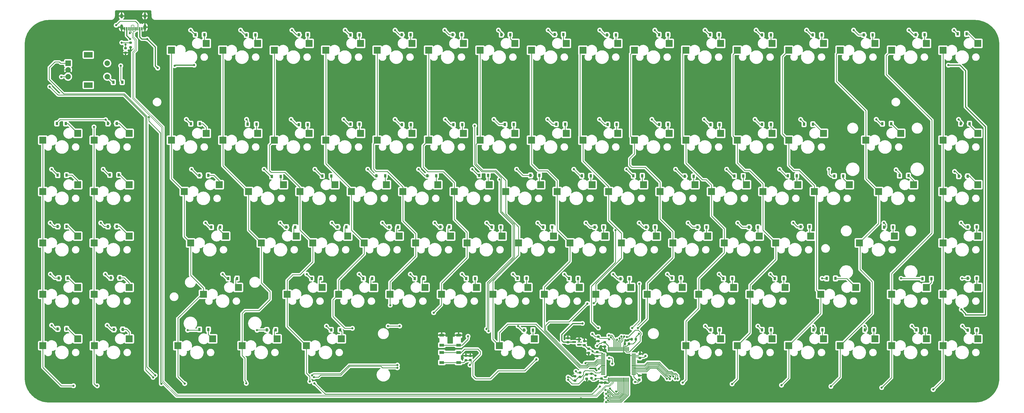
<source format=gbr>
%TF.GenerationSoftware,KiCad,Pcbnew,(6.0.11)*%
%TF.CreationDate,2023-03-01T00:12:33+07:00*%
%TF.ProjectId,Extero75,45787465-726f-4373-952e-6b696361645f,rev?*%
%TF.SameCoordinates,PX23b22f0PYc57ca40*%
%TF.FileFunction,Copper,L2,Bot*%
%TF.FilePolarity,Positive*%
%FSLAX46Y46*%
G04 Gerber Fmt 4.6, Leading zero omitted, Abs format (unit mm)*
G04 Created by KiCad (PCBNEW (6.0.11)) date 2023-03-01 00:12:33*
%MOMM*%
%LPD*%
G01*
G04 APERTURE LIST*
G04 Aperture macros list*
%AMRoundRect*
0 Rectangle with rounded corners*
0 $1 Rounding radius*
0 $2 $3 $4 $5 $6 $7 $8 $9 X,Y pos of 4 corners*
0 Add a 4 corners polygon primitive as box body*
4,1,4,$2,$3,$4,$5,$6,$7,$8,$9,$2,$3,0*
0 Add four circle primitives for the rounded corners*
1,1,$1+$1,$2,$3*
1,1,$1+$1,$4,$5*
1,1,$1+$1,$6,$7*
1,1,$1+$1,$8,$9*
0 Add four rect primitives between the rounded corners*
20,1,$1+$1,$2,$3,$4,$5,0*
20,1,$1+$1,$4,$5,$6,$7,0*
20,1,$1+$1,$6,$7,$8,$9,0*
20,1,$1+$1,$8,$9,$2,$3,0*%
G04 Aperture macros list end*
%TA.AperFunction,SMDPad,CuDef*%
%ADD10R,2.550000X2.500000*%
%TD*%
%TA.AperFunction,ComponentPad*%
%ADD11R,2.000000X2.000000*%
%TD*%
%TA.AperFunction,ComponentPad*%
%ADD12C,2.000000*%
%TD*%
%TA.AperFunction,ComponentPad*%
%ADD13R,3.200000X2.000000*%
%TD*%
%TA.AperFunction,SMDPad,CuDef*%
%ADD14R,0.900000X1.200000*%
%TD*%
%TA.AperFunction,SMDPad,CuDef*%
%ADD15RoundRect,0.225000X-0.250000X0.225000X-0.250000X-0.225000X0.250000X-0.225000X0.250000X0.225000X0*%
%TD*%
%TA.AperFunction,SMDPad,CuDef*%
%ADD16RoundRect,0.225000X0.250000X-0.225000X0.250000X0.225000X-0.250000X0.225000X-0.250000X-0.225000X0*%
%TD*%
%TA.AperFunction,SMDPad,CuDef*%
%ADD17RoundRect,0.200000X-0.275000X0.200000X-0.275000X-0.200000X0.275000X-0.200000X0.275000X0.200000X0*%
%TD*%
%TA.AperFunction,SMDPad,CuDef*%
%ADD18R,0.600000X1.150000*%
%TD*%
%TA.AperFunction,SMDPad,CuDef*%
%ADD19R,0.300000X1.150000*%
%TD*%
%TA.AperFunction,ComponentPad*%
%ADD20O,1.000000X1.800000*%
%TD*%
%TA.AperFunction,ComponentPad*%
%ADD21O,1.000000X2.100000*%
%TD*%
%TA.AperFunction,SMDPad,CuDef*%
%ADD22RoundRect,0.225000X0.225000X0.250000X-0.225000X0.250000X-0.225000X-0.250000X0.225000X-0.250000X0*%
%TD*%
%TA.AperFunction,SMDPad,CuDef*%
%ADD23R,1.800000X1.100000*%
%TD*%
%TA.AperFunction,SMDPad,CuDef*%
%ADD24RoundRect,0.150000X0.587500X0.150000X-0.587500X0.150000X-0.587500X-0.150000X0.587500X-0.150000X0*%
%TD*%
%TA.AperFunction,SMDPad,CuDef*%
%ADD25RoundRect,0.075000X-0.075000X0.700000X-0.075000X-0.700000X0.075000X-0.700000X0.075000X0.700000X0*%
%TD*%
%TA.AperFunction,SMDPad,CuDef*%
%ADD26RoundRect,0.075000X-0.700000X0.075000X-0.700000X-0.075000X0.700000X-0.075000X0.700000X0.075000X0*%
%TD*%
%TA.AperFunction,SMDPad,CuDef*%
%ADD27RoundRect,0.200000X0.275000X-0.200000X0.275000X0.200000X-0.275000X0.200000X-0.275000X-0.200000X0*%
%TD*%
%TA.AperFunction,ViaPad*%
%ADD28C,0.800000*%
%TD*%
%TA.AperFunction,Conductor*%
%ADD29C,0.250000*%
%TD*%
%TA.AperFunction,Conductor*%
%ADD30C,0.381000*%
%TD*%
%TA.AperFunction,Conductor*%
%ADD31C,0.200000*%
%TD*%
G04 APERTURE END LIST*
D10*
%TO.P,Num3,1,COL*%
%TO.N,COL5*%
X111980000Y97775000D03*
%TO.P,Num3,2,ROW*%
%TO.N,Net-(D30-Pad2)*%
X124907000Y100315000D03*
%TD*%
%TO.P,FNKEY1,1,COL*%
%TO.N,COL13*%
X264380000Y21575000D03*
%TO.P,FNKEY1,2,ROW*%
%TO.N,Net-(D73-Pad2)*%
X277307000Y24115000D03*
%TD*%
%TO.P,F2,1,COL*%
%TO.N,COL4*%
X92930000Y131112500D03*
%TO.P,F2,2,ROW*%
%TO.N,Net-(D23-Pad2)*%
X105857000Y133652500D03*
%TD*%
%TO.P,F5,1,COL*%
%TO.N,COL7*%
X150080000Y131112500D03*
%TO.P,F5,2,ROW*%
%TO.N,Net-(D39-Pad2)*%
X163007000Y133652500D03*
%TD*%
%TO.P,G1,1,COL*%
%TO.N,COL7*%
X164367500Y59675000D03*
%TO.P,G1,2,ROW*%
%TO.N,Net-(D43-Pad2)*%
X177294500Y62215000D03*
%TD*%
%TO.P,EXTRA6,1,COL*%
%TO.N,COL1*%
X26255000Y97775000D03*
%TO.P,EXTRA6,2,ROW*%
%TO.N,Net-(D7-Pad2)*%
X39182000Y100315000D03*
%TD*%
%TO.P,L1,1,COL*%
%TO.N,COL11*%
X240567500Y59675000D03*
%TO.P,L1,2,ROW*%
%TO.N,Net-(D64-Pad2)*%
X253494500Y62215000D03*
%TD*%
%TO.P,Num7,1,COL*%
%TO.N,COL9*%
X188180000Y97775000D03*
%TO.P,Num7,2,ROW*%
%TO.N,Net-(D51-Pad2)*%
X201107000Y100315000D03*
%TD*%
%TO.P,MinusSign1,1,COL*%
%TO.N,COL13*%
X264380000Y97775000D03*
%TO.P,MinusSign1,2,ROW*%
%TO.N,Net-(MinusSign1-Pad2)*%
X277307000Y100315000D03*
%TD*%
%TO.P,EXTRA8,1,COL*%
%TO.N,COL1*%
X26255000Y59675000D03*
%TO.P,EXTRA8,2,ROW*%
%TO.N,Net-(D9-Pad2)*%
X39182000Y62215000D03*
%TD*%
%TO.P,K1,1,COL*%
%TO.N,COL10*%
X221517500Y59675000D03*
%TO.P,K1,2,ROW*%
%TO.N,Net-(D59-Pad2)*%
X234444500Y62215000D03*
%TD*%
%TO.P,EXTRA9,1,COL*%
%TO.N,COL1*%
X26255000Y40625000D03*
%TO.P,EXTRA9,2,ROW*%
%TO.N,Net-(D10-Pad2)*%
X39182000Y43165000D03*
%TD*%
%TO.P,I1,1,COL*%
%TO.N,COL10*%
X216755000Y78725000D03*
%TO.P,I1,2,ROW*%
%TO.N,Net-(D58-Pad2)*%
X229682000Y81265000D03*
%TD*%
%TO.P,WINDOWSKEY1,1,COL*%
%TO.N,COL3*%
X81005000Y21575000D03*
%TO.P,WINDOWSKEY1,2,ROW*%
%TO.N,Net-(D20-Pad2)*%
X93932000Y24115000D03*
%TD*%
%TO.P,Num8,1,COL*%
%TO.N,COL10*%
X207230000Y97775000D03*
%TO.P,Num8,2,ROW*%
%TO.N,Net-(D56-Pad2)*%
X220157000Y100315000D03*
%TD*%
%TO.P,E1,1,COL*%
%TO.N,COL5*%
X121505000Y78725000D03*
%TO.P,E1,2,ROW*%
%TO.N,Net-(D32-Pad2)*%
X134432000Y81265000D03*
%TD*%
%TO.P,Num2,1,COL*%
%TO.N,COL4*%
X92930000Y97775000D03*
%TO.P,Num2,2,ROW*%
%TO.N,Net-(D24-Pad2)*%
X105857000Y100315000D03*
%TD*%
%TO.P,Q1,1,COL*%
%TO.N,COL3*%
X83405000Y78725000D03*
%TO.P,Q1,2,ROW*%
%TO.N,Net-(D21-Pad2)*%
X96332000Y81265000D03*
%TD*%
%TO.P,Jkey1,1,COL*%
%TO.N,COL9*%
X202467500Y59675000D03*
%TO.P,Jkey1,2,ROW*%
%TO.N,Net-(D54-Pad2)*%
X215394500Y62215000D03*
%TD*%
%TO.P,EXTRA5,1,COL*%
%TO.N,COL0*%
X7205000Y21575000D03*
%TO.P,EXTRA5,2,ROW*%
%TO.N,Net-(D5-Pad2)*%
X20132000Y24115000D03*
%TD*%
%TO.P,U2,1,COL*%
%TO.N,COL9*%
X197705000Y78725000D03*
%TO.P,U2,2,ROW*%
%TO.N,Net-(D53-Pad2)*%
X210632000Y81265000D03*
%TD*%
%TO.P,T1,1,COL*%
%TO.N,COL7*%
X159605000Y78725000D03*
%TO.P,T1,2,ROW*%
%TO.N,Net-(D42-Pad2)*%
X172532000Y81265000D03*
%TD*%
%TO.P,ESC1,1,COL*%
%TO.N,COL2*%
X54830000Y131112500D03*
%TO.P,ESC1,2,ROW*%
%TO.N,Net-(D12-Pad2)*%
X67757000Y133652500D03*
%TD*%
%TO.P,F4,1,COL*%
%TO.N,COL6*%
X131030000Y131112500D03*
%TO.P,F4,2,ROW*%
%TO.N,Net-(D34-Pad2)*%
X143957000Y133652500D03*
%TD*%
%TO.P,EXTRA3,1,COL*%
%TO.N,COL0*%
X7205000Y59675000D03*
%TO.P,EXTRA3,2,ROW*%
%TO.N,Net-(D3-Pad2)*%
X20132000Y62215000D03*
%TD*%
%TO.P,PRTSC1,1,COL*%
%TO.N,COL16*%
X321530000Y131112500D03*
%TO.P,PRTSC1,2,ROW*%
%TO.N,Net-(D89-Pad2)*%
X334457000Y133652500D03*
%TD*%
%TO.P,F6,1,COL*%
%TO.N,COL8*%
X169130000Y131112500D03*
%TO.P,F6,2,ROW*%
%TO.N,Net-(D44-Pad2)*%
X182057000Y133652500D03*
%TD*%
%TO.P,Num1,1,COL*%
%TO.N,COL3*%
X73880000Y97775000D03*
%TO.P,Num1,2,ROW*%
%TO.N,Net-(D19-Pad2)*%
X86807000Y100315000D03*
%TD*%
%TO.P,F8,1,COL*%
%TO.N,COL10*%
X207230000Y131112500D03*
%TO.P,F8,2,ROW*%
%TO.N,Net-(D55-Pad2)*%
X220157000Y133652500D03*
%TD*%
%TO.P,RIGHTALT1,1,COL*%
%TO.N,COL12*%
X245330000Y21575000D03*
%TO.P,RIGHTALT1,2,ROW*%
%TO.N,Net-(D67-Pad2)*%
X258257000Y24115000D03*
%TD*%
%TO.P,EqualSign1,1,COL*%
%TO.N,COL14*%
X283430000Y97775000D03*
%TO.P,EqualSign1,2,ROW*%
%TO.N,Net-(EqualSign1-Pad2)*%
X296357000Y100315000D03*
%TD*%
%TO.P,M1,1,COL*%
%TO.N,COL10*%
X211992500Y40625000D03*
%TO.P,M1,2,ROW*%
%TO.N,Net-(D57-Pad2)*%
X224919500Y43165000D03*
%TD*%
%TO.P,Dkey1,1,COL*%
%TO.N,COL5*%
X126267500Y59675000D03*
%TO.P,Dkey1,2,ROW*%
%TO.N,Net-(D33-Pad2)*%
X139194500Y62215000D03*
%TD*%
%TO.P,F7,1,COL*%
%TO.N,COL9*%
X188180000Y131112500D03*
%TO.P,F7,2,ROW*%
%TO.N,Net-(D50-Pad2)*%
X201107000Y133652500D03*
%TD*%
%TO.P,A1,1,COL*%
%TO.N,COL3*%
X88167500Y59675000D03*
%TO.P,A1,2,ROW*%
%TO.N,Net-(A1-Pad2)*%
X101094500Y62215000D03*
%TD*%
%TO.P,O1,1,COL*%
%TO.N,COL11*%
X235805000Y78725000D03*
%TO.P,O1,2,ROW*%
%TO.N,Net-(D63-Pad2)*%
X248732000Y81265000D03*
%TD*%
%TO.P,LEFTCTRL1,1,COL*%
%TO.N,COL2*%
X57192500Y21575000D03*
%TO.P,LEFTCTRL1,2,ROW*%
%TO.N,Net-(D14-Pad2)*%
X70119500Y24115000D03*
%TD*%
%TO.P,SPACEBAR1,1,COL*%
%TO.N,COL8*%
X176255000Y21575000D03*
%TO.P,SPACEBAR1,2,ROW*%
%TO.N,Net-(D47-Pad2)*%
X189182000Y24115000D03*
%TD*%
%TO.P,P1,1,COL*%
%TO.N,COL12*%
X254855000Y78725000D03*
%TO.P,P1,2,ROW*%
%TO.N,Net-(D69-Pad2)*%
X267782000Y81265000D03*
%TD*%
%TO.P,Quote1,1,COL*%
%TO.N,COL13*%
X278667500Y59675000D03*
%TO.P,Quote1,2,ROW*%
%TO.N,Net-(Quote1-Pad2)*%
X291594500Y62215000D03*
%TD*%
%TO.P,Fkey1,1,COL*%
%TO.N,COL6*%
X145317500Y59675000D03*
%TO.P,Fkey1,2,ROW*%
%TO.N,Net-(D38-Pad2)*%
X158244500Y62215000D03*
%TD*%
%TO.P,RIGHTCONTROL1,1,COL*%
%TO.N,COL14*%
X283430000Y21575000D03*
%TO.P,RIGHTCONTROL1,2,ROW*%
%TO.N,Net-(D79-Pad2)*%
X296357000Y24115000D03*
%TD*%
%TO.P,F10,1,COL*%
%TO.N,COL12*%
X245330000Y131112500D03*
%TO.P,F10,2,ROW*%
%TO.N,Net-(D65-Pad2)*%
X258257000Y133652500D03*
%TD*%
%TO.P,Ckey1,1,COL*%
%TO.N,COL6*%
X135792500Y40625000D03*
%TO.P,Ckey1,2,ROW*%
%TO.N,Net-(Ckey1-Pad2)*%
X148719500Y43165000D03*
%TD*%
%TO.P,Ins1,1,COL*%
%TO.N,COL15*%
X302480000Y131112500D03*
%TO.P,Ins1,2,ROW*%
%TO.N,Net-(D82-Pad2)*%
X315407000Y133652500D03*
%TD*%
%TO.P,N1,1,COL*%
%TO.N,COL9*%
X192942500Y40625000D03*
%TO.P,N1,2,ROW*%
%TO.N,Net-(D52-Pad2)*%
X205869500Y43165000D03*
%TD*%
%TO.P,EXTRA2,1,COL*%
%TO.N,COL0*%
X7205000Y78725000D03*
%TO.P,EXTRA2,2,ROW*%
%TO.N,Net-(D2-Pad2)*%
X20132000Y81265000D03*
%TD*%
%TO.P,EXTRA4,1,COL*%
%TO.N,COL0*%
X7205000Y40625000D03*
%TO.P,EXTRA4,2,ROW*%
%TO.N,Net-(D4-Pad2)*%
X20132000Y43165000D03*
%TD*%
%TO.P,LEFTALT1,1,COL*%
%TO.N,COL4*%
X104817500Y21575000D03*
%TO.P,LEFTALT1,2,ROW*%
%TO.N,Net-(D27-Pad2)*%
X117744500Y24115000D03*
%TD*%
%TO.P,LEFTARROW1,1,COL*%
%TO.N,COL15*%
X302480000Y21575000D03*
%TO.P,LEFTARROW1,2,ROW*%
%TO.N,Net-(D83-Pad2)*%
X315407000Y24115000D03*
%TD*%
%TO.P,CloseBracket1,1,COL*%
%TO.N,COL14*%
X292955000Y78725000D03*
%TO.P,CloseBracket1,2,ROW*%
%TO.N,Net-(D80-Pad2)*%
X305882000Y81265000D03*
%TD*%
%TO.P,Num9,1,COL*%
%TO.N,COL11*%
X226280000Y97775000D03*
%TO.P,Num9,2,ROW*%
%TO.N,Net-(D61-Pad2)*%
X239207000Y100315000D03*
%TD*%
%TO.P,F9,1,COL*%
%TO.N,COL11*%
X226280000Y131112500D03*
%TO.P,F9,2,ROW*%
%TO.N,Net-(D60-Pad2)*%
X239207000Y133652500D03*
%TD*%
%TO.P,X1,1,COL*%
%TO.N,COL5*%
X116742500Y40625000D03*
%TO.P,X1,2,ROW*%
%TO.N,Net-(D31-Pad2)*%
X129669500Y43165000D03*
%TD*%
%TO.P,Num6,1,COL*%
%TO.N,COL8*%
X169130000Y97775000D03*
%TO.P,Num6,2,ROW*%
%TO.N,Net-(D45-Pad2)*%
X182057000Y100315000D03*
%TD*%
%TO.P,Num5,1,COL*%
%TO.N,COL7*%
X150080000Y97775000D03*
%TO.P,Num5,2,ROW*%
%TO.N,Net-(D40-Pad2)*%
X163007000Y100315000D03*
%TD*%
%TO.P,Slash1,1,COL*%
%TO.N,COL15*%
X316767500Y78725000D03*
%TO.P,Slash1,2,ROW*%
%TO.N,Net-(D86-Pad2)*%
X329694500Y81265000D03*
%TD*%
%TO.P,Num0,1,COL*%
%TO.N,COL12*%
X245330000Y97775000D03*
%TO.P,Num0,2,ROW*%
%TO.N,Net-(D66-Pad2)*%
X258257000Y100315000D03*
%TD*%
%TO.P,B1,1,COL*%
%TO.N,COL8*%
X173892500Y40625000D03*
%TO.P,B1,2,ROW*%
%TO.N,Net-(B1-Pad2)*%
X186819500Y43165000D03*
%TD*%
%TO.P,Z1,1,COL*%
%TO.N,COL4*%
X97692500Y40625000D03*
%TO.P,Z1,2,ROW*%
%TO.N,Net-(D25-Pad2)*%
X110619500Y43165000D03*
%TD*%
%TO.P,DOWNARROW1,1,COL*%
%TO.N,COL16*%
X321530000Y21575000D03*
%TO.P,DOWNARROW1,2,ROW*%
%TO.N,Net-(D88-Pad2)*%
X334457000Y24115000D03*
%TD*%
%TO.P,PgUp1,1,COL*%
%TO.N,COL17*%
X340580000Y59675000D03*
%TO.P,PgUp1,2,ROW*%
%TO.N,Net-(D92-Pad2)*%
X353507000Y62215000D03*
%TD*%
%TO.P,Backspace1,1,COL*%
%TO.N,COL15*%
X312005000Y97775000D03*
%TO.P,Backspace1,2,ROW*%
%TO.N,Net-(Backspace1-Pad2)*%
X324932000Y100315000D03*
%TD*%
%TO.P,QuestionMark1,1,COL*%
%TO.N,COL13*%
X269142500Y40625000D03*
%TO.P,QuestionMark1,2,ROW*%
%TO.N,Net-(QuestionMark1-Pad2)*%
X282069500Y43165000D03*
%TD*%
%TO.P,RIGHTARROW1,1,COL*%
%TO.N,COL17*%
X340580000Y21575000D03*
%TO.P,RIGHTARROW1,2,ROW*%
%TO.N,Net-(D95-Pad2)*%
X353507000Y24115000D03*
%TD*%
D11*
%TO.P,SW3,A,A*%
%TO.N,ROTA*%
X16565000Y126310000D03*
D12*
%TO.P,SW3,B,B*%
%TO.N,ROTB*%
X16565000Y121310000D03*
%TO.P,SW3,C,C*%
%TO.N,GND*%
X16565000Y123810000D03*
D13*
%TO.P,SW3,MP*%
%TO.N,N/C*%
X24065000Y129410000D03*
X24065000Y118210000D03*
D12*
%TO.P,SW3,S1,S1*%
%TO.N,Net-(D6-Pad2)*%
X31065000Y121310000D03*
%TO.P,SW3,S2,S2*%
%TO.N,COL1*%
X31065000Y126310000D03*
%TD*%
D10*
%TO.P,Tab1,1,COL*%
%TO.N,COL2*%
X59592500Y78725000D03*
%TO.P,Tab1,2,ROW*%
%TO.N,Net-(D15-Pad2)*%
X72519500Y81265000D03*
%TD*%
%TO.P,Semicolon1,1,COL*%
%TO.N,COL12*%
X259617500Y59675000D03*
%TO.P,Semicolon1,2,ROW*%
%TO.N,Net-(Semicolon1-Pad2)*%
X272544500Y62215000D03*
%TD*%
%TO.P,V1,1,COL*%
%TO.N,COL7*%
X154842500Y40625000D03*
%TO.P,V1,2,ROW*%
%TO.N,Net-(D41-Pad2)*%
X167769500Y43165000D03*
%TD*%
%TO.P,End1,1,COL*%
%TO.N,COL17*%
X340580000Y78725000D03*
%TO.P,End1,2,ROW*%
%TO.N,Net-(D91-Pad2)*%
X353507000Y81265000D03*
%TD*%
%TO.P,Matilda1,1,COL*%
%TO.N,COL2*%
X54830000Y97775000D03*
%TO.P,Matilda1,2,ROW*%
%TO.N,Net-(D13-Pad2)*%
X67757000Y100315000D03*
%TD*%
%TO.P,PgDn1,1,COL*%
%TO.N,COL17*%
X340580000Y40625000D03*
%TO.P,PgDn1,2,ROW*%
%TO.N,Net-(D93-Pad2)*%
X353507000Y43165000D03*
%TD*%
%TO.P,ENTER1,1,COL*%
%TO.N,COL15*%
X309605000Y59675000D03*
%TO.P,ENTER1,2,ROW*%
%TO.N,Net-(D85-Pad2)*%
X322532000Y62215000D03*
%TD*%
%TO.P,F12,1,COL*%
%TO.N,COL14*%
X283430000Y131112500D03*
%TO.P,F12,2,ROW*%
%TO.N,Net-(D77-Pad2)*%
X296357000Y133652500D03*
%TD*%
%TO.P,OpenBracket1,1,COL*%
%TO.N,COL13*%
X273905000Y78725000D03*
%TO.P,OpenBracket1,2,ROW*%
%TO.N,Net-(D75-Pad2)*%
X286832000Y81265000D03*
%TD*%
%TO.P,EXTRA7,1,COL*%
%TO.N,COL1*%
X26304994Y78725000D03*
%TO.P,EXTRA7,2,ROW*%
%TO.N,Net-(D8-Pad2)*%
X39231994Y81265000D03*
%TD*%
%TO.P,LEFTSHIFT1,1,COL*%
%TO.N,COL2*%
X66717500Y40625000D03*
%TO.P,LEFTSHIFT1,2,ROW*%
%TO.N,Net-(D17-Pad2)*%
X79644500Y43165000D03*
%TD*%
%TO.P,R1,1,COL*%
%TO.N,COL6*%
X140555000Y78725000D03*
%TO.P,R1,2,ROW*%
%TO.N,Net-(D37-Pad2)*%
X153482000Y81265000D03*
%TD*%
%TO.P,Hkey1,1,COL*%
%TO.N,COL8*%
X183417500Y59675000D03*
%TO.P,Hkey1,2,ROW*%
%TO.N,Net-(D49-Pad2)*%
X196344500Y62215000D03*
%TD*%
%TO.P,CAPSLOCK1,1,COL*%
%TO.N,COL2*%
X61955000Y59675000D03*
%TO.P,CAPSLOCK1,2,ROW*%
%TO.N,Net-(CAPSLOCK1-Pad2)*%
X74882000Y62215000D03*
%TD*%
%TO.P,S1,1,COL*%
%TO.N,COL4*%
X107217500Y59675000D03*
%TO.P,S1,2,ROW*%
%TO.N,Net-(D28-Pad2)*%
X120144500Y62215000D03*
%TD*%
%TO.P,Y1,1,COL*%
%TO.N,COL8*%
X178655000Y78725000D03*
%TO.P,Y1,2,ROW*%
%TO.N,Net-(D48-Pad2)*%
X191582000Y81265000D03*
%TD*%
%TO.P,F3,1,COL*%
%TO.N,COL5*%
X111980000Y131112500D03*
%TO.P,F3,2,ROW*%
%TO.N,Net-(D29-Pad2)*%
X124907000Y133652500D03*
%TD*%
%TO.P,CommaSign1,1,COL*%
%TO.N,COL11*%
X231042500Y40625000D03*
%TO.P,CommaSign1,2,ROW*%
%TO.N,Net-(CommaSign1-Pad2)*%
X243969500Y43165000D03*
%TD*%
%TO.P,W1,1,COL*%
%TO.N,COL4*%
X102455000Y78725000D03*
%TO.P,W1,2,ROW*%
%TO.N,Net-(D26-Pad2)*%
X115382000Y81265000D03*
%TD*%
%TO.P,DELETE1,1,COL*%
%TO.N,COL17*%
X340580000Y131112500D03*
%TO.P,DELETE1,2,ROW*%
%TO.N,Net-(D94-Pad2)*%
X353507000Y133652500D03*
%TD*%
%TO.P,Num4,1,COL*%
%TO.N,COL6*%
X131030000Y97775000D03*
%TO.P,Num4,2,ROW*%
%TO.N,Net-(D35-Pad2)*%
X143957000Y100315000D03*
%TD*%
%TO.P,UPARROW1,1,COL*%
%TO.N,COL16*%
X321530000Y40625000D03*
%TO.P,UPARROW1,2,ROW*%
%TO.N,Net-(D87-Pad2)*%
X334457000Y43165000D03*
%TD*%
%TO.P,EXTRA10,1,COL*%
%TO.N,COL1*%
X26304994Y21575000D03*
%TO.P,EXTRA10,2,ROW*%
%TO.N,Net-(D11-Pad2)*%
X39231994Y24115000D03*
%TD*%
%TO.P,DotSign1,1,COL*%
%TO.N,COL12*%
X250092500Y40625000D03*
%TO.P,DotSign1,2,ROW*%
%TO.N,Net-(DotSign1-Pad2)*%
X263019500Y43165000D03*
%TD*%
%TO.P,RIGHTSHIFT1,1,COL*%
%TO.N,COL14*%
X295317500Y40625000D03*
%TO.P,RIGHTSHIFT1,2,ROW*%
%TO.N,Net-(D81-Pad2)*%
X308244500Y43165000D03*
%TD*%
%TO.P,F1,1,COL*%
%TO.N,COL3*%
X73880000Y131112500D03*
%TO.P,F1,2,ROW*%
%TO.N,Net-(D18-Pad2)*%
X86807000Y133652500D03*
%TD*%
%TO.P,F11,1,COL*%
%TO.N,COL13*%
X264380000Y131112500D03*
%TO.P,F11,2,ROW*%
%TO.N,Net-(D71-Pad2)*%
X277307000Y133652500D03*
%TD*%
%TO.P,Home1,1,COL*%
%TO.N,COL17*%
X340580000Y97775000D03*
%TO.P,Home1,2,ROW*%
%TO.N,Net-(D90-Pad2)*%
X353507000Y100315000D03*
%TD*%
%TO.P,EXTRA1,1,COL*%
%TO.N,COL0*%
X7205000Y97775000D03*
%TO.P,EXTRA1,2,ROW*%
%TO.N,Net-(D1-Pad2)*%
X20132000Y100315000D03*
%TD*%
D14*
%TO.P,D7,1,K*%
%TO.N,ROW1*%
X31315000Y103985000D03*
%TO.P,D7,2,A*%
%TO.N,Net-(D7-Pad2)*%
X34615000Y103985000D03*
%TD*%
%TO.P,D93,1,K*%
%TO.N,ROW4*%
X349765000Y46535000D03*
%TO.P,D93,2,A*%
%TO.N,Net-(D93-Pad2)*%
X353065000Y46535000D03*
%TD*%
%TO.P,D61,1,K*%
%TO.N,ROW1*%
X235415000Y103585000D03*
%TO.P,D61,2,A*%
%TO.N,Net-(D61-Pad2)*%
X238715000Y103585000D03*
%TD*%
%TO.P,D5,1,K*%
%TO.N,ROW5*%
X12715000Y27785000D03*
%TO.P,D5,2,A*%
%TO.N,Net-(D5-Pad2)*%
X16015000Y27785000D03*
%TD*%
D15*
%TO.P,C13,1*%
%TO.N,+3.3V*%
X209390000Y20415000D03*
%TO.P,C13,2*%
%TO.N,GND*%
X209390000Y18865000D03*
%TD*%
D14*
%TO.P,D55,1,K*%
%TO.N,ROW0*%
X216115000Y136785000D03*
%TO.P,D55,2,A*%
%TO.N,Net-(D55-Pad2)*%
X219415000Y136785000D03*
%TD*%
D15*
%TO.P,C14,1*%
%TO.N,+3.3V*%
X215290000Y22795000D03*
%TO.P,C14,2*%
%TO.N,GND*%
X215290000Y21245000D03*
%TD*%
D16*
%TO.P,C4,1*%
%TO.N,+3.3V*%
X228310000Y17005000D03*
%TO.P,C4,2*%
%TO.N,GND*%
X228310000Y18555000D03*
%TD*%
D14*
%TO.P,D56,1,K*%
%TO.N,ROW1*%
X216415000Y103585000D03*
%TO.P,D56,2,A*%
%TO.N,Net-(D56-Pad2)*%
X219715000Y103585000D03*
%TD*%
%TO.P,D36,1,K*%
%TO.N,ROW4*%
X144965000Y46485000D03*
%TO.P,D36,2,A*%
%TO.N,Net-(Ckey1-Pad2)*%
X148265000Y46485000D03*
%TD*%
D15*
%TO.P,C11,1*%
%TO.N,ROTB*%
X208590000Y10855000D03*
%TO.P,C11,2*%
%TO.N,GND*%
X208590000Y9305000D03*
%TD*%
D14*
%TO.P,D9,1,K*%
%TO.N,ROW3*%
X31315000Y65785000D03*
%TO.P,D9,2,A*%
%TO.N,Net-(D9-Pad2)*%
X34615000Y65785000D03*
%TD*%
%TO.P,D64,1,K*%
%TO.N,ROW3*%
X249715000Y65535000D03*
%TO.P,D64,2,A*%
%TO.N,Net-(D64-Pad2)*%
X253015000Y65535000D03*
%TD*%
%TO.P,D15,1,K*%
%TO.N,ROW2*%
X65215000Y84685000D03*
%TO.P,D15,2,A*%
%TO.N,Net-(D15-Pad2)*%
X68515000Y84685000D03*
%TD*%
%TO.P,D30,1,K*%
%TO.N,ROW1*%
X121115000Y103685000D03*
%TO.P,D30,2,A*%
%TO.N,Net-(D30-Pad2)*%
X124415000Y103685000D03*
%TD*%
D17*
%TO.P,R5,1*%
%TO.N,Net-(J1-PadB5)*%
X39665000Y133910000D03*
%TO.P,R5,2*%
%TO.N,GND*%
X39665000Y132260000D03*
%TD*%
D14*
%TO.P,D39,1,K*%
%TO.N,ROW0*%
X159015000Y136885000D03*
%TO.P,D39,2,A*%
%TO.N,Net-(D39-Pad2)*%
X162315000Y136885000D03*
%TD*%
D16*
%TO.P,C1,1*%
%TO.N,/BOOT*%
X165500000Y16215000D03*
%TO.P,C1,2*%
%TO.N,GND*%
X165500000Y17765000D03*
%TD*%
D14*
%TO.P,D12,1,K*%
%TO.N,ROW0*%
X63715000Y136885000D03*
%TO.P,D12,2,A*%
%TO.N,Net-(D12-Pad2)*%
X67015000Y136885000D03*
%TD*%
%TO.P,D10,1,K*%
%TO.N,ROW4*%
X32415000Y46685000D03*
%TO.P,D10,2,A*%
%TO.N,Net-(D10-Pad2)*%
X35715000Y46685000D03*
%TD*%
%TO.P,D33,1,K*%
%TO.N,ROW3*%
X135465000Y65535000D03*
%TO.P,D33,2,A*%
%TO.N,Net-(D33-Pad2)*%
X138765000Y65535000D03*
%TD*%
D18*
%TO.P,J1,A1,GND*%
%TO.N,GND*%
X37490000Y139100000D03*
%TO.P,J1,A4,VBUS*%
%TO.N,+5V*%
X38290000Y139100000D03*
D19*
%TO.P,J1,A5,CC1*%
%TO.N,Net-(J1-PadA5)*%
X39440000Y139100000D03*
%TO.P,J1,A6,D+*%
%TO.N,D_P*%
X40440000Y139100000D03*
%TO.P,J1,A7,D-*%
%TO.N,D_N*%
X40940000Y139100000D03*
%TO.P,J1,A8,SBU1*%
%TO.N,unconnected-(J1-PadA8)*%
X41940000Y139100000D03*
D18*
%TO.P,J1,A9,VBUS*%
%TO.N,+5V*%
X43090000Y139100000D03*
%TO.P,J1,A12,GND*%
%TO.N,GND*%
X43890000Y139100000D03*
%TO.P,J1,B1,GND*%
X43890000Y139100000D03*
%TO.P,J1,B4,VBUS*%
%TO.N,+5V*%
X43090000Y139100000D03*
D19*
%TO.P,J1,B5,CC2*%
%TO.N,Net-(J1-PadB5)*%
X42440000Y139100000D03*
%TO.P,J1,B6,D+*%
%TO.N,D_P*%
X41440000Y139100000D03*
%TO.P,J1,B7,D-*%
%TO.N,D_N*%
X39940000Y139100000D03*
%TO.P,J1,B8,SBU2*%
%TO.N,unconnected-(J1-PadB8)*%
X38940000Y139100000D03*
D18*
%TO.P,J1,B9,VBUS*%
%TO.N,+5V*%
X38290000Y139100000D03*
%TO.P,J1,B12,GND*%
%TO.N,GND*%
X37490000Y139100000D03*
D20*
%TO.P,J1,S1,SHIELD*%
X45010000Y143855000D03*
D21*
X45010000Y139675000D03*
X36370000Y139675000D03*
D20*
X36370000Y143855000D03*
%TD*%
D14*
%TO.P,D35,1,K*%
%TO.N,ROW1*%
X140215000Y103485000D03*
%TO.P,D35,2,A*%
%TO.N,Net-(D35-Pad2)*%
X143515000Y103485000D03*
%TD*%
%TO.P,D41,1,K*%
%TO.N,ROW4*%
X164015000Y46485000D03*
%TO.P,D41,2,A*%
%TO.N,Net-(D41-Pad2)*%
X167315000Y46485000D03*
%TD*%
D15*
%TO.P,C2,1*%
%TO.N,/RST*%
X212900000Y24825000D03*
%TO.P,C2,2*%
%TO.N,GND*%
X212900000Y23275000D03*
%TD*%
D14*
%TO.P,D34,1,K*%
%TO.N,ROW0*%
X140115000Y136885000D03*
%TO.P,D34,2,A*%
%TO.N,Net-(D34-Pad2)*%
X143415000Y136885000D03*
%TD*%
%TO.P,D79,1,K*%
%TO.N,ROW5*%
X292615000Y27435000D03*
%TO.P,D79,2,A*%
%TO.N,Net-(D79-Pad2)*%
X295915000Y27435000D03*
%TD*%
D16*
%TO.P,C9,1*%
%TO.N,+3.3V*%
X228100000Y8925000D03*
%TO.P,C9,2*%
%TO.N,GND*%
X228100000Y10475000D03*
%TD*%
D17*
%TO.P,R6,1*%
%TO.N,+3.3V*%
X206140000Y11615000D03*
%TO.P,R6,2*%
%TO.N,ROTA*%
X206140000Y9965000D03*
%TD*%
D14*
%TO.P,D90,1,K*%
%TO.N,ROW1*%
X347115000Y103885000D03*
%TO.P,D90,2,A*%
%TO.N,Net-(D90-Pad2)*%
X350415000Y103885000D03*
%TD*%
%TO.P,D48,1,K*%
%TO.N,ROW2*%
X187815000Y84685000D03*
%TO.P,D48,2,A*%
%TO.N,Net-(D48-Pad2)*%
X191115000Y84685000D03*
%TD*%
%TO.P,D63,1,K*%
%TO.N,ROW2*%
X244915000Y84385000D03*
%TO.P,D63,2,A*%
%TO.N,Net-(D63-Pad2)*%
X248215000Y84385000D03*
%TD*%
%TO.P,D25,1,K*%
%TO.N,ROW4*%
X106815000Y46485000D03*
%TO.P,D25,2,A*%
%TO.N,Net-(D25-Pad2)*%
X110115000Y46485000D03*
%TD*%
%TO.P,D53,1,K*%
%TO.N,ROW2*%
X206815000Y84585000D03*
%TO.P,D53,2,A*%
%TO.N,Net-(D53-Pad2)*%
X210115000Y84585000D03*
%TD*%
%TO.P,D14,1,K*%
%TO.N,ROW5*%
X65215000Y27585000D03*
%TO.P,D14,2,A*%
%TO.N,Net-(D14-Pad2)*%
X68515000Y27585000D03*
%TD*%
%TO.P,D50,1,K*%
%TO.N,ROW0*%
X196715000Y136985000D03*
%TO.P,D50,2,A*%
%TO.N,Net-(D50-Pad2)*%
X200015000Y136985000D03*
%TD*%
%TO.P,D47,1,K*%
%TO.N,ROW5*%
X185415000Y27335000D03*
%TO.P,D47,2,A*%
%TO.N,Net-(D47-Pad2)*%
X188715000Y27335000D03*
%TD*%
%TO.P,D6,1,K*%
%TO.N,ROW0*%
X36615000Y119285000D03*
%TO.P,D6,2,A*%
%TO.N,Net-(D6-Pad2)*%
X33315000Y119285000D03*
%TD*%
%TO.P,D45,1,K*%
%TO.N,ROW1*%
X178315000Y103585000D03*
%TO.P,D45,2,A*%
%TO.N,Net-(D45-Pad2)*%
X181615000Y103585000D03*
%TD*%
%TO.P,D28,1,K*%
%TO.N,ROW3*%
X116365000Y65585000D03*
%TO.P,D28,2,A*%
%TO.N,Net-(D28-Pad2)*%
X119665000Y65585000D03*
%TD*%
D16*
%TO.P,C5,1*%
%TO.N,+5V*%
X201650000Y22835000D03*
%TO.P,C5,2*%
%TO.N,GND*%
X201650000Y24385000D03*
%TD*%
D14*
%TO.P,D26,1,K*%
%TO.N,ROW2*%
X110715000Y84485000D03*
%TO.P,D26,2,A*%
%TO.N,Net-(D26-Pad2)*%
X114015000Y84485000D03*
%TD*%
%TO.P,D42,1,K*%
%TO.N,ROW2*%
X168815000Y84685000D03*
%TO.P,D42,2,A*%
%TO.N,Net-(D42-Pad2)*%
X172115000Y84685000D03*
%TD*%
%TO.P,D62,1,K*%
%TO.N,ROW4*%
X240215000Y46585000D03*
%TO.P,D62,2,A*%
%TO.N,Net-(CommaSign1-Pad2)*%
X243515000Y46585000D03*
%TD*%
%TO.P,D94,1,K*%
%TO.N,ROW0*%
X346015000Y137185000D03*
%TO.P,D94,2,A*%
%TO.N,Net-(D94-Pad2)*%
X349315000Y137185000D03*
%TD*%
%TO.P,D83,1,K*%
%TO.N,ROW5*%
X311665000Y27385000D03*
%TO.P,D83,2,A*%
%TO.N,Net-(D83-Pad2)*%
X314965000Y27385000D03*
%TD*%
%TO.P,D92,1,K*%
%TO.N,ROW3*%
X349715000Y65585000D03*
%TO.P,D92,2,A*%
%TO.N,Net-(D92-Pad2)*%
X353015000Y65585000D03*
%TD*%
%TO.P,D11,1,K*%
%TO.N,ROW5*%
X33515000Y27585000D03*
%TO.P,D11,2,A*%
%TO.N,Net-(D11-Pad2)*%
X36815000Y27585000D03*
%TD*%
%TO.P,D22,1,K*%
%TO.N,ROW3*%
X97365000Y65535000D03*
%TO.P,D22,2,A*%
%TO.N,Net-(A1-Pad2)*%
X100665000Y65535000D03*
%TD*%
D15*
%TO.P,C10,1*%
%TO.N,GND*%
X204300000Y10185000D03*
%TO.P,C10,2*%
%TO.N,ROTA*%
X204300000Y8635000D03*
%TD*%
D14*
%TO.P,D19,1,K*%
%TO.N,ROW1*%
X83015000Y103685000D03*
%TO.P,D19,2,A*%
%TO.N,Net-(D19-Pad2)*%
X86315000Y103685000D03*
%TD*%
%TO.P,D54,1,K*%
%TO.N,ROW3*%
X211615000Y65535000D03*
%TO.P,D54,2,A*%
%TO.N,Net-(D54-Pad2)*%
X214915000Y65535000D03*
%TD*%
%TO.P,D91,1,K*%
%TO.N,ROW2*%
X346415000Y84385000D03*
%TO.P,D91,2,A*%
%TO.N,Net-(D91-Pad2)*%
X349715000Y84385000D03*
%TD*%
%TO.P,D71,1,K*%
%TO.N,ROW0*%
X273515000Y136785000D03*
%TO.P,D71,2,A*%
%TO.N,Net-(D71-Pad2)*%
X276815000Y136785000D03*
%TD*%
%TO.P,D76,1,K*%
%TO.N,ROW3*%
X287865000Y65635000D03*
%TO.P,D76,2,A*%
%TO.N,Net-(Quote1-Pad2)*%
X291165000Y65635000D03*
%TD*%
%TO.P,D72,1,K*%
%TO.N,ROW1*%
X273515000Y103585000D03*
%TO.P,D72,2,A*%
%TO.N,Net-(MinusSign1-Pad2)*%
X276815000Y103585000D03*
%TD*%
%TO.P,D73,1,K*%
%TO.N,ROW5*%
X273565000Y27435000D03*
%TO.P,D73,2,A*%
%TO.N,Net-(D73-Pad2)*%
X276865000Y27435000D03*
%TD*%
D15*
%TO.P,C6,1*%
%TO.N,+3.3V*%
X212530000Y19205000D03*
%TO.P,C6,2*%
%TO.N,GND*%
X212530000Y17655000D03*
%TD*%
D14*
%TO.P,D13,1,K*%
%TO.N,ROW1*%
X62015000Y103885000D03*
%TO.P,D13,2,A*%
%TO.N,Net-(D13-Pad2)*%
X65315000Y103885000D03*
%TD*%
%TO.P,D16,1,K*%
%TO.N,ROW3*%
X69615000Y65485000D03*
%TO.P,D16,2,A*%
%TO.N,Net-(CAPSLOCK1-Pad2)*%
X72915000Y65485000D03*
%TD*%
%TO.P,D31,1,K*%
%TO.N,ROW4*%
X125915000Y46435000D03*
%TO.P,D31,2,A*%
%TO.N,Net-(D31-Pad2)*%
X129215000Y46435000D03*
%TD*%
%TO.P,D21,1,K*%
%TO.N,ROW2*%
X92015000Y84285000D03*
%TO.P,D21,2,A*%
%TO.N,Net-(D21-Pad2)*%
X95315000Y84285000D03*
%TD*%
%TO.P,D95,1,K*%
%TO.N,ROW5*%
X349765000Y27285000D03*
%TO.P,D95,2,A*%
%TO.N,Net-(D95-Pad2)*%
X353065000Y27285000D03*
%TD*%
D22*
%TO.P,C7,1*%
%TO.N,+3.3V*%
X224270000Y22270000D03*
%TO.P,C7,2*%
%TO.N,GND*%
X222720000Y22270000D03*
%TD*%
D14*
%TO.P,D82,1,K*%
%TO.N,ROW0*%
X311215000Y136785000D03*
%TO.P,D82,2,A*%
%TO.N,Net-(D82-Pad2)*%
X314515000Y136785000D03*
%TD*%
%TO.P,D88,1,K*%
%TO.N,ROW5*%
X330715000Y27385000D03*
%TO.P,D88,2,A*%
%TO.N,Net-(D88-Pad2)*%
X334015000Y27385000D03*
%TD*%
%TO.P,D66,1,K*%
%TO.N,ROW1*%
X254515000Y103485000D03*
%TO.P,D66,2,A*%
%TO.N,Net-(D66-Pad2)*%
X257815000Y103485000D03*
%TD*%
%TO.P,D23,1,K*%
%TO.N,ROW0*%
X102015000Y136885000D03*
%TO.P,D23,2,A*%
%TO.N,Net-(D23-Pad2)*%
X105315000Y136885000D03*
%TD*%
%TO.P,D75,1,K*%
%TO.N,ROW2*%
X283115000Y84585000D03*
%TO.P,D75,2,A*%
%TO.N,Net-(D75-Pad2)*%
X286415000Y84585000D03*
%TD*%
%TO.P,D77,1,K*%
%TO.N,ROW0*%
X292315000Y136785000D03*
%TO.P,D77,2,A*%
%TO.N,Net-(D77-Pad2)*%
X295615000Y136785000D03*
%TD*%
D23*
%TO.P,SW2,1,1*%
%TO.N,GND*%
X161165000Y25435000D03*
X154965000Y25435000D03*
%TO.P,SW2,2,2*%
%TO.N,/RST*%
X154965000Y21735000D03*
X161165000Y21735000D03*
%TD*%
D14*
%TO.P,D43,1,K*%
%TO.N,ROW3*%
X173515000Y65485000D03*
%TO.P,D43,2,A*%
%TO.N,Net-(D43-Pad2)*%
X176815000Y65485000D03*
%TD*%
D23*
%TO.P,SW1,1,1*%
%TO.N,+3.3V*%
X161165000Y19035000D03*
X154965000Y19035000D03*
%TO.P,SW1,2,2*%
%TO.N,/BOOT*%
X154965000Y15335000D03*
X161165000Y15335000D03*
%TD*%
D24*
%TO.P,U3,1,GND*%
%TO.N,GND*%
X205802500Y23835000D03*
%TO.P,U3,2,VO*%
%TO.N,+3.3V*%
X205802500Y21935000D03*
%TO.P,U3,3,VI*%
%TO.N,+5V*%
X203927500Y22885000D03*
%TD*%
D17*
%TO.P,R4,1*%
%TO.N,Net-(J1-PadA5)*%
X37880000Y131880000D03*
%TO.P,R4,2*%
%TO.N,GND*%
X37880000Y130230000D03*
%TD*%
D14*
%TO.P,D89,1,K*%
%TO.N,ROW0*%
X330415000Y136885000D03*
%TO.P,D89,2,A*%
%TO.N,Net-(D89-Pad2)*%
X333715000Y136885000D03*
%TD*%
%TO.P,D29,1,K*%
%TO.N,ROW0*%
X121115000Y136785000D03*
%TO.P,D29,2,A*%
%TO.N,Net-(D29-Pad2)*%
X124415000Y136785000D03*
%TD*%
%TO.P,D2,1,K*%
%TO.N,ROW2*%
X12715000Y84785000D03*
%TO.P,D2,2,A*%
%TO.N,Net-(D2-Pad2)*%
X16015000Y84785000D03*
%TD*%
%TO.P,D17,1,K*%
%TO.N,ROW4*%
X75865000Y46485000D03*
%TO.P,D17,2,A*%
%TO.N,Net-(D17-Pad2)*%
X79165000Y46485000D03*
%TD*%
%TO.P,D37,1,K*%
%TO.N,ROW2*%
X149615000Y84585000D03*
%TO.P,D37,2,A*%
%TO.N,Net-(D37-Pad2)*%
X152915000Y84585000D03*
%TD*%
D22*
%TO.P,C12,1*%
%TO.N,+3.3V*%
X226825000Y23950000D03*
%TO.P,C12,2*%
%TO.N,GND*%
X225275000Y23950000D03*
%TD*%
D14*
%TO.P,D84,1,K*%
%TO.N,ROW1*%
X318115000Y103885000D03*
%TO.P,D84,2,A*%
%TO.N,Net-(Backspace1-Pad2)*%
X321415000Y103885000D03*
%TD*%
%TO.P,D80,1,K*%
%TO.N,ROW2*%
X300340000Y84500000D03*
%TO.P,D80,2,A*%
%TO.N,Net-(D80-Pad2)*%
X303640000Y84500000D03*
%TD*%
%TO.P,D20,1,K*%
%TO.N,ROW5*%
X90165000Y27385000D03*
%TO.P,D20,2,A*%
%TO.N,Net-(D20-Pad2)*%
X93465000Y27385000D03*
%TD*%
%TO.P,D32,1,K*%
%TO.N,ROW2*%
X130715000Y84585000D03*
%TO.P,D32,2,A*%
%TO.N,Net-(D32-Pad2)*%
X134015000Y84585000D03*
%TD*%
%TO.P,D69,1,K*%
%TO.N,ROW2*%
X263315000Y84485000D03*
%TO.P,D69,2,A*%
%TO.N,Net-(D69-Pad2)*%
X266615000Y84485000D03*
%TD*%
D17*
%TO.P,R7,1*%
%TO.N,ROTB*%
X210405000Y11170000D03*
%TO.P,R7,2*%
%TO.N,+3.3V*%
X210405000Y9520000D03*
%TD*%
D14*
%TO.P,D18,1,K*%
%TO.N,ROW0*%
X82615000Y136785000D03*
%TO.P,D18,2,A*%
%TO.N,Net-(D18-Pad2)*%
X85915000Y136785000D03*
%TD*%
%TO.P,D74,1,K*%
%TO.N,ROW4*%
X278315000Y46485000D03*
%TO.P,D74,2,A*%
%TO.N,Net-(QuestionMark1-Pad2)*%
X281615000Y46485000D03*
%TD*%
%TO.P,D57,1,K*%
%TO.N,ROW4*%
X221165000Y46385000D03*
%TO.P,D57,2,A*%
%TO.N,Net-(D57-Pad2)*%
X224465000Y46385000D03*
%TD*%
%TO.P,D70,1,K*%
%TO.N,ROW3*%
X268765000Y65485000D03*
%TO.P,D70,2,A*%
%TO.N,Net-(Semicolon1-Pad2)*%
X272065000Y65485000D03*
%TD*%
%TO.P,D85,1,K*%
%TO.N,ROW3*%
X318765000Y65485000D03*
%TO.P,D85,2,A*%
%TO.N,Net-(D85-Pad2)*%
X322065000Y65485000D03*
%TD*%
%TO.P,D1,1,K*%
%TO.N,ROW1*%
X12415000Y103985000D03*
%TO.P,D1,2,A*%
%TO.N,Net-(D1-Pad2)*%
X15715000Y103985000D03*
%TD*%
%TO.P,D78,1,K*%
%TO.N,ROW1*%
X289115000Y103685000D03*
%TO.P,D78,2,A*%
%TO.N,Net-(EqualSign1-Pad2)*%
X292415000Y103685000D03*
%TD*%
%TO.P,D60,1,K*%
%TO.N,ROW0*%
X235415000Y136885000D03*
%TO.P,D60,2,A*%
%TO.N,Net-(D60-Pad2)*%
X238715000Y136885000D03*
%TD*%
%TO.P,D3,1,K*%
%TO.N,ROW3*%
X12715000Y65760000D03*
%TO.P,D3,2,A*%
%TO.N,Net-(D3-Pad2)*%
X16015000Y65760000D03*
%TD*%
%TO.P,D49,1,K*%
%TO.N,ROW3*%
X192565000Y65535000D03*
%TO.P,D49,2,A*%
%TO.N,Net-(D49-Pad2)*%
X195865000Y65535000D03*
%TD*%
D25*
%TO.P,U1,1,VBAT*%
%TO.N,+3.3V*%
X216615000Y20335000D03*
%TO.P,U1,2,PC13*%
%TO.N,unconnected-(U1-Pad2)*%
X217115000Y20335000D03*
%TO.P,U1,3,PC14*%
%TO.N,unconnected-(U1-Pad3)*%
X217615000Y20335000D03*
%TO.P,U1,4,PC15*%
%TO.N,unconnected-(U1-Pad4)*%
X218115000Y20335000D03*
%TO.P,U1,5,PF0*%
%TO.N,ROW1*%
X218615000Y20335000D03*
%TO.P,U1,6,PF1*%
%TO.N,ROW2*%
X219115000Y20335000D03*
%TO.P,U1,7,NRST*%
%TO.N,/RST*%
X219615000Y20335000D03*
%TO.P,U1,8,PC0*%
%TO.N,ROW3*%
X220115000Y20335000D03*
%TO.P,U1,9,PC1*%
%TO.N,ROW4*%
X220615000Y20335000D03*
%TO.P,U1,10,PC2*%
%TO.N,ROW5*%
X221115000Y20335000D03*
%TO.P,U1,11,PC3*%
%TO.N,unconnected-(U1-Pad11)*%
X221615000Y20335000D03*
%TO.P,U1,12,VSSA*%
%TO.N,GND*%
X222115000Y20335000D03*
%TO.P,U1,13,VDDA*%
%TO.N,+3.3V*%
X222615000Y20335000D03*
%TO.P,U1,14,PA0*%
%TO.N,COL11*%
X223115000Y20335000D03*
%TO.P,U1,15,PA1*%
%TO.N,unconnected-(U1-Pad15)*%
X223615000Y20335000D03*
%TO.P,U1,16,PA2*%
%TO.N,unconnected-(U1-Pad16)*%
X224115000Y20335000D03*
D26*
%TO.P,U1,17,PA3*%
%TO.N,unconnected-(U1-Pad17)*%
X226040000Y18410000D03*
%TO.P,U1,18,VSS*%
%TO.N,GND*%
X226040000Y17910000D03*
%TO.P,U1,19,VDD*%
%TO.N,+3.3V*%
X226040000Y17410000D03*
%TO.P,U1,20,PA4*%
%TO.N,unconnected-(U1-Pad20)*%
X226040000Y16910000D03*
%TO.P,U1,21,PA5*%
%TO.N,unconnected-(U1-Pad21)*%
X226040000Y16410000D03*
%TO.P,U1,22,PA6*%
%TO.N,unconnected-(U1-Pad22)*%
X226040000Y15910000D03*
%TO.P,U1,23,PA7*%
%TO.N,unconnected-(U1-Pad23)*%
X226040000Y15410000D03*
%TO.P,U1,24,PC4*%
%TO.N,unconnected-(U1-Pad24)*%
X226040000Y14910000D03*
%TO.P,U1,25,PC5*%
%TO.N,COL12*%
X226040000Y14410000D03*
%TO.P,U1,26,PB0*%
%TO.N,COL13*%
X226040000Y13910000D03*
%TO.P,U1,27,PB1*%
%TO.N,COL14*%
X226040000Y13410000D03*
%TO.P,U1,28,PB2*%
%TO.N,COL15*%
X226040000Y12910000D03*
%TO.P,U1,29,PB10*%
%TO.N,COL16*%
X226040000Y12410000D03*
%TO.P,U1,30,PB11*%
%TO.N,COL17*%
X226040000Y11910000D03*
%TO.P,U1,31,VSS*%
%TO.N,GND*%
X226040000Y11410000D03*
%TO.P,U1,32,VDD*%
%TO.N,+3.3V*%
X226040000Y10910000D03*
D25*
%TO.P,U1,33,PB12*%
%TO.N,COL0*%
X224115000Y8985000D03*
%TO.P,U1,34,PB13*%
%TO.N,COL1*%
X223615000Y8985000D03*
%TO.P,U1,35,PB14*%
%TO.N,COL2*%
X223115000Y8985000D03*
%TO.P,U1,36,PB15*%
%TO.N,COL3*%
X222615000Y8985000D03*
%TO.P,U1,37,PC6*%
%TO.N,COL4*%
X222115000Y8985000D03*
%TO.P,U1,38,PC7*%
%TO.N,COL5*%
X221615000Y8985000D03*
%TO.P,U1,39,PC8*%
%TO.N,COL6*%
X221115000Y8985000D03*
%TO.P,U1,40,PC9*%
%TO.N,COL7*%
X220615000Y8985000D03*
%TO.P,U1,41,PA8*%
%TO.N,ROW0*%
X220115000Y8985000D03*
%TO.P,U1,42,PA9*%
%TO.N,unconnected-(U1-Pad42)*%
X219615000Y8985000D03*
%TO.P,U1,43,PA10*%
%TO.N,unconnected-(U1-Pad43)*%
X219115000Y8985000D03*
%TO.P,U1,44,PA11*%
%TO.N,D_N*%
X218615000Y8985000D03*
%TO.P,U1,45,PA12*%
%TO.N,D_P*%
X218115000Y8985000D03*
%TO.P,U1,46,PA13*%
%TO.N,unconnected-(U1-Pad46)*%
X217615000Y8985000D03*
%TO.P,U1,47,VSS*%
%TO.N,GND*%
X217115000Y8985000D03*
%TO.P,U1,48,VDDIO2*%
%TO.N,+3.3V*%
X216615000Y8985000D03*
D26*
%TO.P,U1,49,PA14*%
%TO.N,unconnected-(U1-Pad49)*%
X214690000Y10910000D03*
%TO.P,U1,50,PA15*%
%TO.N,unconnected-(U1-Pad50)*%
X214690000Y11410000D03*
%TO.P,U1,51,PC10*%
%TO.N,ROTA*%
X214690000Y11910000D03*
%TO.P,U1,52,PC11*%
%TO.N,unconnected-(U1-Pad52)*%
X214690000Y12410000D03*
%TO.P,U1,53,PC12*%
%TO.N,unconnected-(U1-Pad53)*%
X214690000Y12910000D03*
%TO.P,U1,54,PD2*%
%TO.N,unconnected-(U1-Pad54)*%
X214690000Y13410000D03*
%TO.P,U1,55,PB3*%
%TO.N,ROTB*%
X214690000Y13910000D03*
%TO.P,U1,56,PB4*%
%TO.N,unconnected-(U1-Pad56)*%
X214690000Y14410000D03*
%TO.P,U1,57,PB5*%
%TO.N,COL8*%
X214690000Y14910000D03*
%TO.P,U1,58,PB6*%
%TO.N,COL9*%
X214690000Y15410000D03*
%TO.P,U1,59,PB7*%
%TO.N,COL10*%
X214690000Y15910000D03*
%TO.P,U1,60,BOOT0*%
%TO.N,/BOOT*%
X214690000Y16410000D03*
%TO.P,U1,61,PB8*%
%TO.N,unconnected-(U1-Pad61)*%
X214690000Y16910000D03*
%TO.P,U1,62,PB9*%
%TO.N,unconnected-(U1-Pad62)*%
X214690000Y17410000D03*
%TO.P,U1,63,VSS*%
%TO.N,GND*%
X214690000Y17910000D03*
%TO.P,U1,64,VDD*%
%TO.N,+3.3V*%
X214690000Y18410000D03*
%TD*%
D16*
%TO.P,C8,1*%
%TO.N,+3.3V*%
X207790000Y21735000D03*
%TO.P,C8,2*%
%TO.N,GND*%
X207790000Y23285000D03*
%TD*%
D14*
%TO.P,D44,1,K*%
%TO.N,ROW0*%
X177015000Y136885000D03*
%TO.P,D44,2,A*%
%TO.N,Net-(D44-Pad2)*%
X180315000Y136885000D03*
%TD*%
D27*
%TO.P,R3,1*%
%TO.N,/BOOT*%
X163865000Y16160000D03*
%TO.P,R3,2*%
%TO.N,GND*%
X163865000Y17810000D03*
%TD*%
D14*
%TO.P,D51,1,K*%
%TO.N,ROW1*%
X197315000Y103685000D03*
%TO.P,D51,2,A*%
%TO.N,Net-(D51-Pad2)*%
X200615000Y103685000D03*
%TD*%
%TO.P,D58,1,K*%
%TO.N,ROW2*%
X225915000Y84585000D03*
%TO.P,D58,2,A*%
%TO.N,Net-(D58-Pad2)*%
X229215000Y84585000D03*
%TD*%
%TO.P,D38,1,K*%
%TO.N,ROW3*%
X154465000Y65585000D03*
%TO.P,D38,2,A*%
%TO.N,Net-(D38-Pad2)*%
X157765000Y65585000D03*
%TD*%
%TO.P,D65,1,K*%
%TO.N,ROW0*%
X254315000Y136885000D03*
%TO.P,D65,2,A*%
%TO.N,Net-(D65-Pad2)*%
X257615000Y136885000D03*
%TD*%
D15*
%TO.P,C3,1*%
%TO.N,+3.3V*%
X214090000Y9375000D03*
%TO.P,C3,2*%
%TO.N,GND*%
X214090000Y7825000D03*
%TD*%
D14*
%TO.P,D67,1,K*%
%TO.N,ROW5*%
X254515000Y27435000D03*
%TO.P,D67,2,A*%
%TO.N,Net-(D67-Pad2)*%
X257815000Y27435000D03*
%TD*%
%TO.P,D81,1,K*%
%TO.N,ROW4*%
X297470000Y46500000D03*
%TO.P,D81,2,A*%
%TO.N,Net-(D81-Pad2)*%
X300770000Y46500000D03*
%TD*%
%TO.P,D8,1,K*%
%TO.N,ROW2*%
X32015000Y84885000D03*
%TO.P,D8,2,A*%
%TO.N,Net-(D8-Pad2)*%
X35315000Y84885000D03*
%TD*%
%TO.P,D86,1,K*%
%TO.N,ROW2*%
X324480000Y84610000D03*
%TO.P,D86,2,A*%
%TO.N,Net-(D86-Pad2)*%
X327780000Y84610000D03*
%TD*%
%TO.P,D87,1,K*%
%TO.N,ROW4*%
X332980000Y46390000D03*
%TO.P,D87,2,A*%
%TO.N,Net-(D87-Pad2)*%
X336280000Y46390000D03*
%TD*%
%TO.P,D68,1,K*%
%TO.N,ROW4*%
X259265000Y46485000D03*
%TO.P,D68,2,A*%
%TO.N,Net-(DotSign1-Pad2)*%
X262565000Y46485000D03*
%TD*%
%TO.P,D4,1,K*%
%TO.N,ROW4*%
X13115000Y46585000D03*
%TO.P,D4,2,A*%
%TO.N,Net-(D4-Pad2)*%
X16415000Y46585000D03*
%TD*%
%TO.P,D40,1,K*%
%TO.N,ROW1*%
X159215000Y103485000D03*
%TO.P,D40,2,A*%
%TO.N,Net-(D40-Pad2)*%
X162515000Y103485000D03*
%TD*%
%TO.P,D27,1,K*%
%TO.N,ROW5*%
X114015000Y27435000D03*
%TO.P,D27,2,A*%
%TO.N,Net-(D27-Pad2)*%
X117315000Y27435000D03*
%TD*%
%TO.P,D52,1,K*%
%TO.N,ROW4*%
X202115000Y46435000D03*
%TO.P,D52,2,A*%
%TO.N,Net-(D52-Pad2)*%
X205415000Y46435000D03*
%TD*%
%TO.P,D59,1,K*%
%TO.N,ROW3*%
X230665000Y65535000D03*
%TO.P,D59,2,A*%
%TO.N,Net-(D59-Pad2)*%
X233965000Y65535000D03*
%TD*%
%TO.P,D46,1,K*%
%TO.N,ROW4*%
X183015000Y46535000D03*
%TO.P,D46,2,A*%
%TO.N,Net-(B1-Pad2)*%
X186315000Y46535000D03*
%TD*%
%TO.P,D24,1,K*%
%TO.N,ROW1*%
X102015000Y103485000D03*
%TO.P,D24,2,A*%
%TO.N,Net-(D24-Pad2)*%
X105315000Y103485000D03*
%TD*%
D28*
%TO.N,GND*%
X93390000Y7310000D03*
X219525000Y29835000D03*
X202760000Y11650000D03*
X20935000Y90385000D03*
X120595000Y52515000D03*
X101785000Y52385000D03*
X139675000Y52385000D03*
X228070000Y21350000D03*
X254025000Y52585000D03*
X20505000Y52245000D03*
X268075000Y71395000D03*
X192495000Y71735000D03*
X263825000Y33345000D03*
X125425000Y123785000D03*
X212055000Y71255000D03*
X20565000Y14155000D03*
X215995000Y52445000D03*
X120540000Y19160000D03*
X354965000Y20805000D03*
X22710000Y17600000D03*
X187565000Y33215000D03*
X144755000Y123835000D03*
X210500000Y7360000D03*
X258755000Y90295000D03*
X139535000Y9845000D03*
X138195000Y18665000D03*
X258645000Y123835000D03*
X248525000Y71125000D03*
X353655000Y88165000D03*
X91185000Y33435000D03*
X235345000Y52725000D03*
X213580000Y20660000D03*
X164180000Y19130000D03*
X277845000Y123835000D03*
X168165000Y32865000D03*
X202395000Y90115000D03*
X78285000Y52315000D03*
X211530000Y22350000D03*
X220625000Y123785000D03*
X97435000Y71735000D03*
X67655000Y90725000D03*
X40035000Y71555000D03*
X143870000Y11760000D03*
X116515000Y71465000D03*
X210750000Y16780000D03*
X297575000Y124055000D03*
X174250000Y14740000D03*
X182505000Y123875000D03*
X306035000Y71595000D03*
X229550000Y10600000D03*
X171210000Y18830000D03*
X192045000Y10695000D03*
X198005000Y24595000D03*
X244735000Y33215000D03*
X154545000Y71535000D03*
X150895000Y12415000D03*
X201745000Y123745000D03*
X144775000Y90425000D03*
X354475000Y35245000D03*
X120335000Y9345000D03*
X273235000Y52445000D03*
X125745000Y8655000D03*
X220595000Y90205000D03*
X230115000Y71325000D03*
X68315000Y123935000D03*
X177625000Y52445000D03*
X49300000Y5140000D03*
X74555000Y29975000D03*
X39585000Y33165000D03*
X212250000Y12400000D03*
X278085000Y90425000D03*
X95665000Y14155000D03*
X239585000Y123785000D03*
X125375000Y90585000D03*
X169040000Y11030000D03*
X99110000Y18260000D03*
X310465000Y33345000D03*
X34710000Y138450000D03*
X167110000Y18820000D03*
X344935000Y113125000D03*
X354425000Y54395000D03*
X135805000Y71665000D03*
X47150000Y139200000D03*
X74410000Y17980000D03*
X73605000Y71255000D03*
X286295000Y33145000D03*
X163785000Y90385000D03*
X40565000Y90585000D03*
X20895000Y71575000D03*
X196935000Y14375000D03*
X70275000Y13885000D03*
X116855000Y14285000D03*
X106295000Y90515000D03*
X316205000Y124025000D03*
X40265000Y52385000D03*
X158485000Y52385000D03*
X173895000Y71255000D03*
X192245000Y24665000D03*
X225725000Y33005000D03*
X134475000Y18645000D03*
X42190000Y18120000D03*
X13850000Y123500000D03*
X75070000Y7180000D03*
X299855000Y52445000D03*
X302485000Y90555000D03*
X206520000Y2040000D03*
X287295000Y71325000D03*
X183065000Y90385000D03*
X86875000Y90785000D03*
X240465000Y90335000D03*
X163805000Y123695000D03*
X241025000Y29785000D03*
X111445000Y33275000D03*
X196915000Y52315000D03*
X106585000Y123785000D03*
X87485000Y123605000D03*
X20635000Y33235000D03*
X39785000Y13745000D03*
X207630000Y18240000D03*
%TO.N,+5V*%
X56065000Y125385000D03*
X207050000Y29800000D03*
X342565000Y125585000D03*
X39565000Y135285000D03*
X49765000Y124485000D03*
X63265000Y125585000D03*
X45865000Y135285000D03*
X347365000Y34985000D03*
%TO.N,ROTA*%
X138525000Y14365000D03*
X48819185Y10579500D03*
X201740000Y9920000D03*
X106920000Y10579500D03*
%TO.N,ROTB*%
X138514696Y13365551D03*
X211935000Y10465000D03*
X9765000Y117605000D03*
X107645000Y9855000D03*
X48045000Y9815000D03*
X213102609Y12921596D03*
X14085000Y121245000D03*
X201746095Y8920516D03*
%TO.N,+3.3V*%
X204620000Y12090000D03*
X218070000Y14840000D03*
X189990000Y16510000D03*
X210840000Y19480000D03*
X212490000Y21490000D03*
X230380000Y17790000D03*
X216910000Y16990000D03*
X211925000Y9195000D03*
X228010000Y25960000D03*
X226555000Y8125000D03*
%TO.N,ROW1*%
X174265000Y105485000D03*
X217565000Y24685000D03*
X252165000Y105485000D03*
X213365000Y105485000D03*
X346365000Y105485000D03*
X232765000Y105485000D03*
X287865000Y105485000D03*
X99165000Y105485000D03*
X270965000Y105485000D03*
X118665000Y105485000D03*
X172265000Y26985000D03*
X82665000Y105485000D03*
X156265000Y105485000D03*
X60365000Y105485000D03*
X315865000Y105485000D03*
X194165000Y105485000D03*
X137665000Y105485000D03*
X167165000Y103085000D03*
X30465000Y105385000D03*
%TO.N,ROW2*%
X10465000Y86985000D03*
X344865000Y86185000D03*
X323195000Y86785000D03*
X203865000Y86985000D03*
X260465000Y86985000D03*
X298365000Y86985000D03*
X280065000Y86985000D03*
X127565000Y86985000D03*
X223365000Y86985000D03*
X176322302Y83235000D03*
X171540500Y27727924D03*
X89165000Y86985000D03*
X182665000Y86985000D03*
X216822076Y25409500D03*
X166265000Y86985000D03*
X107965000Y86985000D03*
X241565000Y86985000D03*
X29565000Y86985000D03*
X146365000Y86985000D03*
X62265000Y86985000D03*
%TO.N,ROW3*%
X28665000Y67085000D03*
X246165000Y67085000D03*
X208315000Y67085000D03*
X220765000Y24235000D03*
X95115000Y67085000D03*
X190515000Y67085000D03*
X285115000Y67085000D03*
X228065000Y67085000D03*
X212965000Y28110500D03*
X219277701Y64447701D03*
X9965000Y67085000D03*
X114265000Y67085000D03*
X171615000Y67085000D03*
X132965000Y67085000D03*
X67465000Y67085000D03*
X318665000Y67085000D03*
X347265000Y67085000D03*
X152365000Y67085000D03*
X264565000Y67085000D03*
%TO.N,ROW4*%
X162465000Y48085000D03*
X181365000Y48085000D03*
X124365000Y48085000D03*
X257665000Y48085000D03*
X325041099Y46511099D03*
X30365000Y48085000D03*
X238515000Y48085000D03*
X73815000Y48085000D03*
X200365000Y48085000D03*
X276665000Y48085000D03*
X228115000Y44535000D03*
X225465000Y28110500D03*
X218415000Y48085000D03*
X347665000Y46535000D03*
X10015000Y48085000D03*
X295791099Y46511099D03*
X221515000Y24985000D03*
X143315000Y48085000D03*
X104965000Y48085000D03*
%TO.N,ROW5*%
X272015000Y28835000D03*
X329065000Y28835000D03*
X292515000Y28835000D03*
X222512134Y24916232D03*
X311565000Y28835000D03*
X86545633Y27285000D03*
X112265000Y28835000D03*
X60865000Y27285000D03*
X139365000Y28835000D03*
X347765000Y28835000D03*
X183215000Y28835000D03*
X31065000Y29135000D03*
X10465000Y29135000D03*
X135065000Y28835000D03*
X252565000Y28835000D03*
%TO.N,ROW0*%
X219543227Y4509500D03*
X271365000Y138585000D03*
X107790049Y7584549D03*
X252465000Y138585000D03*
X51111278Y7431278D03*
X327965000Y138585000D03*
X344665000Y138585000D03*
X213505093Y6434907D03*
X307465000Y138585000D03*
X175965000Y138585000D03*
X36065000Y125385000D03*
X46461278Y106281278D03*
X119165000Y138585000D03*
X99465000Y138585000D03*
X80465000Y138585000D03*
X61965000Y138585000D03*
X156065000Y138585000D03*
X194365000Y138585000D03*
X233865000Y138585000D03*
X290065000Y138585000D03*
X137665000Y138585000D03*
X213465000Y138585000D03*
%TO.N,Net-(J1-PadA5)*%
X37880000Y133205500D03*
X39420000Y137460000D03*
%TO.N,Net-(J1-PadB5)*%
X36440000Y133930000D03*
X34390000Y140400000D03*
%TO.N,COL0*%
X215765000Y635000D03*
X18565000Y6685000D03*
%TO.N,COL1*%
X216471755Y1359500D03*
X26165000Y102685000D03*
X27365000Y6659500D03*
%TO.N,COL2*%
X215885911Y2175084D03*
X59765000Y7509500D03*
%TO.N,COL3*%
X82565000Y7585000D03*
X216565000Y2935000D03*
%TO.N,COL4*%
X106065000Y8285000D03*
X215765398Y3659500D03*
%TO.N,COL5*%
X216454082Y4384500D03*
X121865000Y27985000D03*
%TO.N,COL6*%
X215515000Y5109000D03*
X135865000Y36585000D03*
%TO.N,COL7*%
X151965000Y33785000D03*
X217205193Y5676664D03*
%TO.N,COL10*%
X211265000Y37285000D03*
X208865000Y37185000D03*
%TO.N,COL11*%
X223500010Y24764226D03*
X227577299Y28072701D03*
%TO.N,COL12*%
X244165000Y7809500D03*
X242343597Y9285000D03*
%TO.N,COL13*%
X241344094Y9285000D03*
X262465000Y7359500D03*
%TO.N,COL14*%
X280765000Y6909500D03*
X240677300Y10097300D03*
%TO.N,COL15*%
X239580529Y10165251D03*
X299065000Y6459500D03*
%TO.N,COL16*%
X317865000Y6009500D03*
X239390648Y9183951D03*
%TO.N,COL17*%
X238365000Y9285000D03*
X336965000Y5285000D03*
%TO.N,/BOOT*%
X165380000Y14370000D03*
X208165000Y15060500D03*
%TO.N,/RST*%
X210760000Y25860000D03*
X164670000Y25050000D03*
X219839232Y23791101D03*
X216927489Y23915205D03*
%TD*%
D29*
%TO.N,GND*%
X222290000Y21510000D02*
X222290000Y21840000D01*
X164180000Y19130000D02*
X163865000Y18815000D01*
X222115000Y20335000D02*
X222115000Y19445000D01*
X208255000Y18865000D02*
X207630000Y18240000D01*
X228070000Y21350000D02*
X228070000Y20250000D01*
X16565000Y123810000D02*
X14160000Y123810000D01*
X228070000Y20250000D02*
X228490000Y19830000D01*
X226040000Y11410000D02*
X227165000Y11410000D01*
X212900000Y23275000D02*
X212455000Y23275000D01*
X166055000Y17765000D02*
X167110000Y18820000D01*
X208590000Y9305000D02*
X208590000Y9270000D01*
X217115000Y8144315D02*
X216795685Y7825000D01*
X215290000Y21245000D02*
X214165000Y21245000D01*
X37490000Y139100000D02*
X36945000Y139100000D01*
X222115000Y19445000D02*
X223650000Y17910000D01*
X223660000Y23950000D02*
X222720000Y23010000D01*
X212455000Y23275000D02*
X211530000Y22350000D01*
X222115000Y20335000D02*
X222115000Y21335000D01*
X217115000Y8985000D02*
X217115000Y8144315D01*
X228490000Y19830000D02*
X228490000Y18735000D01*
X223650000Y17910000D02*
X226040000Y17910000D01*
X163865000Y18815000D02*
X163865000Y17495000D01*
X228490000Y18735000D02*
X228380698Y18625698D01*
X36945000Y139100000D02*
X36370000Y139675000D01*
X227665000Y17910000D02*
X226040000Y17910000D01*
X222290000Y21840000D02*
X222720000Y22270000D01*
X211920000Y17950000D02*
X210750000Y16780000D01*
X214165000Y21245000D02*
X213580000Y20660000D01*
X165500000Y17765000D02*
X166055000Y17765000D01*
X212530000Y17950000D02*
X211920000Y17950000D01*
X212570000Y17910000D02*
X212530000Y17950000D01*
X204300000Y10185000D02*
X204225000Y10185000D01*
X228310000Y18555000D02*
X227665000Y17910000D01*
X227165000Y11410000D02*
X228100000Y10475000D01*
X208590000Y9270000D02*
X210500000Y7360000D01*
X14160000Y123810000D02*
X13850000Y123500000D01*
X222115000Y21335000D02*
X222290000Y21510000D01*
X222720000Y23010000D02*
X222720000Y22270000D01*
X204225000Y10185000D02*
X202760000Y11650000D01*
X209390000Y18865000D02*
X208255000Y18865000D01*
X225275000Y23950000D02*
X223660000Y23950000D01*
X216795685Y7825000D02*
X214090000Y7825000D01*
X229425000Y10475000D02*
X229550000Y10600000D01*
X43890000Y139100000D02*
X44435000Y139100000D01*
X228100000Y10475000D02*
X229425000Y10475000D01*
X44435000Y139100000D02*
X45010000Y139675000D01*
X138195000Y18665000D02*
X134495000Y18665000D01*
X134495000Y18665000D02*
X134475000Y18645000D01*
X214690000Y17910000D02*
X212570000Y17910000D01*
D30*
%TO.N,+5V*%
X63265000Y125585000D02*
X56265000Y125585000D01*
X348935000Y110115000D02*
X356265000Y102785000D01*
X56265000Y125585000D02*
X56065000Y125385000D01*
X348935000Y123492500D02*
X348935000Y110115000D01*
X43090000Y136060000D02*
X43865000Y135285000D01*
X356265000Y102785000D02*
X356265000Y33085000D01*
X203907500Y22905000D02*
X203927500Y22885000D01*
X348935000Y123492500D02*
X346842500Y125585000D01*
X356185000Y33005000D02*
X356265000Y33085000D01*
X48865000Y132285000D02*
X48865000Y125385000D01*
X348935000Y33005000D02*
X348935000Y33415000D01*
X43090000Y139100000D02*
X43090000Y136060000D01*
X38290000Y139100000D02*
X38290000Y136560000D01*
X38290000Y136560000D02*
X39565000Y135285000D01*
X45865000Y135285000D02*
X48865000Y132285000D01*
X43865000Y135285000D02*
X45865000Y135285000D01*
X346842500Y125585000D02*
X342565000Y125585000D01*
X199945000Y22905000D02*
X203907500Y22905000D01*
X207050000Y29800000D02*
X203480000Y29800000D01*
X199365000Y23485000D02*
X199945000Y22905000D01*
X199365000Y25685000D02*
X199365000Y23485000D01*
X348935000Y33005000D02*
X356185000Y33005000D01*
X48865000Y125385000D02*
X49765000Y124485000D01*
X203480000Y29800000D02*
X199365000Y25685000D01*
X348935000Y33415000D02*
X347365000Y34985000D01*
D29*
%TO.N,ROTA*%
X203585000Y8635000D02*
X202300000Y9920000D01*
X138525000Y14365000D02*
X120665000Y14365000D01*
X202300000Y9920000D02*
X201740000Y9920000D01*
X206140000Y9965000D02*
X205630000Y9965000D01*
X117415000Y11115000D02*
X120665000Y14365000D01*
X211940000Y11490000D02*
X213429315Y11490000D01*
X207390000Y10790000D02*
X207390000Y11730000D01*
X207390000Y11730000D02*
X208010000Y12350000D01*
X213429315Y11490000D02*
X213849315Y11910000D01*
X206140000Y9965000D02*
X206565000Y9965000D01*
X209430000Y12230000D02*
X211200000Y12230000D01*
X9575000Y124715000D02*
X11665000Y126805000D01*
X45736278Y13662407D02*
X45736278Y106583722D01*
X205630000Y9965000D02*
X204300000Y8635000D01*
X11665000Y126805000D02*
X13325000Y126805000D01*
X37365000Y114955000D02*
X14955000Y114955000D01*
X213849315Y11910000D02*
X214690000Y11910000D01*
X208010000Y12350000D02*
X209310000Y12350000D01*
X9575000Y120335000D02*
X9575000Y124715000D01*
X13325000Y126805000D02*
X13820000Y126310000D01*
X107455500Y11115000D02*
X106920000Y10579500D01*
X206565000Y9965000D02*
X207390000Y10790000D01*
X107455500Y11115000D02*
X117415000Y11115000D01*
X14955000Y114955000D02*
X9575000Y120335000D01*
X209310000Y12350000D02*
X209430000Y12230000D01*
X13820000Y126310000D02*
X16565000Y126310000D01*
X48819185Y10579500D02*
X45736278Y13662407D01*
X45736278Y106583722D02*
X37365000Y114955000D01*
X204300000Y8635000D02*
X203585000Y8635000D01*
X211200000Y12230000D02*
X211940000Y11490000D01*
%TO.N,ROTB*%
X45286278Y106397326D02*
X37178604Y114505000D01*
X208205000Y10855000D02*
X207310000Y9960000D01*
X207310000Y9100000D02*
X205600000Y7390000D01*
X211695000Y10465000D02*
X210990000Y11170000D01*
X109265000Y9855000D02*
X107645000Y9855000D01*
X208905000Y11170000D02*
X208590000Y10855000D01*
X213102609Y12921596D02*
X213102609Y13163294D01*
X14150000Y121310000D02*
X16565000Y121310000D01*
X132984449Y13365551D02*
X132435000Y13915000D01*
X48045000Y9815000D02*
X45286278Y12573722D01*
X210990000Y11170000D02*
X210405000Y11170000D01*
X213849315Y13910000D02*
X214690000Y13910000D01*
X138514696Y13365551D02*
X132984449Y13365551D01*
X201746095Y8853905D02*
X201746095Y8920516D01*
X211935000Y10465000D02*
X211695000Y10465000D01*
X132435000Y13915000D02*
X120851396Y13915000D01*
X117601396Y10665000D02*
X110075000Y10665000D01*
X213102609Y13163294D02*
X213849315Y13910000D01*
X205600000Y7390000D02*
X203210000Y7390000D01*
X12865000Y114505000D02*
X9765000Y117605000D01*
X12865000Y114505000D02*
X37178604Y114505000D01*
X14085000Y121245000D02*
X14150000Y121310000D01*
X210405000Y11170000D02*
X208905000Y11170000D01*
X45286278Y12573722D02*
X45286278Y106397326D01*
X208590000Y10855000D02*
X208205000Y10855000D01*
X207310000Y9960000D02*
X207310000Y9100000D01*
X110075000Y10665000D02*
X109265000Y9855000D01*
X120851396Y13915000D02*
X117601396Y10665000D01*
X203210000Y7390000D02*
X201746095Y8853905D01*
%TO.N,+3.3V*%
X224270000Y22270000D02*
X223435000Y21435000D01*
X205802500Y21935000D02*
X207535000Y21935000D01*
X210810000Y8740000D02*
X211470000Y8740000D01*
X211470000Y8740000D02*
X211925000Y9195000D01*
X205180000Y11530000D02*
X206055000Y11530000D01*
X212530000Y18910000D02*
X211410000Y18910000D01*
X216615000Y21470000D02*
X216615000Y20335000D01*
X227280000Y8730000D02*
X228390000Y8730000D01*
X223435000Y21435000D02*
X222874315Y21435000D01*
X209390000Y20120000D02*
X210200000Y20120000D01*
X213370000Y22370000D02*
X212490000Y21490000D01*
X217720000Y16990000D02*
X218070000Y16640000D01*
X227905000Y17410000D02*
X228310000Y17005000D01*
X169280000Y18380000D02*
X166465000Y15565000D01*
X226040000Y9970000D02*
X227280000Y8730000D01*
X161165000Y19035000D02*
X162135000Y19035000D01*
X227635000Y8125000D02*
X226555000Y8125000D01*
X226825000Y24775000D02*
X226825000Y23950000D01*
X207535000Y21935000D02*
X207565000Y21905000D01*
X173001396Y9285000D02*
X175933198Y12216802D01*
X228100000Y8590000D02*
X227635000Y8125000D01*
X166465000Y15565000D02*
X166465000Y10385000D01*
X214190000Y18910000D02*
X212530000Y18910000D01*
X210405000Y9145000D02*
X210810000Y8740000D01*
X204620000Y12090000D02*
X205180000Y11530000D01*
X206055000Y11530000D02*
X206140000Y11615000D01*
X185696802Y12216802D02*
X175933198Y12216802D01*
X214385000Y22795000D02*
X213960000Y22370000D01*
X168310000Y20330000D02*
X169280000Y19360000D01*
X222615000Y21175685D02*
X222615000Y20335000D01*
X226040000Y10910000D02*
X226040000Y9970000D01*
X215290000Y22795000D02*
X216615000Y21470000D01*
X211410000Y18910000D02*
X210840000Y19480000D01*
X207565000Y21905000D02*
X209350000Y20120000D01*
X167565000Y9285000D02*
X173001396Y9285000D01*
X166465000Y10385000D02*
X167565000Y9285000D01*
X212105000Y9375000D02*
X211925000Y9195000D01*
X218070000Y14840000D02*
X218070000Y16640000D01*
X214090000Y9375000D02*
X212105000Y9375000D01*
X214090000Y9375000D02*
X214480000Y8985000D01*
X213960000Y22370000D02*
X213370000Y22370000D01*
X230380000Y17790000D02*
X229870000Y17280000D01*
X229870000Y17280000D02*
X228130000Y17280000D01*
X226825000Y23285000D02*
X225810000Y22270000D01*
X214480000Y8985000D02*
X216615000Y8985000D01*
X214690000Y18410000D02*
X214190000Y18910000D01*
X215290000Y22795000D02*
X214385000Y22795000D01*
X210405000Y9520000D02*
X210405000Y9145000D01*
X210200000Y20120000D02*
X210840000Y19480000D01*
X162135000Y19035000D02*
X163430000Y20330000D01*
X226825000Y23950000D02*
X226825000Y23285000D01*
X225810000Y22270000D02*
X224270000Y22270000D01*
X209350000Y20120000D02*
X209390000Y20120000D01*
X228010000Y25960000D02*
X226825000Y24775000D01*
X222874315Y21435000D02*
X222615000Y21175685D01*
X228100000Y8925000D02*
X228100000Y8590000D01*
X169280000Y19360000D02*
X169280000Y18380000D01*
X189990000Y16510000D02*
X185696802Y12216802D01*
X226040000Y17410000D02*
X227905000Y17410000D01*
X161165000Y19035000D02*
X154965000Y19035000D01*
X163430000Y20330000D02*
X168310000Y20330000D01*
X217720000Y16990000D02*
X216910000Y16990000D01*
%TO.N,ROW1*%
X169870000Y86080000D02*
X174733604Y86080000D01*
X176165000Y103585000D02*
X174265000Y105485000D01*
X235415000Y103585000D02*
X234665000Y103585000D01*
X254165000Y103485000D02*
X252165000Y105485000D01*
X140215000Y103485000D02*
X139665000Y103485000D01*
X216415000Y103585000D02*
X215265000Y103585000D01*
X139665000Y103485000D02*
X137665000Y105485000D01*
X218615000Y20335000D02*
X218615000Y23635000D01*
X13565000Y105385000D02*
X12415000Y104235000D01*
X181817500Y54173896D02*
X172265000Y44621396D01*
X31865000Y103985000D02*
X30465000Y105385000D01*
X178315000Y103585000D02*
X176165000Y103585000D01*
X181817500Y66596104D02*
X181817500Y54173896D01*
X234665000Y103585000D02*
X232765000Y105485000D01*
X174733604Y86080000D02*
X177046802Y83766802D01*
X172265000Y44621396D02*
X172265000Y26985000D01*
X83015000Y103685000D02*
X83015000Y105135000D01*
X12415000Y104235000D02*
X12415000Y103985000D01*
X195965000Y103685000D02*
X194165000Y105485000D01*
X317465000Y103885000D02*
X315865000Y105485000D01*
X177046802Y83766802D02*
X177046802Y71366802D01*
X30465000Y105385000D02*
X13565000Y105385000D01*
X120465000Y103685000D02*
X118665000Y105485000D01*
X254515000Y103485000D02*
X254165000Y103485000D01*
X289115000Y103685000D02*
X289115000Y104235000D01*
X273515000Y103585000D02*
X272865000Y103585000D01*
X318115000Y103885000D02*
X317465000Y103885000D01*
X289115000Y104235000D02*
X287865000Y105485000D01*
X83015000Y105135000D02*
X82665000Y105485000D01*
X347665000Y103885000D02*
X347665000Y104185000D01*
X121115000Y103685000D02*
X120465000Y103685000D01*
X102015000Y103485000D02*
X101165000Y103485000D01*
X177046802Y71366802D02*
X181817500Y66596104D01*
X218615000Y23635000D02*
X217565000Y24685000D01*
X101165000Y103485000D02*
X99165000Y105485000D01*
X347665000Y104185000D02*
X346365000Y105485000D01*
X215265000Y103585000D02*
X213365000Y105485000D01*
X197315000Y103685000D02*
X195965000Y103685000D01*
X272865000Y103585000D02*
X270965000Y105485000D01*
X167165000Y88785000D02*
X169870000Y86080000D01*
X158265000Y103485000D02*
X156265000Y105485000D01*
X159215000Y103485000D02*
X158265000Y103485000D01*
X167165000Y103085000D02*
X167165000Y88785000D01*
X61965000Y103885000D02*
X60365000Y105485000D01*
%TO.N,Net-(D1-Pad2)*%
X16462000Y103985000D02*
X20132000Y100315000D01*
X15715000Y103985000D02*
X16462000Y103985000D01*
%TO.N,ROW2*%
X299080000Y84500000D02*
X298365000Y85215000D01*
X298365000Y85215000D02*
X298365000Y86985000D01*
X216822076Y25409500D02*
X216847576Y25435000D01*
X110465000Y84485000D02*
X107965000Y86985000D01*
X131265000Y84585000D02*
X129965000Y84585000D01*
X176322302Y83235000D02*
X176596802Y82960500D01*
X171815000Y44807792D02*
X171815000Y28002424D01*
X218315000Y24960305D02*
X218315000Y24571396D01*
X345165000Y86185000D02*
X344865000Y86185000D01*
X91865000Y84285000D02*
X89165000Y86985000D01*
X324480000Y85500000D02*
X323195000Y86785000D01*
X31665000Y84885000D02*
X29565000Y86985000D01*
X168565000Y84685000D02*
X166265000Y86985000D01*
X283115000Y84585000D02*
X282465000Y84585000D01*
X225765000Y84585000D02*
X223365000Y86985000D01*
X181353604Y66423604D02*
X181367500Y66409708D01*
X184965000Y84685000D02*
X182665000Y86985000D01*
X129965000Y84585000D02*
X127565000Y86985000D01*
X216847576Y25435000D02*
X217840305Y25435000D01*
X244165000Y84385000D02*
X241565000Y86985000D01*
X148765000Y84585000D02*
X146365000Y86985000D01*
X150165000Y84585000D02*
X148765000Y84585000D01*
X64565000Y84685000D02*
X62265000Y86985000D01*
X176596802Y71180406D02*
X181353604Y66423604D01*
X181367500Y54360292D02*
X171815000Y44807792D01*
X262965000Y84485000D02*
X260465000Y86985000D01*
X181367500Y66409708D02*
X181367500Y54360292D01*
X282465000Y84585000D02*
X280065000Y86985000D01*
X65765000Y84685000D02*
X64565000Y84685000D01*
X171815000Y28002424D02*
X171540500Y27727924D01*
X206265000Y84585000D02*
X203865000Y86985000D01*
X218315000Y24571396D02*
X219115000Y23771396D01*
X188365000Y84685000D02*
X184965000Y84685000D01*
X176596802Y82960500D02*
X176596802Y71285000D01*
X168815000Y84685000D02*
X168565000Y84685000D01*
X245465000Y84385000D02*
X244165000Y84385000D01*
X12665000Y84785000D02*
X10465000Y86985000D01*
X300340000Y84500000D02*
X299080000Y84500000D01*
X217840305Y25435000D02*
X218315000Y24960305D01*
X219115000Y23771396D02*
X219115000Y20335000D01*
X324480000Y84610000D02*
X324480000Y85500000D01*
X346965000Y84385000D02*
X345165000Y86185000D01*
X176596802Y71285000D02*
X176596802Y71180406D01*
%TO.N,Net-(D2-Pad2)*%
X20132000Y82658000D02*
X20132000Y81265000D01*
X16015000Y84785000D02*
X18005000Y84785000D01*
X18005000Y84785000D02*
X20132000Y82658000D01*
%TO.N,ROW3*%
X319315000Y65485000D02*
X319315000Y66435000D01*
X115765000Y65585000D02*
X114265000Y67085000D01*
X247715000Y65535000D02*
X246165000Y67085000D01*
X286565000Y65635000D02*
X285115000Y67085000D01*
X31865000Y65785000D02*
X29965000Y65785000D01*
X229615000Y65535000D02*
X228065000Y67085000D01*
X210392500Y43548896D02*
X210392500Y30407500D01*
X212689500Y28110500D02*
X212965000Y28110500D01*
X96665000Y65535000D02*
X95115000Y67085000D01*
X219277701Y64447701D02*
X219277701Y52434097D01*
X210392500Y43548896D02*
X219277701Y52434097D01*
X134515000Y65535000D02*
X132965000Y67085000D01*
X153865000Y65585000D02*
X152365000Y67085000D01*
X210392500Y30407500D02*
X212689500Y28110500D01*
X29965000Y65785000D02*
X28665000Y67085000D01*
X155015000Y65585000D02*
X153865000Y65585000D01*
X220115000Y23035000D02*
X220765000Y23685000D01*
X348765000Y65585000D02*
X347265000Y67085000D01*
X212165000Y65535000D02*
X209865000Y65535000D01*
X136015000Y65535000D02*
X134515000Y65535000D01*
X250265000Y65535000D02*
X247715000Y65535000D01*
X266165000Y65485000D02*
X264565000Y67085000D01*
X319315000Y66435000D02*
X318665000Y67085000D01*
X350265000Y65585000D02*
X348765000Y65585000D01*
X11290000Y65760000D02*
X9965000Y67085000D01*
X220765000Y23685000D02*
X220765000Y24235000D01*
X220115000Y20335000D02*
X220115000Y23035000D01*
X13265000Y65760000D02*
X11290000Y65760000D01*
X231215000Y65535000D02*
X229615000Y65535000D01*
X173215000Y65485000D02*
X171615000Y67085000D01*
X116915000Y65585000D02*
X115765000Y65585000D01*
X288415000Y65635000D02*
X286565000Y65635000D01*
X97915000Y65535000D02*
X96665000Y65535000D01*
X209865000Y65535000D02*
X208315000Y67085000D01*
X69065000Y65485000D02*
X67465000Y67085000D01*
X269315000Y65485000D02*
X266165000Y65485000D01*
X192065000Y65535000D02*
X190515000Y67085000D01*
%TO.N,Net-(D3-Pad2)*%
X16587000Y65760000D02*
X20132000Y62215000D01*
X16015000Y65760000D02*
X16587000Y65760000D01*
%TO.N,ROW4*%
X332935000Y46435000D02*
X325117198Y46435000D01*
X220115000Y46385000D02*
X218415000Y48085000D01*
X332980000Y46390000D02*
X332935000Y46435000D01*
X259265000Y46485000D02*
X257665000Y48085000D01*
X221515000Y24985000D02*
X221515000Y23735000D01*
X126015000Y46435000D02*
X124365000Y48085000D01*
X31765000Y46685000D02*
X30365000Y48085000D01*
X106565000Y46485000D02*
X104965000Y48085000D01*
X221515000Y23735000D02*
X220615000Y22835000D01*
X13665000Y46585000D02*
X11515000Y46585000D01*
X220615000Y22835000D02*
X220615000Y20335000D01*
X164065000Y46485000D02*
X162465000Y48085000D01*
X325117198Y46435000D02*
X325041099Y46511099D01*
X350315000Y46535000D02*
X347665000Y46535000D01*
X240015000Y46585000D02*
X238515000Y48085000D01*
X295817198Y46485000D02*
X295791099Y46511099D01*
X297455000Y46485000D02*
X295817198Y46485000D01*
X11515000Y46585000D02*
X10015000Y48085000D01*
X221715000Y46385000D02*
X220115000Y46385000D01*
X202015000Y46435000D02*
X200365000Y48085000D01*
X75415000Y46485000D02*
X73815000Y48085000D01*
X144915000Y46485000D02*
X143315000Y48085000D01*
X278265000Y46485000D02*
X276665000Y48085000D01*
X32965000Y46685000D02*
X31765000Y46685000D01*
X228115000Y44535000D02*
X228115000Y30760500D01*
X182915000Y46535000D02*
X181365000Y48085000D01*
X297470000Y46500000D02*
X297455000Y46485000D01*
X228115000Y30760500D02*
X225465000Y28110500D01*
%TO.N,Net-(D4-Pad2)*%
X16712000Y46585000D02*
X20132000Y43165000D01*
%TO.N,ROW5*%
X312215000Y28185000D02*
X311565000Y28835000D01*
X11815000Y27785000D02*
X10465000Y29135000D01*
X13265000Y27785000D02*
X11815000Y27785000D01*
X349315000Y27285000D02*
X347765000Y28835000D01*
X86645633Y27385000D02*
X86545633Y27285000D01*
X312215000Y27385000D02*
X312215000Y28185000D01*
X184715000Y27335000D02*
X183215000Y28835000D01*
X293165000Y27435000D02*
X293165000Y28185000D01*
X221965000Y23548604D02*
X221115000Y22698604D01*
X32615000Y27585000D02*
X31065000Y29135000D01*
X222512134Y24916232D02*
X222471537Y24916232D01*
X253965000Y27435000D02*
X252565000Y28835000D01*
X293165000Y28185000D02*
X292515000Y28835000D01*
X90715000Y27385000D02*
X86645633Y27385000D01*
X222471537Y24916232D02*
X221965000Y24409695D01*
X185965000Y27335000D02*
X184715000Y27335000D01*
X113665000Y27435000D02*
X112265000Y28835000D01*
X273415000Y27435000D02*
X272015000Y28835000D01*
X65465000Y27285000D02*
X60865000Y27285000D01*
X221115000Y22698604D02*
X221115000Y20335000D01*
X221965000Y24409695D02*
X221965000Y23548604D01*
X139365000Y28835000D02*
X135065000Y28835000D01*
X330515000Y27385000D02*
X329065000Y28835000D01*
X34065000Y27585000D02*
X32615000Y27585000D01*
%TO.N,Net-(D5-Pad2)*%
X16462000Y27785000D02*
X20132000Y24115000D01*
%TO.N,ROW0*%
X220115000Y4735000D02*
X220115000Y8985000D01*
X197265000Y136985000D02*
X195965000Y136985000D01*
X177565000Y136885000D02*
X177565000Y136985000D01*
X219889500Y4509500D02*
X220115000Y4735000D01*
X46461278Y106281278D02*
X46461278Y104858722D01*
X101165000Y136885000D02*
X99465000Y138585000D01*
X195965000Y136985000D02*
X194365000Y138585000D01*
X329665000Y136885000D02*
X327965000Y138585000D01*
X46461278Y104858722D02*
X50815000Y100505000D01*
X213505093Y6434907D02*
X210645185Y3575000D01*
X309265000Y136785000D02*
X307465000Y138585000D01*
X157765000Y136885000D02*
X156065000Y138585000D01*
X139365000Y136885000D02*
X137665000Y138585000D01*
X36065000Y125385000D02*
X36065000Y119835000D01*
X159565000Y136885000D02*
X157765000Y136885000D01*
X330965000Y136885000D02*
X329665000Y136885000D01*
X273165000Y136785000D02*
X271365000Y138585000D01*
X120965000Y136785000D02*
X119165000Y138585000D01*
X111799598Y3575000D02*
X107790049Y7584549D01*
X177565000Y136985000D02*
X175965000Y138585000D01*
X216665000Y136785000D02*
X215265000Y136785000D01*
X36065000Y119835000D02*
X36615000Y119285000D01*
X50815000Y7727556D02*
X51111278Y7431278D01*
X82265000Y136785000D02*
X80465000Y138585000D01*
X102565000Y136885000D02*
X101165000Y136885000D01*
X63665000Y136885000D02*
X61965000Y138585000D01*
X346065000Y137185000D02*
X344665000Y138585000D01*
X210645185Y3575000D02*
X111799598Y3575000D01*
X254165000Y136885000D02*
X252465000Y138585000D01*
X50815000Y100505000D02*
X50815000Y7727556D01*
X215265000Y136785000D02*
X213465000Y138585000D01*
X311765000Y136785000D02*
X309265000Y136785000D01*
X140665000Y136885000D02*
X139365000Y136885000D01*
X219543227Y4509500D02*
X219889500Y4509500D01*
X235565000Y136885000D02*
X233865000Y138585000D01*
X291865000Y136785000D02*
X290065000Y138585000D01*
%TO.N,Net-(D6-Pad2)*%
X33090000Y119285000D02*
X31065000Y121310000D01*
X33315000Y119285000D02*
X33090000Y119285000D01*
%TO.N,Net-(D7-Pad2)*%
X34065000Y103985000D02*
X35512000Y103985000D01*
X35512000Y103985000D02*
X39182000Y100315000D01*
%TO.N,Net-(D8-Pad2)*%
X35611994Y84885000D02*
X39231994Y81265000D01*
%TO.N,Net-(D9-Pad2)*%
X35612000Y65785000D02*
X39182000Y62215000D01*
X34065000Y65785000D02*
X35612000Y65785000D01*
%TO.N,Net-(D10-Pad2)*%
X35165000Y46685000D02*
X37365000Y46685000D01*
X39182000Y44868000D02*
X39182000Y43165000D01*
X37365000Y46685000D02*
X39182000Y44868000D01*
%TO.N,Net-(D11-Pad2)*%
X39231994Y26518006D02*
X39231994Y24115000D01*
X38165000Y27585000D02*
X39231994Y26518006D01*
X36265000Y27585000D02*
X38165000Y27585000D01*
%TO.N,Net-(D12-Pad2)*%
X67015000Y134394500D02*
X67757000Y133652500D01*
X67015000Y136885000D02*
X67015000Y134394500D01*
%TO.N,Net-(D13-Pad2)*%
X66465000Y103885000D02*
X67765000Y102585000D01*
X65315000Y103885000D02*
X66465000Y103885000D01*
X67757000Y102577000D02*
X67757000Y100315000D01*
X67765000Y102585000D02*
X67757000Y102577000D01*
%TO.N,Net-(D14-Pad2)*%
X68515000Y25719500D02*
X70119500Y24115000D01*
X68515000Y27585000D02*
X68515000Y25719500D01*
%TO.N,Net-(D15-Pad2)*%
X70535000Y84685000D02*
X72519500Y82700500D01*
X72519500Y82700500D02*
X72519500Y81265000D01*
X68515000Y84685000D02*
X70535000Y84685000D01*
%TO.N,Net-(D17-Pad2)*%
X78615000Y46485000D02*
X78615000Y44194500D01*
X78615000Y44194500D02*
X79644500Y43165000D01*
%TO.N,Net-(D18-Pad2)*%
X85915000Y134544500D02*
X86807000Y133652500D01*
X85915000Y136785000D02*
X85915000Y134544500D01*
%TO.N,Net-(D19-Pad2)*%
X86315000Y100807000D02*
X86807000Y100315000D01*
X86315000Y103685000D02*
X86315000Y100807000D01*
%TO.N,Net-(D20-Pad2)*%
X92915000Y27385000D02*
X92915000Y25132000D01*
X92915000Y25132000D02*
X93932000Y24115000D01*
%TO.N,Net-(D21-Pad2)*%
X95315000Y84285000D02*
X95315000Y82282000D01*
X95315000Y82282000D02*
X96332000Y81265000D01*
%TO.N,Net-(D23-Pad2)*%
X105315000Y136885000D02*
X105315000Y134194500D01*
X105315000Y134194500D02*
X105857000Y133652500D01*
%TO.N,Net-(D24-Pad2)*%
X105315000Y100857000D02*
X105857000Y100315000D01*
X105315000Y103485000D02*
X105315000Y100857000D01*
%TO.N,Net-(D25-Pad2)*%
X109565000Y46485000D02*
X109565000Y44219500D01*
X109565000Y44219500D02*
X110619500Y43165000D01*
%TO.N,Net-(D26-Pad2)*%
X114015000Y84485000D02*
X114015000Y82632000D01*
X114015000Y82632000D02*
X115382000Y81265000D01*
%TO.N,Net-(D27-Pad2)*%
X117910000Y24280500D02*
X117744500Y24115000D01*
X117910000Y26840000D02*
X117910000Y24280500D01*
X117315000Y27435000D02*
X117910000Y26840000D01*
%TO.N,Net-(D28-Pad2)*%
X119115000Y63244500D02*
X120144500Y62215000D01*
X119115000Y65585000D02*
X119115000Y63244500D01*
%TO.N,Net-(D29-Pad2)*%
X124415000Y134144500D02*
X124907000Y133652500D01*
X124415000Y136785000D02*
X124415000Y134144500D01*
%TO.N,Net-(D30-Pad2)*%
X124415000Y103685000D02*
X124415000Y100807000D01*
X124415000Y100807000D02*
X124907000Y100315000D01*
%TO.N,Net-(D31-Pad2)*%
X128665000Y46435000D02*
X128665000Y44169500D01*
X128665000Y44169500D02*
X129669500Y43165000D01*
%TO.N,Net-(D32-Pad2)*%
X134015000Y81682000D02*
X134432000Y81265000D01*
X134015000Y84585000D02*
X134015000Y81682000D01*
%TO.N,Net-(D33-Pad2)*%
X138215000Y63194500D02*
X139194500Y62215000D01*
X138215000Y65535000D02*
X138215000Y63194500D01*
%TO.N,Net-(D34-Pad2)*%
X143415000Y134194500D02*
X143957000Y133652500D01*
X143415000Y136885000D02*
X143415000Y134194500D01*
%TO.N,Net-(D35-Pad2)*%
X143515000Y100757000D02*
X143957000Y100315000D01*
X143515000Y103485000D02*
X143515000Y100757000D01*
%TO.N,Net-(D37-Pad2)*%
X152915000Y84585000D02*
X152915000Y81832000D01*
X152915000Y81832000D02*
X153482000Y81265000D01*
%TO.N,Net-(D38-Pad2)*%
X157215000Y65585000D02*
X157215000Y63244500D01*
X157215000Y63244500D02*
X158244500Y62215000D01*
%TO.N,Net-(D39-Pad2)*%
X162315000Y134344500D02*
X163007000Y133652500D01*
X162315000Y136885000D02*
X162315000Y134344500D01*
%TO.N,Net-(D40-Pad2)*%
X162515000Y103485000D02*
X162515000Y100807000D01*
X162515000Y100807000D02*
X163007000Y100315000D01*
%TO.N,Net-(D41-Pad2)*%
X167315000Y46485000D02*
X167315000Y43619500D01*
X167315000Y43619500D02*
X167769500Y43165000D01*
%TO.N,Net-(D42-Pad2)*%
X172115000Y84685000D02*
X172115000Y81682000D01*
X172115000Y81682000D02*
X172532000Y81265000D01*
%TO.N,Net-(D43-Pad2)*%
X176815000Y65485000D02*
X176815000Y62694500D01*
X176815000Y62694500D02*
X177294500Y62215000D01*
%TO.N,Net-(D44-Pad2)*%
X180315000Y136885000D02*
X180315000Y135394500D01*
X180315000Y135394500D02*
X182057000Y133652500D01*
%TO.N,Net-(D45-Pad2)*%
X181615000Y103585000D02*
X181615000Y100757000D01*
X181615000Y100757000D02*
X182057000Y100315000D01*
%TO.N,Net-(D47-Pad2)*%
X188715000Y27335000D02*
X188715000Y24582000D01*
X188715000Y24582000D02*
X189182000Y24115000D01*
%TO.N,Net-(D48-Pad2)*%
X191115000Y84685000D02*
X191115000Y81732000D01*
X191115000Y81732000D02*
X191582000Y81265000D01*
%TO.N,Net-(D49-Pad2)*%
X195865000Y65535000D02*
X195865000Y62694500D01*
X195865000Y62694500D02*
X196344500Y62215000D01*
%TO.N,Net-(D50-Pad2)*%
X200015000Y136985000D02*
X200015000Y134744500D01*
X200015000Y134744500D02*
X201107000Y133652500D01*
%TO.N,Net-(D51-Pad2)*%
X200615000Y103685000D02*
X200615000Y100807000D01*
X200615000Y100807000D02*
X201107000Y100315000D01*
%TO.N,Net-(D52-Pad2)*%
X205415000Y43619500D02*
X205869500Y43165000D01*
X205415000Y46435000D02*
X205415000Y43619500D01*
%TO.N,Net-(D53-Pad2)*%
X210115000Y84585000D02*
X210115000Y81782000D01*
X210115000Y81782000D02*
X210632000Y81265000D01*
%TO.N,Net-(D54-Pad2)*%
X214915000Y62694500D02*
X215394500Y62215000D01*
X214915000Y65535000D02*
X214915000Y62694500D01*
%TO.N,Net-(D55-Pad2)*%
X219415000Y134394500D02*
X220157000Y133652500D01*
X219415000Y136785000D02*
X219415000Y134394500D01*
%TO.N,Net-(D56-Pad2)*%
X219715000Y100757000D02*
X220157000Y100315000D01*
X219715000Y103585000D02*
X219715000Y100757000D01*
%TO.N,Net-(D57-Pad2)*%
X224465000Y46385000D02*
X224465000Y43619500D01*
X224465000Y43619500D02*
X224919500Y43165000D01*
%TO.N,Net-(D58-Pad2)*%
X229215000Y81732000D02*
X229682000Y81265000D01*
X229215000Y84585000D02*
X229215000Y81732000D01*
%TO.N,Net-(D59-Pad2)*%
X233965000Y65535000D02*
X233965000Y62694500D01*
X233965000Y62694500D02*
X234444500Y62215000D01*
%TO.N,Net-(D60-Pad2)*%
X238715000Y136885000D02*
X238715000Y134144500D01*
X238715000Y134144500D02*
X239207000Y133652500D01*
%TO.N,Net-(D61-Pad2)*%
X238715000Y103585000D02*
X238715000Y100807000D01*
X238715000Y100807000D02*
X239207000Y100315000D01*
%TO.N,Net-(D63-Pad2)*%
X248215000Y84385000D02*
X248215000Y81782000D01*
X248215000Y81782000D02*
X248732000Y81265000D01*
%TO.N,Net-(D64-Pad2)*%
X253015000Y62694500D02*
X253494500Y62215000D01*
X253015000Y65535000D02*
X253015000Y62694500D01*
%TO.N,Net-(D65-Pad2)*%
X257615000Y134294500D02*
X258257000Y133652500D01*
X257615000Y136885000D02*
X257615000Y134294500D01*
%TO.N,Net-(D66-Pad2)*%
X257815000Y100757000D02*
X258257000Y100315000D01*
X257815000Y103485000D02*
X257815000Y100757000D01*
%TO.N,Net-(D67-Pad2)*%
X257815000Y27435000D02*
X257815000Y24557000D01*
X257815000Y24557000D02*
X258257000Y24115000D01*
%TO.N,Net-(D69-Pad2)*%
X266615000Y84485000D02*
X266615000Y82432000D01*
X266615000Y82432000D02*
X267782000Y81265000D01*
%TO.N,Net-(A1-Pad2)*%
X100115000Y63194500D02*
X101094500Y62215000D01*
X100115000Y65535000D02*
X100115000Y63194500D01*
%TO.N,Net-(D71-Pad2)*%
X276815000Y134144500D02*
X277307000Y133652500D01*
X276815000Y136785000D02*
X276815000Y134144500D01*
%TO.N,Net-(D73-Pad2)*%
X276865000Y27435000D02*
X276865000Y24557000D01*
X276865000Y24557000D02*
X277307000Y24115000D01*
%TO.N,Net-(B1-Pad2)*%
X186315000Y46535000D02*
X186315000Y43669500D01*
X186315000Y43669500D02*
X186819500Y43165000D01*
%TO.N,Net-(D75-Pad2)*%
X286415000Y81682000D02*
X286832000Y81265000D01*
X286415000Y84585000D02*
X286415000Y81682000D01*
%TO.N,Net-(Ckey1-Pad2)*%
X147715000Y46485000D02*
X147715000Y44169500D01*
X147715000Y44169500D02*
X148719500Y43165000D01*
%TO.N,Net-(D77-Pad2)*%
X295615000Y134394500D02*
X296357000Y133652500D01*
X295615000Y136785000D02*
X295615000Y134394500D01*
%TO.N,Net-(Backspace1-Pad2)*%
X321362000Y103885000D02*
X324932000Y100315000D01*
%TO.N,Net-(D79-Pad2)*%
X295915000Y27435000D02*
X295915000Y24557000D01*
X295915000Y24557000D02*
X296357000Y24115000D01*
%TO.N,Net-(D80-Pad2)*%
X303640000Y83507000D02*
X305882000Y81265000D01*
X303640000Y84500000D02*
X303640000Y83507000D01*
%TO.N,Net-(D81-Pad2)*%
X300785000Y46485000D02*
X304924500Y46485000D01*
X300770000Y46500000D02*
X300785000Y46485000D01*
X304924500Y46485000D02*
X308244500Y43165000D01*
%TO.N,Net-(D82-Pad2)*%
X314515000Y134544500D02*
X315407000Y133652500D01*
X314515000Y136785000D02*
X314515000Y134544500D01*
%TO.N,Net-(D83-Pad2)*%
X314965000Y27385000D02*
X314965000Y24557000D01*
X314965000Y24557000D02*
X315407000Y24115000D01*
%TO.N,Net-(CAPSLOCK1-Pad2)*%
X72365000Y64732000D02*
X74882000Y62215000D01*
X72365000Y65485000D02*
X72365000Y64732000D01*
%TO.N,Net-(D85-Pad2)*%
X322065000Y65485000D02*
X322065000Y62682000D01*
X322065000Y62682000D02*
X322532000Y62215000D01*
%TO.N,Net-(D86-Pad2)*%
X329694500Y81265000D02*
X329694500Y82695500D01*
X329694500Y82695500D02*
X327780000Y84610000D01*
%TO.N,Net-(D87-Pad2)*%
X336280000Y44988000D02*
X334457000Y43165000D01*
X336280000Y46390000D02*
X336280000Y44988000D01*
%TO.N,Net-(D88-Pad2)*%
X334015000Y24557000D02*
X334457000Y24115000D01*
X334015000Y27385000D02*
X334015000Y24557000D01*
%TO.N,Net-(D89-Pad2)*%
X333715000Y136885000D02*
X333715000Y134394500D01*
X333715000Y134394500D02*
X334457000Y133652500D01*
%TO.N,Net-(D90-Pad2)*%
X349937000Y103885000D02*
X353507000Y100315000D01*
%TO.N,Net-(D91-Pad2)*%
X350387000Y84385000D02*
X353507000Y81265000D01*
X349165000Y84385000D02*
X350387000Y84385000D01*
%TO.N,Net-(D92-Pad2)*%
X353015000Y62707000D02*
X353507000Y62215000D01*
X353015000Y65585000D02*
X353015000Y62707000D01*
%TO.N,Net-(D93-Pad2)*%
X353065000Y43607000D02*
X353507000Y43165000D01*
X353065000Y46535000D02*
X353065000Y43607000D01*
%TO.N,Net-(D94-Pad2)*%
X349974500Y137185000D02*
X353507000Y133652500D01*
X349315000Y137185000D02*
X349974500Y137185000D01*
%TO.N,Net-(D95-Pad2)*%
X353065000Y27285000D02*
X353065000Y24557000D01*
X353065000Y24557000D02*
X353507000Y24115000D01*
%TO.N,Net-(J1-PadA5)*%
X39440000Y139100000D02*
X39440000Y137480000D01*
X39440000Y137480000D02*
X39420000Y137460000D01*
X37880000Y131880000D02*
X37880000Y133205500D01*
D31*
%TO.N,D_P*%
X41200000Y138060000D02*
X41440000Y138300000D01*
X212000365Y3150000D02*
X57018200Y3150000D01*
X40790000Y138060000D02*
X40790000Y136051992D01*
X40790000Y136051992D02*
X41875000Y134966993D01*
X215627029Y6776664D02*
X212000365Y3150000D01*
X40915000Y130186800D02*
X41875000Y131146800D01*
X218136589Y8006589D02*
X216906664Y6776664D01*
X40914999Y113453201D02*
X40915000Y130186800D01*
X40440000Y139100000D02*
X40440000Y138410000D01*
X41440000Y138300000D02*
X41440000Y139100000D01*
X40790000Y138060000D02*
X41200000Y138060000D01*
X51690000Y102678200D02*
X40914999Y113453201D01*
X40440000Y138410000D02*
X40790000Y138060000D01*
X51690000Y8478200D02*
X51690000Y102678200D01*
X218136589Y8263411D02*
X218136589Y8006589D01*
X57018200Y3150000D02*
X51690000Y8478200D01*
X41875000Y131146800D02*
X41875000Y134966993D01*
X216906664Y6776664D02*
X215627029Y6776664D01*
%TO.N,D_N*%
X56781800Y2750000D02*
X51240000Y8291800D01*
X218586589Y7890903D02*
X217072350Y6376664D01*
X215792714Y6376664D02*
X212166050Y2750000D01*
X41425000Y131333200D02*
X41425000Y134780593D01*
X39940000Y139100000D02*
X39940000Y140290000D01*
X40110000Y140460000D02*
X40810000Y140460000D01*
X40382797Y135822797D02*
X41425000Y134780593D01*
X40940000Y140330000D02*
X40940000Y139100000D01*
X40465000Y113266800D02*
X40465000Y130373200D01*
X51240000Y8291800D02*
X51240000Y102491800D01*
X39940000Y140290000D02*
X40110000Y140460000D01*
X40810000Y140460000D02*
X40940000Y140330000D01*
X218586589Y8263411D02*
X218586589Y7890903D01*
X212166050Y2750000D02*
X56781800Y2750000D01*
X40465000Y130373200D02*
X41425000Y131333200D01*
X217072350Y6376664D02*
X215792714Y6376664D01*
X39940000Y137929950D02*
X40382797Y137487153D01*
X40382797Y137487153D02*
X40382797Y135822797D01*
X51240000Y102491800D02*
X40465000Y113266800D01*
X39940000Y139100000D02*
X39940000Y137929950D01*
D29*
%TO.N,Net-(J1-PadB5)*%
X42450000Y140920000D02*
X42440000Y140910000D01*
X41520000Y141850000D02*
X42450000Y140920000D01*
X36440000Y133930000D02*
X39645000Y133930000D01*
X35840000Y141850000D02*
X41520000Y141850000D01*
X39645000Y133930000D02*
X39665000Y133910000D01*
X34390000Y140400000D02*
X35840000Y141850000D01*
X42440000Y140910000D02*
X42440000Y139100000D01*
%TO.N,COL0*%
X224115000Y3335000D02*
X224115000Y8985000D01*
X7205000Y97775000D02*
X7205000Y13545000D01*
X14065000Y6685000D02*
X18565000Y6685000D01*
X7205000Y13545000D02*
X14065000Y6685000D01*
X215765000Y635000D02*
X221415000Y635000D01*
X221415000Y635000D02*
X224115000Y3335000D01*
%TO.N,COL1*%
X223615000Y3535000D02*
X221165000Y1085000D01*
X26165000Y102685000D02*
X26165000Y7485000D01*
X223615000Y8985000D02*
X223615000Y3535000D01*
X221165000Y1085000D02*
X216746255Y1085000D01*
X26165000Y7485000D02*
X26990500Y6659500D01*
X216746255Y1085000D02*
X216471755Y1359500D01*
X26990500Y6659500D02*
X27365000Y6659500D01*
%TO.N,COL2*%
X59592500Y62037500D02*
X61955000Y59675000D01*
X57165000Y31685000D02*
X57192500Y31657500D01*
X66717500Y42902594D02*
X66717500Y40625000D01*
X61955000Y59675000D02*
X61955000Y47665094D01*
X54830000Y83487500D02*
X59592500Y78725000D01*
X59592500Y78725000D02*
X59592500Y62037500D01*
X223115000Y3671396D02*
X223115000Y8985000D01*
X61955000Y47665094D02*
X66717500Y42902594D01*
X66105000Y40625000D02*
X57165000Y31685000D01*
X57192500Y10082000D02*
X59765000Y7509500D01*
X220978604Y1535000D02*
X223115000Y3671396D01*
X216681476Y2175084D02*
X217321560Y1535000D01*
X54830000Y131112500D02*
X54830000Y83487500D01*
X66717500Y40625000D02*
X66105000Y40625000D01*
X215885911Y2175084D02*
X216681476Y2175084D01*
X217321560Y1535000D02*
X220978604Y1535000D01*
X57192500Y21575000D02*
X57192500Y10082000D01*
X57192500Y31657500D02*
X57192500Y21575000D01*
%TO.N,COL3*%
X73880000Y97775000D02*
X73880000Y88250000D01*
X220792208Y1985000D02*
X222615000Y3807792D01*
X73880000Y131112500D02*
X73880000Y97775000D01*
X91365000Y38685000D02*
X87265000Y34585000D01*
X81005000Y33525000D02*
X81005000Y21575000D01*
X88167500Y59675000D02*
X88167500Y44811406D01*
X222615000Y3807792D02*
X222615000Y8985000D01*
X83405000Y64437500D02*
X88167500Y59675000D01*
X87265000Y34585000D02*
X82065000Y34585000D01*
X73880000Y88250000D02*
X83405000Y78725000D01*
X82065000Y8709500D02*
X82565000Y8209500D01*
X83405000Y78725000D02*
X83405000Y64437500D01*
X88167500Y44811406D02*
X91365000Y41613906D01*
X82065000Y16903342D02*
X82065000Y8709500D01*
X82065000Y34585000D02*
X81005000Y33525000D01*
X81005000Y17963342D02*
X82065000Y16903342D01*
X81005000Y21575000D02*
X81005000Y17963342D01*
X91365000Y41613906D02*
X91365000Y38685000D01*
X216565000Y2935000D02*
X217515000Y1985000D01*
X217515000Y1985000D02*
X220792208Y1985000D01*
X82565000Y8209500D02*
X82565000Y7585000D01*
%TO.N,COL4*%
X220605812Y2435000D02*
X222115000Y3944188D01*
X217290000Y2846396D02*
X217701396Y2435000D01*
X215765398Y3659500D02*
X216264195Y3659500D01*
X97692500Y28700000D02*
X104817500Y21575000D01*
X106065000Y10134000D02*
X106065000Y8285000D01*
X222115000Y3944188D02*
X222115000Y8985000D01*
X97692500Y40625000D02*
X97692500Y28700000D01*
X216264695Y3660000D02*
X216865305Y3660000D01*
X102455000Y78725000D02*
X102455000Y64437500D01*
X104817500Y11381500D02*
X106065000Y10134000D01*
X102455000Y80245000D02*
X102455000Y78725000D01*
X216865305Y3660000D02*
X217290000Y3235305D01*
X99765000Y47885000D02*
X97692500Y45812500D01*
X102465000Y47885000D02*
X99765000Y47885000D01*
X92930000Y97775000D02*
X91065000Y95910000D01*
X91065000Y86485000D02*
X91740000Y85810000D01*
X107217500Y52637500D02*
X102465000Y47885000D01*
X217290000Y3235305D02*
X217290000Y2846396D01*
X92930000Y131112500D02*
X92930000Y97775000D01*
X91740000Y85810000D02*
X96890000Y85810000D01*
X97692500Y45812500D02*
X97692500Y40625000D01*
X217701396Y2435000D02*
X220605812Y2435000D01*
X216264195Y3659500D02*
X216264695Y3660000D01*
X96890000Y85810000D02*
X102455000Y80245000D01*
X91065000Y95910000D02*
X91065000Y86485000D01*
X104817500Y21575000D02*
X104817500Y11381500D01*
X107217500Y59675000D02*
X107217500Y52637500D01*
X102455000Y64437500D02*
X107217500Y59675000D01*
%TO.N,COL5*%
X218315000Y2885000D02*
X216815500Y4384500D01*
X119045000Y27985000D02*
X121865000Y27985000D01*
X221615000Y8985000D02*
X221615000Y4080584D01*
X111980000Y97775000D02*
X111980000Y89020000D01*
X220419416Y2885000D02*
X218315000Y2885000D01*
X121505000Y64437500D02*
X126267500Y59675000D01*
X126267500Y59675000D02*
X126267500Y55487500D01*
X121505000Y78725000D02*
X121505000Y64437500D01*
X126267500Y55487500D02*
X116742500Y45962500D01*
X216815500Y4384500D02*
X216454082Y4384500D01*
X111980000Y131112500D02*
X111980000Y97775000D01*
X221615000Y4080584D02*
X220419416Y2885000D01*
X116742500Y40625000D02*
X114665000Y38547500D01*
X121505000Y79495000D02*
X121505000Y78725000D01*
X114665000Y38547500D02*
X114665000Y32365000D01*
X114665000Y32365000D02*
X119045000Y27985000D01*
X116742500Y45962500D02*
X116742500Y40625000D01*
X111980000Y89020000D02*
X121505000Y79495000D01*
%TO.N,COL6*%
X135792500Y36657500D02*
X135865000Y36585000D01*
X217179082Y4657314D02*
X218501396Y3335000D01*
X216153777Y5109500D02*
X216754387Y5109500D01*
X135792500Y40625000D02*
X135792500Y36657500D01*
X216153277Y5109000D02*
X216153777Y5109500D01*
X140555000Y80415000D02*
X140555000Y78725000D01*
X131030000Y97775000D02*
X129665000Y96410000D01*
X135792500Y45212500D02*
X135792500Y40625000D01*
X221115000Y4216980D02*
X220233020Y3335000D01*
X134785000Y86185000D02*
X140555000Y80415000D01*
X145317500Y63037500D02*
X145317500Y59675000D01*
X131030000Y131112500D02*
X131030000Y97775000D01*
X129665000Y96410000D02*
X129665000Y87085000D01*
X145317500Y54737500D02*
X135792500Y45212500D01*
X216754387Y5109500D02*
X217179082Y4684805D01*
X140555000Y67800000D02*
X140555000Y78725000D01*
X217179082Y4684805D02*
X217179082Y4657314D01*
X129665000Y87085000D02*
X130565000Y86185000D01*
X218501396Y3335000D02*
X220233020Y3335000D01*
X215515000Y5109000D02*
X216153277Y5109000D01*
X130565000Y86185000D02*
X134785000Y86185000D01*
X221115000Y8985000D02*
X221115000Y4216980D01*
X145317500Y59675000D02*
X145317500Y54737500D01*
X145317500Y63037500D02*
X140555000Y67800000D01*
%TO.N,COL7*%
X154842500Y40625000D02*
X154842500Y36662500D01*
X154842500Y36662500D02*
X151965000Y33785000D01*
X155565000Y86085000D02*
X159605000Y82045000D01*
X148065000Y87785000D02*
X149765000Y86085000D01*
X164367500Y59675000D02*
X164367500Y54287500D01*
X159605000Y68345000D02*
X164367500Y63582500D01*
X217205193Y5676664D02*
X219096857Y3785000D01*
X149765000Y86085000D02*
X155565000Y86085000D01*
X159605000Y82045000D02*
X159605000Y78725000D01*
X148065000Y95760000D02*
X148065000Y87785000D01*
X219096857Y3785000D02*
X220046624Y3785000D01*
X154842500Y44762500D02*
X154842500Y40625000D01*
X150080000Y97775000D02*
X148065000Y95760000D01*
X150080000Y131112500D02*
X150080000Y97775000D01*
X220046624Y3785000D02*
X220615000Y4353376D01*
X164367500Y63582500D02*
X164367500Y59675000D01*
X159605000Y78725000D02*
X159605000Y68345000D01*
X220615000Y4353376D02*
X220615000Y8985000D01*
X164367500Y54287500D02*
X154842500Y44762500D01*
%TO.N,COL8*%
X169130000Y97775000D02*
X167615000Y96260000D01*
X179440000Y29560000D02*
X176255000Y26375000D01*
X214690000Y14910000D02*
X212894899Y14910000D01*
X174920000Y86530000D02*
X178655000Y82795000D01*
X183417500Y65632500D02*
X183417500Y59675000D01*
X205965000Y13385000D02*
X189790000Y29560000D01*
X189790000Y29560000D02*
X179440000Y29560000D01*
X173892500Y40625000D02*
X173892500Y23937500D01*
X178655000Y82795000D02*
X178655000Y78725000D01*
X173892500Y23937500D02*
X176255000Y21575000D01*
X167615000Y96260000D02*
X167615000Y88971396D01*
X173892500Y45612500D02*
X173892500Y40625000D01*
X183417500Y59675000D02*
X183417500Y55137500D01*
X167615000Y88971396D02*
X170056396Y86530000D01*
X178655000Y70395000D02*
X183417500Y65632500D01*
X209462792Y14060000D02*
X208787792Y13385000D01*
X208787792Y13385000D02*
X205965000Y13385000D01*
X178655000Y78725000D02*
X178655000Y70395000D01*
X170056396Y86530000D02*
X174920000Y86530000D01*
X212044899Y14060000D02*
X209462792Y14060000D01*
X183417500Y55137500D02*
X173892500Y45612500D01*
X169130000Y131112500D02*
X169130000Y97775000D01*
X176255000Y26375000D02*
X176255000Y21575000D01*
X212894899Y14910000D02*
X212044899Y14060000D01*
%TO.N,COL9*%
X192942500Y40625000D02*
X192942500Y27043896D01*
X188180000Y131112500D02*
X188180000Y97775000D01*
X188180000Y88870000D02*
X190665000Y86385000D01*
X206151396Y13835000D02*
X208601396Y13835000D01*
X188180000Y97775000D02*
X188180000Y88870000D01*
X197705000Y82745000D02*
X197705000Y78725000D01*
X212758504Y15410000D02*
X214690000Y15410000D01*
X197705000Y78725000D02*
X197705000Y64437500D01*
X192942500Y27043896D02*
X206151396Y13835000D01*
X192942500Y43312500D02*
X192942500Y40625000D01*
X194065000Y86385000D02*
X197705000Y82745000D01*
X209276396Y14510000D02*
X211858503Y14510000D01*
X211858503Y14510000D02*
X212758504Y15410000D01*
X190665000Y86385000D02*
X194065000Y86385000D01*
X197705000Y64437500D02*
X202467500Y59675000D01*
X202467500Y59675000D02*
X202467500Y52837500D01*
X202467500Y52837500D02*
X192942500Y43312500D01*
X208601396Y13835000D02*
X209276396Y14510000D01*
%TO.N,COL10*%
X209090000Y14960000D02*
X208415000Y14285000D01*
X221517500Y59675000D02*
X221517500Y54037500D01*
X202065000Y30385000D02*
X208865000Y37185000D01*
X207230000Y97775000D02*
X207230000Y90020000D01*
X207230000Y90020000D02*
X216755000Y80495000D01*
X207230000Y131112500D02*
X206165000Y130047500D01*
X216755000Y78725000D02*
X216755000Y67995000D01*
X221517500Y63232500D02*
X221517500Y59675000D01*
X206365000Y14285000D02*
X196478604Y24171396D01*
X211672107Y14960000D02*
X209090000Y14960000D01*
X214690000Y15910000D02*
X212622107Y15910000D01*
X216755000Y67995000D02*
X221517500Y63232500D01*
X211992500Y38012500D02*
X211265000Y37285000D01*
X208415000Y14285000D02*
X206365000Y14285000D01*
X193392500Y29012500D02*
X194765000Y30385000D01*
X196478604Y24171396D02*
X196451396Y24171396D01*
X211992500Y44512500D02*
X211992500Y40625000D01*
X212622107Y15910000D02*
X211672107Y14960000D01*
X194765000Y30385000D02*
X202065000Y30385000D01*
X211992500Y40625000D02*
X211992500Y38012500D01*
X206165000Y98840000D02*
X207230000Y97775000D01*
X196451396Y24171396D02*
X193392500Y27230292D01*
X221517500Y54037500D02*
X211992500Y44512500D01*
X193392500Y27230292D02*
X193392500Y29012500D01*
X216755000Y80495000D02*
X216755000Y78725000D01*
X206165000Y130047500D02*
X206165000Y98840000D01*
%TO.N,COL11*%
X224865000Y129697500D02*
X224865000Y99190000D01*
X224565000Y88485000D02*
X225365000Y87685000D01*
X223374315Y19235000D02*
X224355685Y19235000D01*
X235805000Y82145000D02*
X235805000Y78725000D01*
X223115000Y19494315D02*
X223374315Y19235000D01*
X226280000Y92670000D02*
X224565000Y90955000D01*
X231042500Y40625000D02*
X231042500Y31537902D01*
X227715305Y27280000D02*
X226550000Y27280000D01*
X228410000Y25334695D02*
X228735000Y25659695D01*
X224565000Y90955000D02*
X224565000Y88485000D01*
X225365000Y87685000D02*
X230265000Y87685000D01*
X224355685Y19235000D02*
X228410000Y23289315D01*
X231042500Y44762500D02*
X231042500Y40625000D01*
X235805000Y78725000D02*
X235805000Y68545000D01*
X228410000Y23289315D02*
X228410000Y25334695D01*
X223115000Y20335000D02*
X223115000Y19494315D01*
X228735000Y26260305D02*
X227715305Y27280000D01*
X226280000Y97775000D02*
X226280000Y92670000D01*
X240567500Y59675000D02*
X240567500Y54287500D01*
X231042500Y31537902D02*
X227577299Y28072701D01*
X235805000Y68545000D02*
X240567500Y63782500D01*
X226550000Y27280000D02*
X224034226Y24764226D01*
X240567500Y63782500D02*
X240567500Y59675000D01*
X228735000Y25659695D02*
X228735000Y26260305D01*
X224034226Y24764226D02*
X223500010Y24764226D01*
X224865000Y99190000D02*
X226280000Y97775000D01*
X230265000Y87685000D02*
X235805000Y82145000D01*
X226280000Y131112500D02*
X224865000Y129697500D01*
X240567500Y54287500D02*
X231042500Y44762500D01*
%TO.N,COL12*%
X254855000Y78725000D02*
X254855000Y69695000D01*
X241551396Y11335000D02*
X240712392Y11335000D01*
X245330000Y30650000D02*
X245330000Y21575000D01*
X251465000Y83085000D02*
X252865000Y83085000D01*
X242343597Y9285000D02*
X242343597Y10542799D01*
X245330000Y131112500D02*
X244165000Y129947500D01*
X259617500Y64932500D02*
X259617500Y59675000D01*
X244165000Y98940000D02*
X245330000Y97775000D01*
X259617500Y59675000D02*
X259617500Y56037500D01*
X254855000Y81095000D02*
X254855000Y78725000D01*
X240712392Y11335000D02*
X240012392Y12035000D01*
X240012392Y12035000D02*
X238865000Y12035000D01*
X235501099Y15398901D02*
X231096921Y15398901D01*
X250092500Y40625000D02*
X250092500Y35412500D01*
X250092500Y46512500D02*
X250092500Y40625000D01*
X245330000Y8974500D02*
X244165000Y7809500D01*
X245330000Y97775000D02*
X245330000Y89220000D01*
X252865000Y83085000D02*
X254855000Y81095000D01*
X231096921Y15398901D02*
X230108020Y14410000D01*
X250092500Y35412500D02*
X245330000Y30650000D01*
X244165000Y129947500D02*
X244165000Y98940000D01*
X259617500Y56037500D02*
X250092500Y46512500D01*
X254855000Y69695000D02*
X259617500Y64932500D01*
X230108020Y14410000D02*
X226040000Y14410000D01*
X242343597Y10542799D02*
X241551396Y11335000D01*
X245330000Y89220000D02*
X251465000Y83085000D01*
X238865000Y12035000D02*
X235501099Y15398901D01*
X245330000Y21575000D02*
X245330000Y8974500D01*
%TO.N,COL13*%
X241344094Y9764094D02*
X241665000Y10085000D01*
X267184695Y86540000D02*
X268980000Y86540000D01*
X273905000Y78725000D02*
X273905000Y64437500D01*
X264380000Y89344695D02*
X267184695Y86540000D01*
X269142500Y44062500D02*
X269142500Y40625000D01*
X269142500Y26337500D02*
X264380000Y21575000D01*
X264380000Y21575000D02*
X264380000Y9274500D01*
X264380000Y131112500D02*
X262765000Y129497500D01*
X226042208Y13907792D02*
X226040000Y13910000D01*
X268980000Y86540000D02*
X273905000Y81615000D01*
X240525996Y10885000D02*
X239825996Y11585000D01*
X262765000Y99390000D02*
X264380000Y97775000D01*
X238665000Y11585000D02*
X235301099Y14948901D01*
X235301099Y14948901D02*
X231283317Y14948901D01*
X278667500Y53587500D02*
X269142500Y44062500D01*
X231283317Y14948901D02*
X230242208Y13907792D01*
X239825996Y11585000D02*
X238665000Y11585000D01*
X269142500Y40625000D02*
X269142500Y26337500D01*
X262765000Y129497500D02*
X262765000Y99390000D01*
X230242208Y13907792D02*
X226042208Y13907792D01*
X241365000Y10885000D02*
X240525996Y10885000D01*
X241344094Y9285000D02*
X241344094Y9764094D01*
X264380000Y97775000D02*
X264380000Y89344695D01*
X241665000Y10085000D02*
X241665000Y10585000D01*
X273905000Y64437500D02*
X278667500Y59675000D01*
X264380000Y9274500D02*
X262465000Y7359500D01*
X273905000Y81615000D02*
X273905000Y78725000D01*
X278667500Y59675000D02*
X278667500Y53587500D01*
X241665000Y10585000D02*
X241365000Y10885000D01*
%TO.N,COL14*%
X293709999Y77970001D02*
X293709999Y42232501D01*
X295317500Y40625000D02*
X295317500Y33462500D01*
X283430000Y131112500D02*
X281065000Y128747500D01*
X240677300Y10097300D02*
X239639600Y11135000D01*
X293709999Y42232501D02*
X295317500Y40625000D01*
X292955000Y78725000D02*
X293709999Y77970001D01*
X231469713Y14498901D02*
X230360406Y13389594D01*
X226060406Y13389594D02*
X226040000Y13410000D01*
X238451396Y11135000D02*
X235087495Y14498901D01*
X283430000Y9574500D02*
X280765000Y6909500D01*
X283430000Y21575000D02*
X283430000Y9574500D01*
X239639600Y11135000D02*
X238451396Y11135000D01*
X285294195Y86520000D02*
X287310000Y86520000D01*
X230360406Y13389594D02*
X226060406Y13389594D01*
X281065000Y100140000D02*
X283430000Y97775000D01*
X281065000Y128747500D02*
X281065000Y100140000D01*
X292955000Y80875000D02*
X292955000Y78725000D01*
X283430000Y97775000D02*
X283430000Y88384195D01*
X287310000Y86520000D02*
X292955000Y80875000D01*
X295317500Y33462500D02*
X283430000Y21575000D01*
X235087495Y14498901D02*
X231469713Y14498901D01*
X283430000Y88384195D02*
X285294195Y86520000D01*
%TO.N,COL15*%
X301065000Y129697500D02*
X301065000Y119585000D01*
X316767500Y66837500D02*
X309605000Y59675000D01*
X314365000Y33460000D02*
X302480000Y21575000D01*
X239580529Y10165251D02*
X239060780Y10685000D01*
X238265000Y10685000D02*
X234901099Y14048901D01*
X309844500Y59435500D02*
X309844500Y49805500D01*
X302480000Y21575000D02*
X302480000Y9874500D01*
X301065000Y119585000D02*
X312005000Y108645000D01*
X302480000Y9874500D02*
X299065000Y6459500D01*
X239060780Y10685000D02*
X238265000Y10685000D01*
X234901099Y14048901D02*
X231656109Y14048901D01*
X230517208Y12910000D02*
X226040000Y12910000D01*
X309844500Y49805500D02*
X314365000Y45285000D01*
X314365000Y45285000D02*
X314365000Y33460000D01*
X312005000Y83487500D02*
X316767500Y78725000D01*
X316767500Y78725000D02*
X316767500Y66837500D01*
X302480000Y131112500D02*
X301065000Y129697500D01*
X312005000Y108645000D02*
X312005000Y97775000D01*
X309605000Y59675000D02*
X309844500Y59435500D01*
X231656109Y14048901D02*
X230517208Y12910000D01*
X312005000Y97775000D02*
X312005000Y83487500D01*
%TO.N,COL16*%
X321530000Y40625000D02*
X321530000Y21575000D01*
X230628604Y12385000D02*
X231842505Y13598901D01*
X238083198Y10203198D02*
X238472107Y10203198D01*
X231842505Y13598901D02*
X234687495Y13598901D01*
X319565000Y122185000D02*
X336465000Y105285000D01*
X319565000Y129147500D02*
X319565000Y122185000D01*
X321530000Y131112500D02*
X319565000Y129147500D01*
X226065000Y12385000D02*
X230628604Y12385000D01*
X238472107Y10203198D02*
X239390648Y9284657D01*
X336465000Y63285000D02*
X321530000Y48350000D01*
X321530000Y21575000D02*
X321530000Y9674500D01*
X234687495Y13598901D02*
X238083198Y10203198D01*
X336465000Y105285000D02*
X336465000Y63285000D01*
X321530000Y9674500D02*
X317865000Y6009500D01*
X239390648Y9284657D02*
X239390648Y9183951D01*
X321530000Y48350000D02*
X321530000Y40625000D01*
%TO.N,COL17*%
X340580000Y21575000D02*
X340580000Y8900000D01*
X226065000Y11885000D02*
X226040000Y11910000D01*
X340580000Y97775000D02*
X340580000Y21575000D01*
X340580000Y131112500D02*
X340580000Y97775000D01*
X232028901Y13148901D02*
X230765000Y11885000D01*
X230765000Y11885000D02*
X226065000Y11885000D01*
X340580000Y8900000D02*
X336965000Y5285000D01*
X234501099Y13148901D02*
X232028901Y13148901D01*
X238365000Y9285000D02*
X234501099Y13148901D01*
%TO.N,/BOOT*%
X163865000Y16160000D02*
X165445000Y16160000D01*
X211485711Y15410000D02*
X212485711Y16410000D01*
X165500000Y16215000D02*
X165870000Y15845000D01*
X161165000Y15335000D02*
X163040000Y15335000D01*
X161165000Y15335000D02*
X154965000Y15335000D01*
X165870000Y15845000D02*
X165870000Y14860000D01*
X165870000Y14860000D02*
X165380000Y14370000D01*
X208165000Y15060500D02*
X208514500Y15410000D01*
X163040000Y15335000D02*
X163865000Y16160000D01*
X214690000Y16410000D02*
X212485711Y16410000D01*
X165445000Y16160000D02*
X165500000Y16215000D01*
X208514500Y15410000D02*
X211485711Y15410000D01*
%TO.N,/RST*%
X216927489Y23915205D02*
X216577694Y24265000D01*
X162465000Y21735000D02*
X154965000Y21735000D01*
X211795000Y24825000D02*
X210760000Y25860000D01*
X164670000Y23940000D02*
X162465000Y21735000D01*
X219615000Y20335000D02*
X219615000Y23566869D01*
X212900000Y24825000D02*
X211795000Y24825000D01*
X213460000Y24265000D02*
X212900000Y24825000D01*
X219615000Y23566869D02*
X219839232Y23791101D01*
X164670000Y25050000D02*
X164670000Y23940000D01*
X216577694Y24265000D02*
X213460000Y24265000D01*
%TO.N,Net-(CommaSign1-Pad2)*%
X243515000Y46585000D02*
X243515000Y43619500D01*
X243515000Y43619500D02*
X243969500Y43165000D01*
%TO.N,Net-(DotSign1-Pad2)*%
X262565000Y46485000D02*
X262565000Y43619500D01*
X262565000Y43619500D02*
X263019500Y43165000D01*
%TO.N,Net-(Semicolon1-Pad2)*%
X272065000Y65485000D02*
X272065000Y62694500D01*
X272065000Y62694500D02*
X272544500Y62215000D01*
%TO.N,Net-(MinusSign1-Pad2)*%
X276815000Y100807000D02*
X277307000Y100315000D01*
X276815000Y103585000D02*
X276815000Y100807000D01*
%TO.N,Net-(QuestionMark1-Pad2)*%
X281615000Y43619500D02*
X282069500Y43165000D01*
X281615000Y46485000D02*
X281615000Y43619500D01*
%TO.N,Net-(Quote1-Pad2)*%
X291165000Y62644500D02*
X291594500Y62215000D01*
X291165000Y65635000D02*
X291165000Y62644500D01*
%TO.N,Net-(EqualSign1-Pad2)*%
X292415000Y103685000D02*
X292987000Y103685000D01*
X292987000Y103685000D02*
X296357000Y100315000D01*
%TD*%
%TA.AperFunction,Conductor*%
%TO.N,GND*%
G36*
X42174685Y145948211D02*
G01*
X46903379Y145944433D01*
X46922658Y145942933D01*
X46932976Y145941327D01*
X46937751Y145940583D01*
X46937752Y145940583D01*
X46946621Y145939202D01*
X46955646Y145940382D01*
X46986081Y145940654D01*
X47048158Y145933660D01*
X47075664Y145927382D01*
X47152752Y145900408D01*
X47178168Y145888169D01*
X47247325Y145844714D01*
X47269380Y145827125D01*
X47327125Y145769380D01*
X47344714Y145747325D01*
X47388169Y145678168D01*
X47400408Y145652752D01*
X47427382Y145575664D01*
X47433661Y145548156D01*
X47439912Y145492675D01*
X47439245Y145477036D01*
X47440694Y145477018D01*
X47440584Y145468047D01*
X47439202Y145459173D01*
X47440366Y145450270D01*
X47440366Y145450263D01*
X47443814Y145423894D01*
X47444869Y145409024D01*
X47463534Y143803808D01*
X47463558Y143801731D01*
X47462379Y143783006D01*
X47459520Y143762334D01*
X47459519Y143762321D01*
X47458854Y143757510D01*
X47459068Y143744959D01*
X47461629Y143730172D01*
X47462816Y143721557D01*
X47481853Y143535988D01*
X47533452Y143332314D01*
X47535216Y143328072D01*
X47535216Y143328071D01*
X47602135Y143167118D01*
X47614114Y143138307D01*
X47722122Y142958086D01*
X47855184Y142795482D01*
X47858583Y142792384D01*
X47858584Y142792383D01*
X48007069Y142657049D01*
X48007075Y142657044D01*
X48010470Y142653950D01*
X48184683Y142536497D01*
X48374120Y142445619D01*
X48574756Y142383245D01*
X48652211Y142371102D01*
X48777791Y142351414D01*
X48777795Y142351414D01*
X48782328Y142350703D01*
X48951283Y142349079D01*
X48963070Y142348412D01*
X48975128Y142347161D01*
X48975141Y142347161D01*
X48979977Y142346659D01*
X48985304Y142346932D01*
X48987659Y142347052D01*
X48987664Y142347053D01*
X48992514Y142347301D01*
X48999929Y142348847D01*
X49025648Y142351500D01*
X352378133Y142351500D01*
X352397518Y142350000D01*
X352412351Y142347690D01*
X352412355Y142347690D01*
X352421224Y142346309D01*
X352430126Y142347473D01*
X352430128Y142347473D01*
X352439181Y142348657D01*
X352444337Y142349331D01*
X352464629Y142350333D01*
X352989693Y142333832D01*
X352997593Y142333335D01*
X353282559Y142306398D01*
X353553633Y142280774D01*
X353561468Y142279784D01*
X354113119Y142192412D01*
X354120886Y142190929D01*
X354665954Y142069091D01*
X354673621Y142067123D01*
X354930530Y141992484D01*
X355209962Y141911302D01*
X355217465Y141908864D01*
X355742985Y141719666D01*
X355750313Y141716764D01*
X356262918Y141494940D01*
X356270050Y141491584D01*
X356623722Y141311379D01*
X356767703Y141238017D01*
X356774639Y141234204D01*
X357255383Y140949893D01*
X357262066Y140945651D01*
X357723993Y140631726D01*
X357730384Y140627084D01*
X358171719Y140284749D01*
X358177798Y140279719D01*
X358568959Y139934865D01*
X358596754Y139910360D01*
X358602524Y139904941D01*
X358997441Y139510024D01*
X359002860Y139504254D01*
X359372219Y139085298D01*
X359377249Y139079219D01*
X359719584Y138637884D01*
X359724226Y138631493D01*
X360038151Y138169566D01*
X360042393Y138162883D01*
X360326704Y137682139D01*
X360330517Y137675203D01*
X360342656Y137651379D01*
X360584084Y137177550D01*
X360587440Y137170418D01*
X360809264Y136657813D01*
X360812166Y136650485D01*
X361001360Y136124978D01*
X361003802Y136117462D01*
X361072093Y135882402D01*
X361159623Y135581121D01*
X361161591Y135573454D01*
X361283429Y135028386D01*
X361284912Y135020619D01*
X361371828Y134471852D01*
X361372283Y134468977D01*
X361373274Y134461133D01*
X361388953Y134295271D01*
X361425835Y133905093D01*
X361426332Y133897193D01*
X361442595Y133379700D01*
X361441157Y133356358D01*
X361440190Y133350150D01*
X361440190Y133350145D01*
X361438809Y133341276D01*
X361439973Y133332374D01*
X361439973Y133332372D01*
X361442936Y133309717D01*
X361444000Y133293379D01*
X361444000Y9559367D01*
X361442500Y9539982D01*
X361440190Y9525149D01*
X361440190Y9525145D01*
X361438809Y9516276D01*
X361439973Y9507374D01*
X361439973Y9507372D01*
X361440937Y9499999D01*
X361441801Y9493399D01*
X361441831Y9493166D01*
X361442833Y9472871D01*
X361426332Y8947807D01*
X361425835Y8939907D01*
X361398244Y8648020D01*
X361374122Y8392833D01*
X361373275Y8383876D01*
X361372284Y8376032D01*
X361290960Y7862569D01*
X361284913Y7824389D01*
X361283429Y7816614D01*
X361161591Y7271546D01*
X361159623Y7263879D01*
X361098737Y7054306D01*
X361011206Y6753020D01*
X361003806Y6727550D01*
X361001364Y6720035D01*
X360812166Y6194515D01*
X360809264Y6187187D01*
X360587440Y5674582D01*
X360584084Y5667450D01*
X360456983Y5418000D01*
X360330517Y5169797D01*
X360326704Y5162861D01*
X360042393Y4682117D01*
X360038151Y4675434D01*
X359724226Y4213507D01*
X359719584Y4207116D01*
X359377249Y3765781D01*
X359372219Y3759702D01*
X359002860Y3340746D01*
X358997441Y3334976D01*
X358602524Y2940059D01*
X358596754Y2934640D01*
X358177798Y2565281D01*
X358171719Y2560251D01*
X357730384Y2217916D01*
X357723993Y2213274D01*
X357262066Y1899349D01*
X357255383Y1895107D01*
X356774639Y1610796D01*
X356767703Y1606983D01*
X356270050Y1353416D01*
X356262918Y1350060D01*
X355750313Y1128236D01*
X355742985Y1125334D01*
X355217465Y936136D01*
X355209962Y933698D01*
X354930530Y852516D01*
X354673621Y777877D01*
X354665954Y775909D01*
X354120886Y654071D01*
X354113119Y652588D01*
X353561468Y565216D01*
X353553633Y564226D01*
X353316376Y541799D01*
X352997593Y511665D01*
X352989693Y511168D01*
X352472200Y494905D01*
X352448858Y496343D01*
X352442650Y497310D01*
X352442645Y497310D01*
X352433776Y498691D01*
X352424874Y497527D01*
X352424872Y497527D01*
X352410666Y495669D01*
X352402214Y494564D01*
X352385879Y493500D01*
X222473594Y493500D01*
X222405473Y513502D01*
X222358980Y567158D01*
X222348876Y637432D01*
X222378370Y702012D01*
X222384499Y708595D01*
X224507247Y2831343D01*
X224515537Y2838887D01*
X224522018Y2843000D01*
X224568659Y2892668D01*
X224571413Y2895509D01*
X224591135Y2915231D01*
X224593612Y2918424D01*
X224601317Y2927445D01*
X224626159Y2953900D01*
X224631586Y2959679D01*
X224636682Y2968949D01*
X224641346Y2977432D01*
X224652202Y2993959D01*
X224659757Y3003698D01*
X224659758Y3003700D01*
X224664614Y3009960D01*
X224682174Y3050540D01*
X224687391Y3061188D01*
X224704875Y3092991D01*
X224704876Y3092993D01*
X224708695Y3099940D01*
X224713733Y3119563D01*
X224720137Y3138266D01*
X224725033Y3149580D01*
X224725033Y3149581D01*
X224728181Y3156855D01*
X224729420Y3164678D01*
X224729423Y3164688D01*
X224735099Y3200524D01*
X224737505Y3212144D01*
X224746528Y3247289D01*
X224746528Y3247290D01*
X224748500Y3254970D01*
X224748500Y3275224D01*
X224750051Y3294935D01*
X224751980Y3307114D01*
X224753220Y3314943D01*
X224749059Y3358962D01*
X224748500Y3370819D01*
X224748500Y8083515D01*
X224755070Y8116560D01*
X224753183Y8117066D01*
X224755322Y8125051D01*
X224758481Y8132676D01*
X224759604Y8141201D01*
X224772962Y8242669D01*
X224772962Y8242670D01*
X224773500Y8246756D01*
X224773500Y9723244D01*
X224758481Y9837324D01*
X224743751Y9872887D01*
X224725924Y9915923D01*
X224699686Y9979268D01*
X224606157Y10101157D01*
X224599605Y10106185D01*
X224524069Y10164145D01*
X224484267Y10194686D01*
X224342324Y10253481D01*
X224265987Y10263531D01*
X224232331Y10267962D01*
X224232330Y10267962D01*
X224228244Y10268500D01*
X224001756Y10268500D01*
X223997670Y10267962D01*
X223997669Y10267962D01*
X223887676Y10253481D01*
X223887473Y10255026D01*
X223842527Y10255026D01*
X223842324Y10253481D01*
X223732331Y10267962D01*
X223732330Y10267962D01*
X223728244Y10268500D01*
X223501756Y10268500D01*
X223497670Y10267962D01*
X223497669Y10267962D01*
X223387676Y10253481D01*
X223387473Y10255026D01*
X223342527Y10255026D01*
X223342324Y10253481D01*
X223232331Y10267962D01*
X223232330Y10267962D01*
X223228244Y10268500D01*
X223001756Y10268500D01*
X222997670Y10267962D01*
X222997669Y10267962D01*
X222887676Y10253481D01*
X222887473Y10255026D01*
X222842527Y10255026D01*
X222842324Y10253481D01*
X222732331Y10267962D01*
X222732330Y10267962D01*
X222728244Y10268500D01*
X222501756Y10268500D01*
X222497670Y10267962D01*
X222497669Y10267962D01*
X222387676Y10253481D01*
X222387473Y10255026D01*
X222342527Y10255026D01*
X222342324Y10253481D01*
X222232331Y10267962D01*
X222232330Y10267962D01*
X222228244Y10268500D01*
X222001756Y10268500D01*
X221997670Y10267962D01*
X221997669Y10267962D01*
X221887676Y10253481D01*
X221887473Y10255026D01*
X221842527Y10255026D01*
X221842324Y10253481D01*
X221732331Y10267962D01*
X221732330Y10267962D01*
X221728244Y10268500D01*
X221501756Y10268500D01*
X221497670Y10267962D01*
X221497669Y10267962D01*
X221387676Y10253481D01*
X221387473Y10255026D01*
X221342527Y10255026D01*
X221342324Y10253481D01*
X221232331Y10267962D01*
X221232330Y10267962D01*
X221228244Y10268500D01*
X221001756Y10268500D01*
X220997670Y10267962D01*
X220997669Y10267962D01*
X220887676Y10253481D01*
X220887473Y10255026D01*
X220842527Y10255026D01*
X220842324Y10253481D01*
X220732331Y10267962D01*
X220732330Y10267962D01*
X220728244Y10268500D01*
X220501756Y10268500D01*
X220497670Y10267962D01*
X220497669Y10267962D01*
X220387676Y10253481D01*
X220387473Y10255026D01*
X220342527Y10255026D01*
X220342324Y10253481D01*
X220232331Y10267962D01*
X220232330Y10267962D01*
X220228244Y10268500D01*
X220001756Y10268500D01*
X219997670Y10267962D01*
X219997669Y10267962D01*
X219887676Y10253481D01*
X219887473Y10255026D01*
X219842527Y10255026D01*
X219842324Y10253481D01*
X219732331Y10267962D01*
X219732330Y10267962D01*
X219728244Y10268500D01*
X219501756Y10268500D01*
X219497670Y10267962D01*
X219497669Y10267962D01*
X219387676Y10253481D01*
X219387473Y10255026D01*
X219342527Y10255026D01*
X219342324Y10253481D01*
X219232331Y10267962D01*
X219232330Y10267962D01*
X219228244Y10268500D01*
X219001756Y10268500D01*
X218997670Y10267962D01*
X218997669Y10267962D01*
X218887676Y10253481D01*
X218887473Y10255026D01*
X218842527Y10255026D01*
X218842324Y10253481D01*
X218732331Y10267962D01*
X218732330Y10267962D01*
X218728244Y10268500D01*
X218501756Y10268500D01*
X218497670Y10267962D01*
X218497669Y10267962D01*
X218387676Y10253481D01*
X218387473Y10255026D01*
X218342527Y10255026D01*
X218342324Y10253481D01*
X218232331Y10267962D01*
X218232330Y10267962D01*
X218228244Y10268500D01*
X218001756Y10268500D01*
X217997670Y10267962D01*
X217997669Y10267962D01*
X217887676Y10253481D01*
X217887473Y10255026D01*
X217842527Y10255026D01*
X217842324Y10253481D01*
X217732331Y10267962D01*
X217732330Y10267962D01*
X217728244Y10268500D01*
X217501756Y10268500D01*
X217497670Y10267962D01*
X217497669Y10267962D01*
X217387676Y10253481D01*
X217387507Y10254766D01*
X217342427Y10254765D01*
X217342194Y10252994D01*
X217282960Y10260792D01*
X217268778Y10258581D01*
X217263217Y10239216D01*
X217225189Y10179263D01*
X217218816Y10174033D01*
X217191704Y10153229D01*
X217125484Y10127628D01*
X217055935Y10141892D01*
X217038295Y10153229D01*
X217011092Y10174103D01*
X216969225Y10231442D01*
X216966901Y10238567D01*
X216960956Y10258813D01*
X216947417Y10260842D01*
X216887806Y10252994D01*
X216887573Y10254765D01*
X216842493Y10254766D01*
X216842324Y10253481D01*
X216732331Y10267962D01*
X216732330Y10267962D01*
X216728244Y10268500D01*
X216501756Y10268500D01*
X216497670Y10267962D01*
X216497669Y10267962D01*
X216464013Y10263531D01*
X216387676Y10253481D01*
X216380049Y10250322D01*
X216380046Y10250321D01*
X216339691Y10233605D01*
X216245732Y10194686D01*
X216123843Y10101157D01*
X216118817Y10094607D01*
X216118816Y10094606D01*
X216101502Y10072042D01*
X216030314Y9979267D01*
X215971519Y9837324D01*
X215970441Y9829136D01*
X215957133Y9728053D01*
X215928410Y9663126D01*
X215869145Y9624035D01*
X215832211Y9618500D01*
X215190240Y9618500D01*
X215122119Y9638502D01*
X215075626Y9692158D01*
X215064913Y9731494D01*
X215063598Y9744163D01*
X215062887Y9751019D01*
X215030994Y9846614D01*
X215011073Y9906324D01*
X215011072Y9906326D01*
X215008756Y9913268D01*
X214987330Y9947893D01*
X214918752Y10058713D01*
X214921455Y10060386D01*
X214900135Y10112984D01*
X214913272Y10182755D01*
X214962044Y10234347D01*
X215025512Y10251500D01*
X215428244Y10251500D01*
X215432330Y10252038D01*
X215432331Y10252038D01*
X215499203Y10260842D01*
X215542324Y10266519D01*
X215549951Y10269678D01*
X215549954Y10269679D01*
X215616585Y10297279D01*
X215684268Y10325314D01*
X215806157Y10418843D01*
X215811186Y10425396D01*
X215878939Y10513695D01*
X215899686Y10540733D01*
X215958481Y10682676D01*
X215973500Y10796756D01*
X215973500Y11023244D01*
X215972849Y11028193D01*
X215958481Y11137324D01*
X215960026Y11137527D01*
X215960026Y11182473D01*
X215958481Y11182676D01*
X215972962Y11292669D01*
X215972962Y11292670D01*
X215973500Y11296756D01*
X215973500Y11523244D01*
X215965429Y11584553D01*
X215958481Y11637324D01*
X215960026Y11637527D01*
X215960026Y11682473D01*
X215958481Y11682676D01*
X215972962Y11792669D01*
X215972962Y11792670D01*
X215973500Y11796756D01*
X215973500Y12023244D01*
X215958481Y12137324D01*
X215960026Y12137527D01*
X215960026Y12182473D01*
X215958481Y12182676D01*
X215972962Y12292669D01*
X215972962Y12292670D01*
X215973500Y12296756D01*
X215973500Y12523244D01*
X215968484Y12561348D01*
X215958481Y12637324D01*
X215960026Y12637527D01*
X215960026Y12682473D01*
X215958481Y12682676D01*
X215972962Y12792669D01*
X215972962Y12792670D01*
X215973500Y12796756D01*
X215973500Y13023244D01*
X215958481Y13137324D01*
X215960026Y13137527D01*
X215960026Y13182473D01*
X215958481Y13182676D01*
X215972962Y13292669D01*
X215972962Y13292670D01*
X215973500Y13296756D01*
X215973500Y13523244D01*
X215958481Y13637324D01*
X215960026Y13637527D01*
X215960026Y13682473D01*
X215958481Y13682676D01*
X215972962Y13792669D01*
X215972962Y13792670D01*
X215973500Y13796756D01*
X215973500Y14023244D01*
X215958481Y14137324D01*
X215960026Y14137527D01*
X215960026Y14182473D01*
X215958481Y14182676D01*
X215972962Y14292669D01*
X215972962Y14292670D01*
X215973500Y14296756D01*
X215973500Y14523244D01*
X215971519Y14538295D01*
X215958481Y14637324D01*
X215960026Y14637527D01*
X215960026Y14682473D01*
X215958481Y14682676D01*
X215972962Y14792669D01*
X215972962Y14792670D01*
X215973500Y14796756D01*
X215973500Y15023244D01*
X215958481Y15137324D01*
X215960026Y15137527D01*
X215960026Y15182473D01*
X215958481Y15182676D01*
X215972962Y15292669D01*
X215972962Y15292670D01*
X215973500Y15296756D01*
X215973500Y15523244D01*
X215958481Y15637324D01*
X215960026Y15637527D01*
X215960026Y15682473D01*
X215958481Y15682676D01*
X215972962Y15792669D01*
X215972962Y15792670D01*
X215973500Y15796756D01*
X215973500Y16023244D01*
X215972812Y16028474D01*
X215958481Y16137324D01*
X215960026Y16137527D01*
X215960026Y16182473D01*
X215958481Y16182676D01*
X215972962Y16292669D01*
X215972962Y16292670D01*
X215973500Y16296756D01*
X215973500Y16344117D01*
X215993502Y16412238D01*
X216047158Y16458731D01*
X216117432Y16468835D01*
X216182012Y16439341D01*
X216193136Y16428427D01*
X216201151Y16419526D01*
X216298747Y16311134D01*
X216318537Y16296756D01*
X216445403Y16204582D01*
X216453248Y16198882D01*
X216459276Y16196198D01*
X216459278Y16196197D01*
X216620098Y16124596D01*
X216627712Y16121206D01*
X216721113Y16101353D01*
X216808056Y16082872D01*
X216808061Y16082872D01*
X216814513Y16081500D01*
X217005487Y16081500D01*
X217011939Y16082872D01*
X217011944Y16082872D01*
X217098888Y16101353D01*
X217192288Y16121206D01*
X217259252Y16151020D01*
X217329618Y16160454D01*
X217393915Y16130348D01*
X217431729Y16070259D01*
X217436500Y16035913D01*
X217436500Y15542524D01*
X217416498Y15474403D01*
X217404142Y15458221D01*
X217330960Y15376944D01*
X217327659Y15371226D01*
X217256873Y15248621D01*
X217235473Y15211556D01*
X217176458Y15029928D01*
X217175768Y15023367D01*
X217175768Y15023365D01*
X217162284Y14895073D01*
X217156496Y14840000D01*
X217157186Y14833435D01*
X217175415Y14660000D01*
X217176458Y14650072D01*
X217235473Y14468444D01*
X217330960Y14303056D01*
X217335378Y14298149D01*
X217335379Y14298148D01*
X217439533Y14182473D01*
X217458747Y14161134D01*
X217613248Y14048882D01*
X217619276Y14046198D01*
X217619278Y14046197D01*
X217774694Y13977002D01*
X217787712Y13971206D01*
X217881112Y13951353D01*
X217968056Y13932872D01*
X217968061Y13932872D01*
X217974513Y13931500D01*
X218165487Y13931500D01*
X218171939Y13932872D01*
X218171944Y13932872D01*
X218258888Y13951353D01*
X218352288Y13971206D01*
X218365306Y13977002D01*
X218520722Y14046197D01*
X218520724Y14046198D01*
X218526752Y14048882D01*
X218681253Y14161134D01*
X218700467Y14182473D01*
X218804621Y14298148D01*
X218804622Y14298149D01*
X218809040Y14303056D01*
X218904527Y14468444D01*
X218963542Y14650072D01*
X218964586Y14660000D01*
X218982814Y14833435D01*
X218983504Y14840000D01*
X218977716Y14895073D01*
X218964232Y15023365D01*
X218964232Y15023367D01*
X218963542Y15029928D01*
X218904527Y15211556D01*
X218883128Y15248621D01*
X218812341Y15371226D01*
X218809040Y15376944D01*
X218735863Y15458215D01*
X218705147Y15522221D01*
X218703500Y15542524D01*
X218703500Y16561232D01*
X218704027Y16572415D01*
X218705702Y16579908D01*
X218703562Y16647999D01*
X218703500Y16651956D01*
X218703500Y16679856D01*
X218702996Y16683847D01*
X218702063Y16695689D01*
X218701811Y16703727D01*
X218700674Y16739889D01*
X218698462Y16747503D01*
X218698461Y16747508D01*
X218695023Y16759341D01*
X218691012Y16778705D01*
X218689467Y16790936D01*
X218688474Y16798797D01*
X218685557Y16806164D01*
X218685556Y16806169D01*
X218672198Y16839908D01*
X218668354Y16851135D01*
X218661259Y16875553D01*
X218656018Y16893593D01*
X218645707Y16911028D01*
X218637012Y16928776D01*
X218629552Y16947617D01*
X218607604Y16977827D01*
X218603564Y16983387D01*
X218597048Y16993307D01*
X218586896Y17010472D01*
X218574542Y17031362D01*
X218568936Y17036969D01*
X218560220Y17045685D01*
X218547379Y17060719D01*
X218540131Y17070695D01*
X218540130Y17070696D01*
X218535472Y17077107D01*
X218501407Y17105288D01*
X218492626Y17113278D01*
X218223647Y17382258D01*
X218216113Y17390537D01*
X218212000Y17397018D01*
X218162347Y17443645D01*
X218159506Y17446399D01*
X218139770Y17466135D01*
X218136573Y17468615D01*
X218127551Y17476320D01*
X218095321Y17506586D01*
X218088375Y17510405D01*
X218088372Y17510407D01*
X218077566Y17516348D01*
X218061047Y17527199D01*
X218056144Y17531002D01*
X218045041Y17539614D01*
X218037772Y17542759D01*
X218037768Y17542762D01*
X218004463Y17557174D01*
X217993813Y17562391D01*
X217955060Y17583695D01*
X217935437Y17588733D01*
X217916734Y17595137D01*
X217905420Y17600033D01*
X217905419Y17600033D01*
X217898145Y17603181D01*
X217890322Y17604420D01*
X217890312Y17604423D01*
X217854476Y17610099D01*
X217842856Y17612505D01*
X217807711Y17621528D01*
X217807710Y17621528D01*
X217800030Y17623500D01*
X217779776Y17623500D01*
X217760065Y17625051D01*
X217747886Y17626980D01*
X217740057Y17628220D01*
X217732165Y17627474D01*
X217696039Y17624059D01*
X217684181Y17623500D01*
X217618200Y17623500D01*
X217550079Y17643502D01*
X217530853Y17659843D01*
X217530580Y17659540D01*
X217525668Y17663963D01*
X217521253Y17668866D01*
X217488980Y17692314D01*
X217372094Y17777237D01*
X217372093Y17777238D01*
X217366752Y17781118D01*
X217360724Y17783802D01*
X217360722Y17783803D01*
X217198319Y17856109D01*
X217198318Y17856109D01*
X217192288Y17858794D01*
X217080333Y17882591D01*
X217011944Y17897128D01*
X217011939Y17897128D01*
X217005487Y17898500D01*
X216814513Y17898500D01*
X216808061Y17897128D01*
X216808056Y17897128D01*
X216739667Y17882591D01*
X216627712Y17858794D01*
X216621682Y17856109D01*
X216621681Y17856109D01*
X216459278Y17783803D01*
X216459276Y17783802D01*
X216453248Y17781118D01*
X216447907Y17777238D01*
X216447906Y17777237D01*
X216418616Y17755956D01*
X216298747Y17668866D01*
X216294326Y17663956D01*
X216294325Y17663955D01*
X216181147Y17538258D01*
X216120701Y17501018D01*
X216049717Y17502370D01*
X215990733Y17541883D01*
X215962589Y17606121D01*
X215961943Y17611027D01*
X215958481Y17637323D01*
X215959766Y17637492D01*
X215959765Y17682573D01*
X215957994Y17682806D01*
X215965792Y17742040D01*
X215963581Y17756222D01*
X215944216Y17761783D01*
X215884263Y17799811D01*
X215879033Y17806184D01*
X215858229Y17833296D01*
X215832628Y17899516D01*
X215846892Y17969065D01*
X215858229Y17986705D01*
X215879103Y18013908D01*
X215936442Y18055775D01*
X215943567Y18058099D01*
X215963813Y18064044D01*
X215965842Y18077583D01*
X215957994Y18137194D01*
X215959765Y18137427D01*
X215959766Y18182507D01*
X215958481Y18182676D01*
X215972962Y18292669D01*
X215972962Y18292670D01*
X215973500Y18296756D01*
X215973500Y18523244D01*
X215958481Y18637324D01*
X215955252Y18645121D01*
X215927604Y18711868D01*
X215899686Y18779268D01*
X215806157Y18901157D01*
X215684267Y18994686D01*
X215542324Y19053481D01*
X215471153Y19062851D01*
X215432331Y19067962D01*
X215432330Y19067962D01*
X215428244Y19068500D01*
X214979595Y19068500D01*
X214911474Y19088502D01*
X214890499Y19105405D01*
X214803533Y19192372D01*
X214693647Y19302258D01*
X214686113Y19310537D01*
X214682000Y19317018D01*
X214664811Y19333160D01*
X214632346Y19363646D01*
X214629504Y19366401D01*
X214609770Y19386135D01*
X214606573Y19388615D01*
X214597551Y19396320D01*
X214583239Y19409760D01*
X214565321Y19426586D01*
X214558375Y19430405D01*
X214558372Y19430407D01*
X214547566Y19436348D01*
X214531047Y19447199D01*
X214525952Y19451151D01*
X214515041Y19459614D01*
X214507772Y19462759D01*
X214507768Y19462762D01*
X214474463Y19477174D01*
X214463813Y19482391D01*
X214425060Y19503695D01*
X214405437Y19508733D01*
X214386734Y19515137D01*
X214375420Y19520033D01*
X214375419Y19520033D01*
X214368145Y19523181D01*
X214360322Y19524420D01*
X214360312Y19524423D01*
X214324476Y19530099D01*
X214312856Y19532505D01*
X214277711Y19541528D01*
X214277710Y19541528D01*
X214270030Y19543500D01*
X214249776Y19543500D01*
X214230065Y19545051D01*
X214217886Y19546980D01*
X214210057Y19548220D01*
X214202165Y19547474D01*
X214166039Y19544059D01*
X214154181Y19543500D01*
X213606194Y19543500D01*
X213538073Y19563502D01*
X213491580Y19617158D01*
X213486676Y19629608D01*
X213448756Y19743268D01*
X213415440Y19797107D01*
X213362606Y19882485D01*
X213358752Y19888713D01*
X213237702Y20009552D01*
X213212060Y20025358D01*
X213098331Y20095462D01*
X213098329Y20095463D01*
X213092101Y20099302D01*
X212929757Y20153149D01*
X212922920Y20153849D01*
X212922918Y20153850D01*
X212873959Y20158866D01*
X212828732Y20163500D01*
X212231268Y20163500D01*
X212228022Y20163163D01*
X212228018Y20163163D01*
X212193917Y20159625D01*
X212128981Y20152887D01*
X212122440Y20150705D01*
X212122441Y20150705D01*
X211973676Y20101073D01*
X211973674Y20101072D01*
X211966732Y20098756D01*
X211960508Y20094904D01*
X211960507Y20094904D01*
X211855993Y20030229D01*
X211821287Y20008752D01*
X211816114Y20003570D01*
X211786918Y19974323D01*
X211724636Y19940244D01*
X211653815Y19945247D01*
X211596943Y19987744D01*
X211588627Y20000340D01*
X211582344Y20011222D01*
X211582342Y20011225D01*
X211579040Y20016944D01*
X211566896Y20030432D01*
X211455675Y20153955D01*
X211455674Y20153956D01*
X211451253Y20158866D01*
X211296752Y20271118D01*
X211290724Y20273802D01*
X211290722Y20273803D01*
X211128319Y20346109D01*
X211128318Y20346109D01*
X211122288Y20348794D01*
X211028888Y20368647D01*
X210941944Y20387128D01*
X210941939Y20387128D01*
X210935487Y20388500D01*
X210879595Y20388500D01*
X210811474Y20408502D01*
X210790500Y20425405D01*
X210703652Y20512253D01*
X210696112Y20520539D01*
X210692000Y20527018D01*
X210642348Y20573644D01*
X210639507Y20576398D01*
X210619770Y20596135D01*
X210616573Y20598615D01*
X210607551Y20606320D01*
X210581100Y20631159D01*
X210575321Y20636586D01*
X210568375Y20640405D01*
X210568372Y20640407D01*
X210557566Y20646348D01*
X210541047Y20657199D01*
X210540583Y20657559D01*
X210525041Y20669614D01*
X210517772Y20672759D01*
X210517768Y20672762D01*
X210484463Y20687174D01*
X210473813Y20692391D01*
X210435060Y20713695D01*
X210433990Y20713970D01*
X210380409Y20755774D01*
X210364529Y20791567D01*
X210362887Y20791019D01*
X210311073Y20946324D01*
X210311072Y20946326D01*
X210308756Y20953268D01*
X210303314Y20962063D01*
X210222606Y21092485D01*
X210218752Y21098713D01*
X210190917Y21126500D01*
X210102882Y21214381D01*
X210097702Y21219552D01*
X210086560Y21226420D01*
X209958331Y21305462D01*
X209958329Y21305463D01*
X209952101Y21309302D01*
X209789757Y21363149D01*
X209782920Y21363849D01*
X209782918Y21363850D01*
X209741599Y21368083D01*
X209688732Y21373500D01*
X209091268Y21373500D01*
X209088021Y21373163D01*
X209088019Y21373163D01*
X209083747Y21372720D01*
X209061372Y21370398D01*
X208991553Y21383262D01*
X208959275Y21406630D01*
X208810405Y21555500D01*
X208776379Y21617812D01*
X208773500Y21644595D01*
X208773500Y22008732D01*
X208772011Y22023088D01*
X208767566Y22065923D01*
X208762887Y22111019D01*
X208724925Y22224805D01*
X208711073Y22266324D01*
X208711072Y22266326D01*
X208708756Y22273268D01*
X208633231Y22395316D01*
X208622606Y22412485D01*
X208618752Y22418713D01*
X208613570Y22423886D01*
X208609023Y22429623D01*
X208610830Y22431055D01*
X208582098Y22483575D01*
X208587108Y22554395D01*
X208610499Y22590853D01*
X208609448Y22591683D01*
X208622998Y22608840D01*
X208705004Y22741880D01*
X208711151Y22755061D01*
X208760491Y22903814D01*
X208763358Y22917190D01*
X208772672Y23008097D01*
X208772929Y23013126D01*
X208768525Y23028124D01*
X208767135Y23029329D01*
X208759452Y23031000D01*
X207662000Y23031000D01*
X207593879Y23051002D01*
X207547386Y23104658D01*
X207536000Y23157000D01*
X207536000Y23557115D01*
X208044000Y23557115D01*
X208048475Y23541876D01*
X208049865Y23540671D01*
X208057548Y23539000D01*
X208754885Y23539000D01*
X208770124Y23543475D01*
X208771329Y23544865D01*
X208773000Y23552548D01*
X208773000Y23555438D01*
X208772663Y23561953D01*
X208763106Y23654057D01*
X208760212Y23667456D01*
X208710619Y23816107D01*
X208704445Y23829286D01*
X208622212Y23962173D01*
X208613176Y23973574D01*
X208502571Y24083986D01*
X208491160Y24092998D01*
X208358120Y24175004D01*
X208344939Y24181151D01*
X208196186Y24230491D01*
X208182810Y24233358D01*
X208091903Y24242672D01*
X208085486Y24243000D01*
X208062115Y24243000D01*
X208046876Y24238525D01*
X208045671Y24237135D01*
X208044000Y24229452D01*
X208044000Y23557115D01*
X207536000Y23557115D01*
X207536000Y24224885D01*
X207531525Y24240124D01*
X207530135Y24241329D01*
X207522452Y24243000D01*
X207494562Y24243000D01*
X207488047Y24242663D01*
X207395943Y24233106D01*
X207382544Y24230212D01*
X207233893Y24180619D01*
X207220715Y24174446D01*
X207191759Y24156527D01*
X207123308Y24137689D01*
X207055538Y24158850D01*
X207009967Y24213291D01*
X207004460Y24228516D01*
X207000896Y24240784D01*
X206994648Y24255221D01*
X206918089Y24384678D01*
X206908449Y24397104D01*
X206802104Y24503449D01*
X206789678Y24513089D01*
X206660221Y24589648D01*
X206645790Y24595893D01*
X206499935Y24638269D01*
X206487333Y24640570D01*
X206458916Y24642807D01*
X206453986Y24643000D01*
X206074615Y24643000D01*
X206059376Y24638525D01*
X206058171Y24637135D01*
X206056500Y24629452D01*
X206056500Y23045116D01*
X206060975Y23029877D01*
X206062365Y23028672D01*
X206070048Y23027001D01*
X206453984Y23027001D01*
X206458920Y23027195D01*
X206487336Y23029430D01*
X206499931Y23031730D01*
X206651049Y23075635D01*
X206722046Y23075432D01*
X206781662Y23036879D01*
X206811530Y22967642D01*
X206816894Y22915943D01*
X206819788Y22902544D01*
X206840459Y22840585D01*
X206843043Y22769636D01*
X206806859Y22708552D01*
X206743395Y22676727D01*
X206672800Y22684266D01*
X206665456Y22687932D01*
X206660425Y22690109D01*
X206653601Y22694145D01*
X206645990Y22696356D01*
X206645988Y22696357D01*
X206593769Y22711528D01*
X206493831Y22740562D01*
X206487426Y22741066D01*
X206487421Y22741067D01*
X206458958Y22743307D01*
X206458950Y22743307D01*
X206456502Y22743500D01*
X205299500Y22743500D01*
X205231379Y22763502D01*
X205184886Y22817158D01*
X205173500Y22869500D01*
X205173500Y22901000D01*
X205193502Y22969121D01*
X205247158Y23015614D01*
X205299500Y23027000D01*
X205530385Y23027000D01*
X205545624Y23031475D01*
X205546829Y23032865D01*
X205548500Y23040548D01*
X205548500Y23562885D01*
X205544025Y23578124D01*
X205542635Y23579329D01*
X205534952Y23581000D01*
X204919842Y23581000D01*
X204855703Y23598547D01*
X204812661Y23624002D01*
X204778601Y23644145D01*
X204770990Y23646356D01*
X204770988Y23646357D01*
X204698363Y23667456D01*
X204618831Y23690562D01*
X204612426Y23691066D01*
X204612421Y23691067D01*
X204583958Y23693307D01*
X204583950Y23693307D01*
X204581502Y23693500D01*
X203273498Y23693500D01*
X203271050Y23693307D01*
X203271042Y23693307D01*
X203242579Y23691067D01*
X203242574Y23691066D01*
X203236169Y23690562D01*
X203156637Y23667456D01*
X203084012Y23646357D01*
X203084010Y23646356D01*
X203076399Y23644145D01*
X203069573Y23640108D01*
X203069571Y23640107D01*
X203038187Y23621547D01*
X202974048Y23604000D01*
X202644055Y23604000D01*
X202575934Y23624002D01*
X202529441Y23677658D01*
X202519337Y23747932D01*
X202536795Y23796116D01*
X202565004Y23841880D01*
X202571151Y23855061D01*
X202620491Y24003814D01*
X202623358Y24017190D01*
X202632498Y24106395D01*
X204565061Y24106395D01*
X204565101Y24092294D01*
X204572370Y24089000D01*
X205530385Y24089000D01*
X205545624Y24093475D01*
X205546829Y24094865D01*
X205548500Y24102548D01*
X205548500Y24624884D01*
X205544025Y24640123D01*
X205542635Y24641328D01*
X205534952Y24642999D01*
X205151017Y24642999D01*
X205146080Y24642805D01*
X205117664Y24640570D01*
X205105069Y24638270D01*
X204959210Y24595893D01*
X204944779Y24589648D01*
X204815322Y24513089D01*
X204802896Y24503449D01*
X204696551Y24397104D01*
X204686911Y24384678D01*
X204610352Y24255221D01*
X204604107Y24240790D01*
X204565061Y24106395D01*
X202632498Y24106395D01*
X202632672Y24108097D01*
X202632929Y24113126D01*
X202628525Y24128124D01*
X202627135Y24129329D01*
X202619452Y24131000D01*
X200685115Y24131000D01*
X200669876Y24126525D01*
X200668671Y24125135D01*
X200667000Y24117452D01*
X200667000Y24114562D01*
X200667337Y24108047D01*
X200676894Y24015943D01*
X200679788Y24002544D01*
X200729381Y23853893D01*
X200735552Y23840721D01*
X200763038Y23796303D01*
X200781875Y23727851D01*
X200760713Y23660081D01*
X200706272Y23614510D01*
X200655893Y23604000D01*
X200286725Y23604000D01*
X200218604Y23624002D01*
X200197630Y23640905D01*
X200100905Y23737630D01*
X200066879Y23799942D01*
X200064000Y23826725D01*
X200064000Y24656874D01*
X200667071Y24656874D01*
X200671475Y24641876D01*
X200672865Y24640671D01*
X200680548Y24639000D01*
X201377885Y24639000D01*
X201393124Y24643475D01*
X201394329Y24644865D01*
X201396000Y24652548D01*
X201396000Y24657115D01*
X201904000Y24657115D01*
X201908475Y24641876D01*
X201909865Y24640671D01*
X201917548Y24639000D01*
X202614885Y24639000D01*
X202630124Y24643475D01*
X202631329Y24644865D01*
X202633000Y24652548D01*
X202633000Y24655438D01*
X202632663Y24661953D01*
X202623106Y24754057D01*
X202620212Y24767456D01*
X202570619Y24916107D01*
X202564445Y24929286D01*
X202482212Y25062173D01*
X202473176Y25073574D01*
X202362571Y25183986D01*
X202351160Y25192998D01*
X202218120Y25275004D01*
X202204939Y25281151D01*
X202056186Y25330491D01*
X202042810Y25333358D01*
X201951903Y25342672D01*
X201945486Y25343000D01*
X201922115Y25343000D01*
X201906876Y25338525D01*
X201905671Y25337135D01*
X201904000Y25329452D01*
X201904000Y24657115D01*
X201396000Y24657115D01*
X201396000Y25324885D01*
X201391525Y25340124D01*
X201390135Y25341329D01*
X201382452Y25343000D01*
X201354562Y25343000D01*
X201348047Y25342663D01*
X201255943Y25333106D01*
X201242544Y25330212D01*
X201093893Y25280619D01*
X201080714Y25274445D01*
X200947827Y25192212D01*
X200936426Y25183176D01*
X200826014Y25072571D01*
X200817002Y25061160D01*
X200734996Y24928120D01*
X200728849Y24914939D01*
X200679509Y24766186D01*
X200676642Y24752810D01*
X200667328Y24661903D01*
X200667071Y24656874D01*
X200064000Y24656874D01*
X200064000Y25343275D01*
X200084002Y25411396D01*
X200100905Y25432370D01*
X200528535Y25860000D01*
X209846496Y25860000D01*
X209847186Y25853435D01*
X209864807Y25685785D01*
X209866458Y25670072D01*
X209925473Y25488444D01*
X209928776Y25482722D01*
X209928777Y25482721D01*
X209937588Y25467460D01*
X210020960Y25323056D01*
X210025378Y25318149D01*
X210025379Y25318148D01*
X210138772Y25192212D01*
X210148747Y25181134D01*
X210223483Y25126835D01*
X210258892Y25101109D01*
X210303248Y25068882D01*
X210309276Y25066198D01*
X210309278Y25066197D01*
X210463308Y24997619D01*
X210477712Y24991206D01*
X210567325Y24972158D01*
X210658056Y24952872D01*
X210658061Y24952872D01*
X210664513Y24951500D01*
X210720405Y24951500D01*
X210788526Y24931498D01*
X210809501Y24914595D01*
X211051374Y24672721D01*
X211291353Y24432742D01*
X211298887Y24424463D01*
X211303000Y24417982D01*
X211341756Y24381588D01*
X211352651Y24371357D01*
X211355493Y24368602D01*
X211375230Y24348865D01*
X211378427Y24346385D01*
X211387447Y24338682D01*
X211419679Y24308414D01*
X211426625Y24304595D01*
X211426628Y24304593D01*
X211437434Y24298652D01*
X211453953Y24287801D01*
X211469959Y24275386D01*
X211477228Y24272241D01*
X211477232Y24272238D01*
X211510537Y24257826D01*
X211521187Y24252609D01*
X211559940Y24231305D01*
X211567615Y24229334D01*
X211567616Y24229334D01*
X211579562Y24226267D01*
X211598267Y24219863D01*
X211616855Y24211819D01*
X211624678Y24210580D01*
X211624688Y24210577D01*
X211660524Y24204901D01*
X211672144Y24202495D01*
X211706919Y24193567D01*
X211714970Y24191500D01*
X211735224Y24191500D01*
X211754934Y24189949D01*
X211774943Y24186780D01*
X211782835Y24187526D01*
X211818961Y24190941D01*
X211830819Y24191500D01*
X211971621Y24191500D01*
X212039742Y24171498D01*
X212068884Y24145106D01*
X212071248Y24141287D01*
X212076432Y24136112D01*
X212080978Y24130376D01*
X212079171Y24128944D01*
X212107902Y24076425D01*
X212102892Y24005605D01*
X212079501Y23969147D01*
X212080552Y23968317D01*
X212067002Y23951160D01*
X211984996Y23818120D01*
X211978849Y23804939D01*
X211929509Y23656186D01*
X211926642Y23642810D01*
X211917328Y23551903D01*
X211917071Y23546874D01*
X211921475Y23531876D01*
X211922865Y23530671D01*
X211930548Y23529000D01*
X213028000Y23529000D01*
X213096121Y23508998D01*
X213142614Y23455342D01*
X213154000Y23403000D01*
X213154000Y23147000D01*
X213133998Y23078879D01*
X213080342Y23032386D01*
X213028000Y23021000D01*
X211935115Y23021000D01*
X211919876Y23016525D01*
X211918671Y23015135D01*
X211917000Y23007452D01*
X211917000Y23004562D01*
X211917337Y22998047D01*
X211926894Y22905943D01*
X211929788Y22892544D01*
X211979381Y22743893D01*
X211985555Y22730714D01*
X212067788Y22597827D01*
X212076824Y22586426D01*
X212145022Y22518347D01*
X212179101Y22456065D01*
X212174098Y22385245D01*
X212131601Y22328372D01*
X212107253Y22314067D01*
X212039278Y22283803D01*
X212039276Y22283802D01*
X212033248Y22281118D01*
X211878747Y22168866D01*
X211874326Y22163956D01*
X211874325Y22163955D01*
X211756732Y22033354D01*
X211750960Y22026944D01*
X211729889Y21990448D01*
X211664296Y21876837D01*
X211655473Y21861556D01*
X211596458Y21679928D01*
X211595768Y21673367D01*
X211595768Y21673365D01*
X211588468Y21603912D01*
X211576496Y21490000D01*
X211577186Y21483435D01*
X211595607Y21308173D01*
X211596458Y21300072D01*
X211655473Y21118444D01*
X211658776Y21112722D01*
X211658777Y21112721D01*
X211688659Y21060964D01*
X211750960Y20953056D01*
X211755378Y20948149D01*
X211755379Y20948148D01*
X211874325Y20816045D01*
X211878747Y20811134D01*
X211943876Y20763815D01*
X211984383Y20734385D01*
X212033248Y20698882D01*
X212039276Y20696198D01*
X212039278Y20696197D01*
X212174192Y20636130D01*
X212207712Y20621206D01*
X212277745Y20606320D01*
X212388056Y20582872D01*
X212388061Y20582872D01*
X212394513Y20581500D01*
X212585487Y20581500D01*
X212591939Y20582872D01*
X212591944Y20582872D01*
X212702255Y20606320D01*
X212772288Y20621206D01*
X212805808Y20636130D01*
X212940722Y20696197D01*
X212940724Y20696198D01*
X212946752Y20698882D01*
X212995618Y20734385D01*
X213036124Y20763815D01*
X213101253Y20811134D01*
X213105675Y20816045D01*
X213224621Y20948148D01*
X213224622Y20948149D01*
X213229040Y20953056D01*
X213241457Y20974562D01*
X214307000Y20974562D01*
X214307337Y20968047D01*
X214316894Y20875943D01*
X214319788Y20862544D01*
X214369381Y20713893D01*
X214375555Y20700714D01*
X214457788Y20567827D01*
X214466824Y20556426D01*
X214577429Y20446014D01*
X214588840Y20437002D01*
X214721880Y20354996D01*
X214735061Y20348849D01*
X214883814Y20299509D01*
X214897190Y20296642D01*
X214988097Y20287328D01*
X214994513Y20287000D01*
X215017885Y20287000D01*
X215033124Y20291475D01*
X215034329Y20292865D01*
X215036000Y20300548D01*
X215036000Y20972885D01*
X215031525Y20988124D01*
X215030135Y20989329D01*
X215022452Y20991000D01*
X214325115Y20991000D01*
X214309876Y20986525D01*
X214308671Y20985135D01*
X214307000Y20977452D01*
X214307000Y20974562D01*
X213241457Y20974562D01*
X213291341Y21060964D01*
X213321223Y21112721D01*
X213321224Y21112722D01*
X213324527Y21118444D01*
X213383542Y21300072D01*
X213384394Y21308173D01*
X213400907Y21465292D01*
X213427920Y21530949D01*
X213437122Y21541218D01*
X213595501Y21699596D01*
X213657813Y21733621D01*
X213684596Y21736500D01*
X213881233Y21736500D01*
X213892416Y21735973D01*
X213899909Y21734298D01*
X213907835Y21734547D01*
X213907836Y21734547D01*
X213967986Y21736438D01*
X213971945Y21736500D01*
X213999856Y21736500D01*
X214003791Y21736997D01*
X214003856Y21737005D01*
X214015693Y21737938D01*
X214047951Y21738952D01*
X214051970Y21739078D01*
X214059889Y21739327D01*
X214079343Y21744979D01*
X214098700Y21748987D01*
X214110930Y21750532D01*
X214110931Y21750532D01*
X214118797Y21751526D01*
X214148542Y21763303D01*
X214219242Y21769782D01*
X214282222Y21737010D01*
X214317486Y21675391D01*
X214318127Y21619740D01*
X214316642Y21612812D01*
X214307328Y21521903D01*
X214307071Y21516874D01*
X214311475Y21501876D01*
X214312865Y21500671D01*
X214320548Y21499000D01*
X215418000Y21499000D01*
X215486121Y21478998D01*
X215532614Y21425342D01*
X215544000Y21373000D01*
X215544000Y20305115D01*
X215548475Y20289876D01*
X215549865Y20288671D01*
X215557548Y20287000D01*
X215585438Y20287000D01*
X215591953Y20287337D01*
X215684057Y20296894D01*
X215697456Y20299788D01*
X215790624Y20330871D01*
X215861574Y20333455D01*
X215922657Y20297271D01*
X215954482Y20233807D01*
X215956500Y20211347D01*
X215956500Y19596756D01*
X215957038Y19592670D01*
X215957038Y19592669D01*
X215959874Y19571130D01*
X215971519Y19482676D01*
X215974678Y19475049D01*
X215974679Y19475046D01*
X215991681Y19434001D01*
X216030314Y19340732D01*
X216123843Y19218843D01*
X216245733Y19125314D01*
X216387676Y19066519D01*
X216443208Y19059208D01*
X216497669Y19052038D01*
X216497670Y19052038D01*
X216501756Y19051500D01*
X216728244Y19051500D01*
X216732330Y19052038D01*
X216732331Y19052038D01*
X216842324Y19066519D01*
X216842527Y19064974D01*
X216887473Y19064974D01*
X216887676Y19066519D01*
X216997669Y19052038D01*
X216997670Y19052038D01*
X217001756Y19051500D01*
X217228244Y19051500D01*
X217232330Y19052038D01*
X217232331Y19052038D01*
X217342324Y19066519D01*
X217342527Y19064974D01*
X217387473Y19064974D01*
X217387676Y19066519D01*
X217497669Y19052038D01*
X217497670Y19052038D01*
X217501756Y19051500D01*
X217728244Y19051500D01*
X217732330Y19052038D01*
X217732331Y19052038D01*
X217842324Y19066519D01*
X217842527Y19064974D01*
X217887473Y19064974D01*
X217887676Y19066519D01*
X217997669Y19052038D01*
X217997670Y19052038D01*
X218001756Y19051500D01*
X218228244Y19051500D01*
X218232330Y19052038D01*
X218232331Y19052038D01*
X218342324Y19066519D01*
X218342527Y19064974D01*
X218387473Y19064974D01*
X218387676Y19066519D01*
X218497669Y19052038D01*
X218497670Y19052038D01*
X218501756Y19051500D01*
X218728244Y19051500D01*
X218732330Y19052038D01*
X218732331Y19052038D01*
X218842324Y19066519D01*
X218842527Y19064974D01*
X218887473Y19064974D01*
X218887676Y19066519D01*
X218997669Y19052038D01*
X218997670Y19052038D01*
X219001756Y19051500D01*
X219228244Y19051500D01*
X219232330Y19052038D01*
X219232331Y19052038D01*
X219342324Y19066519D01*
X219342527Y19064974D01*
X219387473Y19064974D01*
X219387676Y19066519D01*
X219497669Y19052038D01*
X219497670Y19052038D01*
X219501756Y19051500D01*
X219728244Y19051500D01*
X219732330Y19052038D01*
X219732331Y19052038D01*
X219842324Y19066519D01*
X219842527Y19064974D01*
X219887473Y19064974D01*
X219887676Y19066519D01*
X219997669Y19052038D01*
X219997670Y19052038D01*
X220001756Y19051500D01*
X220228244Y19051500D01*
X220232330Y19052038D01*
X220232331Y19052038D01*
X220342324Y19066519D01*
X220342527Y19064974D01*
X220387473Y19064974D01*
X220387676Y19066519D01*
X220497669Y19052038D01*
X220497670Y19052038D01*
X220501756Y19051500D01*
X220728244Y19051500D01*
X220732330Y19052038D01*
X220732331Y19052038D01*
X220842324Y19066519D01*
X220842527Y19064974D01*
X220887473Y19064974D01*
X220887676Y19066519D01*
X220997669Y19052038D01*
X220997670Y19052038D01*
X221001756Y19051500D01*
X221228244Y19051500D01*
X221232330Y19052038D01*
X221232331Y19052038D01*
X221342324Y19066519D01*
X221342527Y19064974D01*
X221387473Y19064974D01*
X221387676Y19066519D01*
X221497669Y19052038D01*
X221497670Y19052038D01*
X221501756Y19051500D01*
X221728244Y19051500D01*
X221732330Y19052038D01*
X221732331Y19052038D01*
X221842324Y19066519D01*
X221842493Y19065234D01*
X221887573Y19065235D01*
X221887806Y19067006D01*
X221947040Y19059208D01*
X221961222Y19061419D01*
X221966783Y19080784D01*
X222004811Y19140737D01*
X222011184Y19145967D01*
X222038296Y19166771D01*
X222104516Y19192372D01*
X222174065Y19178108D01*
X222191705Y19166771D01*
X222218908Y19145897D01*
X222260775Y19088558D01*
X222263099Y19081433D01*
X222269044Y19061187D01*
X222282583Y19059158D01*
X222342194Y19067006D01*
X222342427Y19065235D01*
X222387507Y19065234D01*
X222387676Y19066519D01*
X222497669Y19052038D01*
X222497670Y19052038D01*
X222501756Y19051500D01*
X222609720Y19051500D01*
X222677841Y19031498D01*
X222698816Y19014595D01*
X222870668Y18842742D01*
X222878202Y18834463D01*
X222882315Y18827982D01*
X222927212Y18785821D01*
X222931967Y18781356D01*
X222934809Y18778601D01*
X222954545Y18758865D01*
X222957742Y18756385D01*
X222966762Y18748682D01*
X222998994Y18718414D01*
X223005940Y18714595D01*
X223005943Y18714593D01*
X223016749Y18708652D01*
X223033268Y18697801D01*
X223049274Y18685386D01*
X223056543Y18682241D01*
X223056547Y18682238D01*
X223089852Y18667826D01*
X223100502Y18662609D01*
X223139255Y18641305D01*
X223146930Y18639334D01*
X223146931Y18639334D01*
X223158877Y18636267D01*
X223177581Y18629863D01*
X223179264Y18629135D01*
X223196170Y18621819D01*
X223203993Y18620580D01*
X223204003Y18620577D01*
X223239839Y18614901D01*
X223251459Y18612495D01*
X223275998Y18606195D01*
X223294285Y18601500D01*
X223314539Y18601500D01*
X223334249Y18599949D01*
X223354258Y18596780D01*
X223362150Y18597526D01*
X223380895Y18599298D01*
X223398277Y18600941D01*
X223410134Y18601500D01*
X224276918Y18601500D01*
X224288101Y18600973D01*
X224295594Y18599298D01*
X224303520Y18599547D01*
X224303521Y18599547D01*
X224363671Y18601438D01*
X224367630Y18601500D01*
X224395541Y18601500D01*
X224399476Y18601997D01*
X224399541Y18602005D01*
X224411378Y18602938D01*
X224443636Y18603952D01*
X224447655Y18604078D01*
X224455574Y18604327D01*
X224475028Y18609979D01*
X224494385Y18613987D01*
X224506615Y18615532D01*
X224506616Y18615532D01*
X224514482Y18616526D01*
X224521853Y18619445D01*
X224521855Y18619445D01*
X224555597Y18632804D01*
X224566824Y18636648D01*
X224574813Y18638969D01*
X224595393Y18644948D01*
X224666386Y18644747D01*
X224726004Y18606195D01*
X224755314Y18541531D01*
X224756001Y18523244D01*
X224756500Y18523244D01*
X224756500Y18296756D01*
X224757038Y18292670D01*
X224757038Y18292669D01*
X224771519Y18182676D01*
X224770234Y18182507D01*
X224770235Y18137427D01*
X224772006Y18137194D01*
X224764208Y18077960D01*
X224766419Y18063778D01*
X224785784Y18058217D01*
X224845737Y18020189D01*
X224850967Y18013816D01*
X224871771Y17986704D01*
X224897372Y17920484D01*
X224883108Y17850935D01*
X224871771Y17833295D01*
X224850897Y17806092D01*
X224793558Y17764225D01*
X224786433Y17761901D01*
X224766187Y17755956D01*
X224764158Y17742417D01*
X224772006Y17682806D01*
X224770235Y17682573D01*
X224770234Y17637493D01*
X224771519Y17637324D01*
X224766610Y17600033D01*
X224756500Y17523244D01*
X224756500Y17296756D01*
X224757038Y17292670D01*
X224757038Y17292669D01*
X224771519Y17182676D01*
X224769974Y17182473D01*
X224769974Y17137527D01*
X224771519Y17137324D01*
X224757189Y17028474D01*
X224756500Y17023244D01*
X224756500Y16796756D01*
X224757038Y16792670D01*
X224757038Y16792669D01*
X224771519Y16682676D01*
X224769974Y16682473D01*
X224769974Y16637527D01*
X224771519Y16637324D01*
X224756500Y16523244D01*
X224756500Y16296756D01*
X224757038Y16292670D01*
X224757038Y16292669D01*
X224771519Y16182676D01*
X224769974Y16182473D01*
X224769974Y16137527D01*
X224771519Y16137324D01*
X224757189Y16028474D01*
X224756500Y16023244D01*
X224756500Y15796756D01*
X224757038Y15792670D01*
X224757038Y15792669D01*
X224771519Y15682676D01*
X224769974Y15682473D01*
X224769974Y15637527D01*
X224771519Y15637324D01*
X224756500Y15523244D01*
X224756500Y15296756D01*
X224757038Y15292670D01*
X224757038Y15292669D01*
X224771519Y15182676D01*
X224769974Y15182473D01*
X224769974Y15137527D01*
X224771519Y15137324D01*
X224756500Y15023244D01*
X224756500Y14796756D01*
X224757038Y14792670D01*
X224757038Y14792669D01*
X224771519Y14682676D01*
X224769974Y14682473D01*
X224769974Y14637527D01*
X224771519Y14637324D01*
X224758482Y14538295D01*
X224756500Y14523244D01*
X224756500Y14296756D01*
X224757038Y14292670D01*
X224757038Y14292669D01*
X224771519Y14182676D01*
X224769974Y14182473D01*
X224769974Y14137527D01*
X224771519Y14137324D01*
X224756500Y14023244D01*
X224756500Y13796756D01*
X224757038Y13792670D01*
X224757038Y13792669D01*
X224771519Y13682676D01*
X224769974Y13682473D01*
X224769974Y13637527D01*
X224771519Y13637324D01*
X224756500Y13523244D01*
X224756500Y13296756D01*
X224757038Y13292670D01*
X224757038Y13292669D01*
X224771519Y13182676D01*
X224769974Y13182473D01*
X224769974Y13137527D01*
X224771519Y13137324D01*
X224756500Y13023244D01*
X224756500Y12796756D01*
X224757038Y12792670D01*
X224757038Y12792669D01*
X224771519Y12682676D01*
X224769974Y12682473D01*
X224769974Y12637527D01*
X224771519Y12637324D01*
X224761517Y12561348D01*
X224756500Y12523244D01*
X224756500Y12296756D01*
X224757038Y12292670D01*
X224757038Y12292669D01*
X224771519Y12182676D01*
X224769974Y12182473D01*
X224769974Y12137527D01*
X224771519Y12137324D01*
X224756500Y12023244D01*
X224756500Y11796756D01*
X224757038Y11792670D01*
X224757038Y11792669D01*
X224771519Y11682676D01*
X224770234Y11682507D01*
X224770235Y11637427D01*
X224772006Y11637194D01*
X224764208Y11577960D01*
X224766419Y11563778D01*
X224785784Y11558217D01*
X224845737Y11520189D01*
X224850967Y11513816D01*
X224871771Y11486704D01*
X224897372Y11420484D01*
X224883108Y11350935D01*
X224871771Y11333295D01*
X224850897Y11306092D01*
X224793558Y11264225D01*
X224786433Y11261901D01*
X224766187Y11255956D01*
X224764158Y11242417D01*
X224772006Y11182806D01*
X224770235Y11182573D01*
X224770234Y11137493D01*
X224771519Y11137324D01*
X224757152Y11028193D01*
X224756500Y11023244D01*
X224756500Y10796756D01*
X224771519Y10682676D01*
X224774678Y10675049D01*
X224774679Y10675046D01*
X224794779Y10626521D01*
X224830314Y10540732D01*
X224923843Y10418843D01*
X224930393Y10413817D01*
X224930394Y10413816D01*
X224937503Y10408361D01*
X225045733Y10325314D01*
X225187676Y10266519D01*
X225195864Y10265441D01*
X225296947Y10252133D01*
X225361874Y10223410D01*
X225400965Y10164145D01*
X225406500Y10127211D01*
X225406500Y10048767D01*
X225405973Y10037584D01*
X225404298Y10030091D01*
X225404547Y10022165D01*
X225404547Y10022164D01*
X225406438Y9962014D01*
X225406500Y9958055D01*
X225406500Y9930144D01*
X225406997Y9926210D01*
X225406997Y9926209D01*
X225407005Y9926144D01*
X225407938Y9914307D01*
X225409327Y9870111D01*
X225413879Y9854443D01*
X225414978Y9850661D01*
X225418987Y9831300D01*
X225419353Y9828407D01*
X225421526Y9811203D01*
X225424445Y9803832D01*
X225424445Y9803830D01*
X225437804Y9770088D01*
X225441649Y9758858D01*
X225450808Y9727331D01*
X225453982Y9716407D01*
X225458015Y9709588D01*
X225458017Y9709583D01*
X225464293Y9698972D01*
X225472988Y9681224D01*
X225480448Y9662383D01*
X225485110Y9655967D01*
X225485110Y9655966D01*
X225506436Y9626613D01*
X225512952Y9616693D01*
X225526669Y9593500D01*
X225535458Y9578638D01*
X225549779Y9564317D01*
X225562619Y9549284D01*
X225574528Y9532893D01*
X225580632Y9527843D01*
X225580637Y9527838D01*
X225608598Y9504707D01*
X225617378Y9496717D01*
X226051693Y9062402D01*
X226085719Y9000090D01*
X226080654Y8929275D01*
X226036659Y8871371D01*
X226007440Y8850142D01*
X225943747Y8803866D01*
X225939326Y8798956D01*
X225939325Y8798955D01*
X225822789Y8669528D01*
X225815960Y8661944D01*
X225758723Y8562807D01*
X225724811Y8504069D01*
X225720473Y8496556D01*
X225661458Y8314928D01*
X225660768Y8308367D01*
X225660768Y8308365D01*
X225647989Y8186779D01*
X225641496Y8125000D01*
X225642186Y8118435D01*
X225659861Y7950271D01*
X225661458Y7935072D01*
X225720473Y7753444D01*
X225723776Y7747722D01*
X225723777Y7747721D01*
X225742316Y7715611D01*
X225815960Y7588056D01*
X225820378Y7583149D01*
X225820379Y7583148D01*
X225916749Y7476118D01*
X225943747Y7446134D01*
X226098248Y7333882D01*
X226104276Y7331198D01*
X226104278Y7331197D01*
X226255478Y7263879D01*
X226272712Y7256206D01*
X226366113Y7236353D01*
X226453056Y7217872D01*
X226453061Y7217872D01*
X226459513Y7216500D01*
X226650487Y7216500D01*
X226656939Y7217872D01*
X226656944Y7217872D01*
X226743887Y7236353D01*
X226837288Y7256206D01*
X226854522Y7263879D01*
X227005722Y7331197D01*
X227005724Y7331198D01*
X227011752Y7333882D01*
X227041905Y7355789D01*
X227159474Y7441209D01*
X227166253Y7446134D01*
X227170668Y7451037D01*
X227175580Y7455460D01*
X227176705Y7454211D01*
X227230014Y7487051D01*
X227263200Y7491500D01*
X227556233Y7491500D01*
X227567416Y7490973D01*
X227574909Y7489298D01*
X227582835Y7489547D01*
X227582836Y7489547D01*
X227642986Y7491438D01*
X227646945Y7491500D01*
X227674856Y7491500D01*
X227678791Y7491997D01*
X227678856Y7492005D01*
X227690693Y7492938D01*
X227722951Y7493952D01*
X227726970Y7494078D01*
X227734889Y7494327D01*
X227754343Y7499979D01*
X227773700Y7503987D01*
X227785930Y7505532D01*
X227785931Y7505532D01*
X227793797Y7506526D01*
X227801168Y7509445D01*
X227801170Y7509445D01*
X227834912Y7522804D01*
X227846142Y7526649D01*
X227880983Y7536771D01*
X227880984Y7536771D01*
X227888593Y7538982D01*
X227895412Y7543015D01*
X227895417Y7543017D01*
X227906028Y7549293D01*
X227923776Y7557988D01*
X227942617Y7565448D01*
X227958003Y7576626D01*
X227978387Y7591436D01*
X227988307Y7597952D01*
X228019535Y7616420D01*
X228019538Y7616422D01*
X228026362Y7620458D01*
X228040683Y7634779D01*
X228055717Y7647620D01*
X228065694Y7654869D01*
X228072107Y7659528D01*
X228100298Y7693605D01*
X228108288Y7702384D01*
X228337738Y7931834D01*
X228400050Y7965860D01*
X228413829Y7968066D01*
X228452098Y7972037D01*
X228501019Y7977113D01*
X228552459Y7994275D01*
X228656324Y8028927D01*
X228656326Y8028928D01*
X228663268Y8031244D01*
X228738832Y8078004D01*
X228802485Y8117394D01*
X228808713Y8121248D01*
X228814169Y8126713D01*
X228893503Y8206186D01*
X228929552Y8242298D01*
X228938487Y8256793D01*
X229015462Y8381669D01*
X229015463Y8381671D01*
X229019302Y8387899D01*
X229073149Y8550243D01*
X229073936Y8557919D01*
X229078513Y8602591D01*
X229083500Y8651268D01*
X229083500Y9198732D01*
X229080989Y9222938D01*
X229077890Y9252804D01*
X229072887Y9301019D01*
X229054298Y9356738D01*
X229021073Y9456324D01*
X229021072Y9456326D01*
X229018756Y9463268D01*
X229012814Y9472871D01*
X228932606Y9602485D01*
X228928752Y9608713D01*
X228923570Y9613886D01*
X228919023Y9619623D01*
X228920830Y9621055D01*
X228892098Y9673575D01*
X228897108Y9744395D01*
X228920499Y9780853D01*
X228919448Y9781683D01*
X228932998Y9798840D01*
X229015004Y9931880D01*
X229021151Y9945061D01*
X229070491Y10093814D01*
X229073358Y10107190D01*
X229082672Y10198097D01*
X229082929Y10203126D01*
X229078525Y10218124D01*
X229077135Y10219329D01*
X229069452Y10221000D01*
X227972000Y10221000D01*
X227903879Y10241002D01*
X227857386Y10294658D01*
X227846000Y10347000D01*
X227846000Y10603000D01*
X227866002Y10671121D01*
X227919658Y10717614D01*
X227972000Y10729000D01*
X229064885Y10729000D01*
X229080124Y10733475D01*
X229081329Y10734865D01*
X229083000Y10742548D01*
X229083000Y10745438D01*
X229082663Y10751953D01*
X229073106Y10844057D01*
X229070212Y10857456D01*
X229020619Y11006107D01*
X229014448Y11019281D01*
X228989747Y11059196D01*
X228970909Y11127648D01*
X228992070Y11195418D01*
X229046510Y11240989D01*
X229096891Y11251500D01*
X230686233Y11251500D01*
X230697416Y11250973D01*
X230704909Y11249298D01*
X230712834Y11249547D01*
X230712835Y11249547D01*
X230718721Y11249732D01*
X230730127Y11250091D01*
X230798842Y11232240D01*
X230846998Y11180072D01*
X230859093Y11108363D01*
X230837500Y10937438D01*
X230837500Y10622562D01*
X230876964Y10310170D01*
X230955270Y10005187D01*
X230956723Y10001518D01*
X230956723Y10001517D01*
X230967419Y9974503D01*
X231071184Y9712423D01*
X231073086Y9708964D01*
X231073087Y9708961D01*
X231217038Y9447116D01*
X231222876Y9436496D01*
X231309745Y9316931D01*
X231379462Y9220974D01*
X231407955Y9181756D01*
X231623502Y8952222D01*
X231866118Y8751513D01*
X232041530Y8640193D01*
X232101708Y8602003D01*
X232131976Y8582794D01*
X232135555Y8581110D01*
X232135562Y8581106D01*
X232413294Y8450416D01*
X232413298Y8450414D01*
X232416884Y8448727D01*
X232420656Y8447501D01*
X232420657Y8447501D01*
X232511452Y8418000D01*
X232716348Y8351425D01*
X233025646Y8292423D01*
X233119200Y8286537D01*
X233259258Y8277725D01*
X233259274Y8277724D01*
X233261253Y8277600D01*
X233418547Y8277600D01*
X233420526Y8277724D01*
X233420542Y8277725D01*
X233560600Y8286537D01*
X233654154Y8292423D01*
X233963452Y8351425D01*
X234168348Y8418000D01*
X234259143Y8447501D01*
X234259144Y8447501D01*
X234262916Y8448727D01*
X234266502Y8450414D01*
X234266506Y8450416D01*
X234544238Y8581106D01*
X234544245Y8581110D01*
X234547824Y8582794D01*
X234578093Y8602003D01*
X234638270Y8640193D01*
X234813682Y8751513D01*
X235056298Y8952222D01*
X235271845Y9181756D01*
X235300339Y9220974D01*
X235370055Y9316931D01*
X235456924Y9436496D01*
X235462763Y9447116D01*
X235606713Y9708961D01*
X235606714Y9708964D01*
X235608616Y9712423D01*
X235712381Y9974503D01*
X235723077Y10001517D01*
X235723077Y10001518D01*
X235724530Y10005187D01*
X235802836Y10310170D01*
X235842300Y10622562D01*
X235843835Y10622368D01*
X235865888Y10683114D01*
X235922349Y10726157D01*
X235993117Y10731843D01*
X236056509Y10697587D01*
X237417878Y9336218D01*
X237451904Y9273906D01*
X237454092Y9260297D01*
X237460430Y9199999D01*
X237469183Y9116722D01*
X237471458Y9095072D01*
X237530473Y8913444D01*
X237533776Y8907722D01*
X237533777Y8907721D01*
X237567686Y8848990D01*
X237625960Y8748056D01*
X237630378Y8743149D01*
X237630379Y8743148D01*
X237745599Y8615183D01*
X237753747Y8606134D01*
X237824498Y8554730D01*
X237900319Y8499643D01*
X237908248Y8493882D01*
X237914276Y8491198D01*
X237914278Y8491197D01*
X238072589Y8420713D01*
X238082712Y8416206D01*
X238174414Y8396714D01*
X238263056Y8377872D01*
X238263061Y8377872D01*
X238269513Y8376500D01*
X238460487Y8376500D01*
X238466939Y8377872D01*
X238466944Y8377872D01*
X238555586Y8396714D01*
X238647288Y8416206D01*
X238653315Y8418889D01*
X238653323Y8418892D01*
X238738594Y8456857D01*
X238808961Y8466291D01*
X238863903Y8443686D01*
X238921440Y8401883D01*
X238933896Y8392833D01*
X238939924Y8390149D01*
X238939926Y8390148D01*
X239102329Y8317842D01*
X239108360Y8315157D01*
X239194708Y8296803D01*
X239288704Y8276823D01*
X239288709Y8276823D01*
X239295161Y8275451D01*
X239486135Y8275451D01*
X239492587Y8276823D01*
X239492592Y8276823D01*
X239586588Y8296803D01*
X239672936Y8315157D01*
X239678967Y8317842D01*
X239841370Y8390148D01*
X239841372Y8390149D01*
X239847400Y8392833D01*
X239860834Y8402593D01*
X239926989Y8450658D01*
X240001901Y8505085D01*
X240014340Y8518900D01*
X240125269Y8642099D01*
X240125270Y8642100D01*
X240129688Y8647007D01*
X240191705Y8754424D01*
X240221871Y8806672D01*
X240221872Y8806673D01*
X240225175Y8812395D01*
X240256198Y8907872D01*
X240263955Y8931746D01*
X240304029Y8990351D01*
X240369426Y9017988D01*
X240439383Y9005881D01*
X240491688Y8957874D01*
X240503619Y8931749D01*
X240509567Y8913444D01*
X240512870Y8907722D01*
X240512871Y8907721D01*
X240546780Y8848990D01*
X240605054Y8748056D01*
X240609472Y8743149D01*
X240609473Y8743148D01*
X240724693Y8615183D01*
X240732841Y8606134D01*
X240803592Y8554730D01*
X240879413Y8499643D01*
X240887342Y8493882D01*
X240893370Y8491198D01*
X240893372Y8491197D01*
X241051683Y8420713D01*
X241061806Y8416206D01*
X241153508Y8396714D01*
X241242150Y8377872D01*
X241242155Y8377872D01*
X241248607Y8376500D01*
X241439581Y8376500D01*
X241446033Y8377872D01*
X241446038Y8377872D01*
X241534680Y8396714D01*
X241626382Y8416206D01*
X241657223Y8429937D01*
X241777204Y8483356D01*
X241792596Y8490209D01*
X241862963Y8499643D01*
X241895093Y8490209D01*
X242055274Y8418892D01*
X242055282Y8418889D01*
X242061309Y8416206D01*
X242153011Y8396714D01*
X242241653Y8377872D01*
X242241658Y8377872D01*
X242248110Y8376500D01*
X242439084Y8376500D01*
X242445536Y8377872D01*
X242445541Y8377872D01*
X242534183Y8396714D01*
X242625885Y8416206D01*
X242636008Y8420713D01*
X242794319Y8491197D01*
X242794321Y8491198D01*
X242800349Y8493882D01*
X242808279Y8499643D01*
X242884099Y8554730D01*
X242954850Y8606134D01*
X242962998Y8615183D01*
X243078218Y8743148D01*
X243078219Y8743149D01*
X243082637Y8748056D01*
X243140911Y8848990D01*
X243174820Y8907721D01*
X243174821Y8907722D01*
X243178124Y8913444D01*
X243237139Y9095072D01*
X243239415Y9116722D01*
X243256411Y9278435D01*
X243257101Y9285000D01*
X243253627Y9318056D01*
X243237829Y9468365D01*
X243237829Y9468367D01*
X243237139Y9474928D01*
X243178124Y9656556D01*
X243174788Y9662335D01*
X243119060Y9758858D01*
X243082637Y9821944D01*
X243009460Y9903215D01*
X242978744Y9967221D01*
X242977097Y9987524D01*
X242977097Y10464036D01*
X242977624Y10475220D01*
X242979298Y10482708D01*
X242977159Y10550767D01*
X242977097Y10554724D01*
X242977097Y10582655D01*
X242976591Y10586661D01*
X242975658Y10598507D01*
X242974519Y10634762D01*
X242974270Y10642689D01*
X242968619Y10662141D01*
X242964611Y10681493D01*
X242963065Y10693731D01*
X242963064Y10693733D01*
X242962071Y10701596D01*
X242945791Y10742713D01*
X242941956Y10753914D01*
X242929615Y10796393D01*
X242925582Y10803212D01*
X242925580Y10803217D01*
X242919304Y10813828D01*
X242910607Y10831578D01*
X242903149Y10850416D01*
X242877168Y10886176D01*
X242870650Y10896098D01*
X242852175Y10927339D01*
X242852171Y10927344D01*
X242848139Y10934162D01*
X242833815Y10948486D01*
X242820973Y10963521D01*
X242809069Y10979906D01*
X242775003Y11008088D01*
X242766224Y11016077D01*
X242055048Y11727253D01*
X242047508Y11735539D01*
X242043396Y11742018D01*
X242037021Y11748005D01*
X241993745Y11788643D01*
X241990903Y11791398D01*
X241971166Y11811135D01*
X241967969Y11813615D01*
X241958947Y11821320D01*
X241926717Y11851586D01*
X241919771Y11855405D01*
X241919768Y11855407D01*
X241908962Y11861348D01*
X241892443Y11872199D01*
X241891979Y11872559D01*
X241876437Y11884614D01*
X241869168Y11887759D01*
X241869164Y11887762D01*
X241835859Y11902174D01*
X241825209Y11907391D01*
X241786456Y11928695D01*
X241766833Y11933733D01*
X241748130Y11940137D01*
X241736816Y11945033D01*
X241736815Y11945033D01*
X241729541Y11948181D01*
X241721718Y11949420D01*
X241721708Y11949423D01*
X241685872Y11955099D01*
X241674252Y11957505D01*
X241639107Y11966528D01*
X241639106Y11966528D01*
X241631426Y11968500D01*
X241611172Y11968500D01*
X241591461Y11970051D01*
X241579282Y11971980D01*
X241571453Y11973220D01*
X241563561Y11972474D01*
X241527435Y11969059D01*
X241515577Y11968500D01*
X241026987Y11968500D01*
X240958866Y11988502D01*
X240937892Y12005405D01*
X240516044Y12427253D01*
X240508504Y12435539D01*
X240504392Y12442018D01*
X240477261Y12467496D01*
X240454741Y12488643D01*
X240451899Y12491398D01*
X240432162Y12511135D01*
X240428965Y12513615D01*
X240419943Y12521320D01*
X240413542Y12527331D01*
X240387713Y12551586D01*
X240380767Y12555405D01*
X240380764Y12555407D01*
X240369958Y12561348D01*
X240353439Y12572199D01*
X240345555Y12578314D01*
X240337433Y12584614D01*
X240330164Y12587759D01*
X240330160Y12587762D01*
X240296855Y12602174D01*
X240286205Y12607391D01*
X240247452Y12628695D01*
X240238335Y12631036D01*
X240227830Y12633733D01*
X240209126Y12640137D01*
X240197812Y12645033D01*
X240197811Y12645033D01*
X240190537Y12648181D01*
X240182714Y12649420D01*
X240182704Y12649423D01*
X240146868Y12655099D01*
X240135248Y12657505D01*
X240100103Y12666528D01*
X240100102Y12666528D01*
X240092422Y12668500D01*
X240072168Y12668500D01*
X240052457Y12670051D01*
X240040278Y12671980D01*
X240032449Y12673220D01*
X240024557Y12672474D01*
X239988431Y12669059D01*
X239976573Y12668500D01*
X239179595Y12668500D01*
X239111474Y12688502D01*
X239090500Y12705405D01*
X236004751Y15791154D01*
X235997211Y15799440D01*
X235993099Y15805919D01*
X235943447Y15852545D01*
X235940606Y15855299D01*
X235920869Y15875036D01*
X235917672Y15877516D01*
X235908650Y15885221D01*
X235895215Y15897837D01*
X235876420Y15915487D01*
X235869474Y15919306D01*
X235869471Y15919308D01*
X235858665Y15925249D01*
X235842146Y15936100D01*
X235841590Y15936531D01*
X235826140Y15948515D01*
X235818871Y15951660D01*
X235818867Y15951663D01*
X235785562Y15966075D01*
X235774912Y15971292D01*
X235736159Y15992596D01*
X235725566Y15995316D01*
X235721753Y15996295D01*
X235716536Y15997634D01*
X235697833Y16004038D01*
X235686519Y16008934D01*
X235686518Y16008934D01*
X235679244Y16012082D01*
X235671421Y16013321D01*
X235671411Y16013324D01*
X235635575Y16019000D01*
X235623955Y16021406D01*
X235588810Y16030429D01*
X235588809Y16030429D01*
X235581129Y16032401D01*
X235560875Y16032401D01*
X235541164Y16033952D01*
X235528985Y16035881D01*
X235521156Y16037121D01*
X235491885Y16034354D01*
X235477138Y16032960D01*
X235465280Y16032401D01*
X231175688Y16032401D01*
X231164505Y16032928D01*
X231157012Y16034603D01*
X231149086Y16034354D01*
X231149085Y16034354D01*
X231088935Y16032463D01*
X231084976Y16032401D01*
X231057065Y16032401D01*
X231053131Y16031904D01*
X231053130Y16031904D01*
X231053065Y16031896D01*
X231041228Y16030963D01*
X231009411Y16029963D01*
X231004950Y16029823D01*
X230997031Y16029574D01*
X230979375Y16024445D01*
X230977579Y16023923D01*
X230958227Y16019915D01*
X230951951Y16019122D01*
X230938124Y16017375D01*
X230930755Y16014458D01*
X230930753Y16014457D01*
X230897018Y16001101D01*
X230885790Y15997256D01*
X230843328Y15984919D01*
X230836506Y15980885D01*
X230836500Y15980882D01*
X230825889Y15974607D01*
X230808139Y15965911D01*
X230796677Y15961373D01*
X230796672Y15961370D01*
X230789304Y15958453D01*
X230771891Y15945802D01*
X230753546Y15932474D01*
X230743628Y15925958D01*
X230732384Y15919308D01*
X230705558Y15903443D01*
X230691234Y15889119D01*
X230676202Y15876280D01*
X230659814Y15864373D01*
X230636379Y15836045D01*
X230631633Y15830308D01*
X230623643Y15821528D01*
X229882520Y15080405D01*
X229820208Y15046379D01*
X229793425Y15043500D01*
X227433834Y15043500D01*
X227365713Y15063502D01*
X227319220Y15117158D01*
X227308912Y15185946D01*
X227322962Y15292669D01*
X227322962Y15292670D01*
X227323500Y15296756D01*
X227323500Y15523244D01*
X227308481Y15637324D01*
X227310026Y15637527D01*
X227310026Y15682473D01*
X227308481Y15682676D01*
X227322962Y15792669D01*
X227322962Y15792670D01*
X227323500Y15796756D01*
X227323500Y16023244D01*
X227322812Y16028474D01*
X227308481Y16137324D01*
X227310026Y16137527D01*
X227310026Y16182475D01*
X227308481Y16182678D01*
X227311365Y16204582D01*
X227340088Y16269509D01*
X227399354Y16308600D01*
X227470346Y16309444D01*
X227525305Y16277307D01*
X227602298Y16200448D01*
X227608528Y16196608D01*
X227608529Y16196607D01*
X227733078Y16119834D01*
X227747899Y16110698D01*
X227910243Y16056851D01*
X227917080Y16056151D01*
X227917082Y16056150D01*
X227958401Y16051917D01*
X228011268Y16046500D01*
X228608732Y16046500D01*
X228611978Y16046837D01*
X228611982Y16046837D01*
X228646083Y16050375D01*
X228711019Y16057113D01*
X228784115Y16081500D01*
X228866324Y16108927D01*
X228866326Y16108928D01*
X228873268Y16111244D01*
X228887150Y16119834D01*
X229012485Y16197394D01*
X229018713Y16201248D01*
X229139552Y16322298D01*
X229149704Y16338767D01*
X229225462Y16461669D01*
X229225463Y16461671D01*
X229229302Y16467899D01*
X229259906Y16560167D01*
X229300337Y16618527D01*
X229365901Y16645764D01*
X229379499Y16646500D01*
X229791233Y16646500D01*
X229802416Y16645973D01*
X229809909Y16644298D01*
X229817835Y16644547D01*
X229817836Y16644547D01*
X229877986Y16646438D01*
X229881945Y16646500D01*
X229909856Y16646500D01*
X229913791Y16646997D01*
X229913856Y16647005D01*
X229925693Y16647938D01*
X229957951Y16648952D01*
X229961970Y16649078D01*
X229969889Y16649327D01*
X229989343Y16654979D01*
X230008700Y16658987D01*
X230020930Y16660532D01*
X230020931Y16660532D01*
X230028797Y16661526D01*
X230036168Y16664445D01*
X230036170Y16664445D01*
X230069912Y16677804D01*
X230081142Y16681649D01*
X230115983Y16691771D01*
X230115984Y16691771D01*
X230123593Y16693982D01*
X230130412Y16698015D01*
X230130417Y16698017D01*
X230141028Y16704293D01*
X230158776Y16712988D01*
X230177617Y16720448D01*
X230213387Y16746436D01*
X230223307Y16752952D01*
X230254535Y16771420D01*
X230254538Y16771422D01*
X230261362Y16775458D01*
X230275683Y16789779D01*
X230290717Y16802620D01*
X230300693Y16809868D01*
X230307107Y16814528D01*
X230324717Y16835815D01*
X230383551Y16875553D01*
X230421802Y16881500D01*
X230475487Y16881500D01*
X230481939Y16882872D01*
X230481944Y16882872D01*
X230568887Y16901353D01*
X230662288Y16921206D01*
X230668319Y16923891D01*
X230830722Y16996197D01*
X230830724Y16996198D01*
X230836752Y16998882D01*
X230842740Y17003232D01*
X230898163Y17043500D01*
X230991253Y17111134D01*
X231037852Y17162887D01*
X231114621Y17248148D01*
X231114622Y17248149D01*
X231119040Y17253056D01*
X231205291Y17402446D01*
X231211223Y17412721D01*
X231211224Y17412722D01*
X231214527Y17418444D01*
X231273542Y17600072D01*
X231274694Y17611027D01*
X231292814Y17783435D01*
X231293504Y17790000D01*
X231291148Y17812412D01*
X231274232Y17973365D01*
X231274232Y17973367D01*
X231273542Y17979928D01*
X231214527Y18161556D01*
X231201991Y18183270D01*
X231166048Y18245524D01*
X231119040Y18326944D01*
X231111732Y18335061D01*
X230995675Y18463955D01*
X230995674Y18463956D01*
X230991253Y18468866D01*
X230860332Y18563986D01*
X230842094Y18577237D01*
X230842093Y18577238D01*
X230836752Y18581118D01*
X230830724Y18583802D01*
X230830722Y18583803D01*
X230668319Y18656109D01*
X230668318Y18656109D01*
X230662288Y18658794D01*
X230568888Y18678647D01*
X230481944Y18697128D01*
X230481939Y18697128D01*
X230475487Y18698500D01*
X230284513Y18698500D01*
X230278061Y18697128D01*
X230278056Y18697128D01*
X230191112Y18678647D01*
X230097712Y18658794D01*
X230091682Y18656109D01*
X230091681Y18656109D01*
X229929278Y18583803D01*
X229929276Y18583802D01*
X229923248Y18581118D01*
X229917907Y18577238D01*
X229917906Y18577237D01*
X229899668Y18563986D01*
X229768747Y18468866D01*
X229764326Y18463956D01*
X229764325Y18463955D01*
X229648269Y18335061D01*
X229640960Y18326944D01*
X229593952Y18245524D01*
X229558010Y18183270D01*
X229545473Y18161556D01*
X229524019Y18095527D01*
X229493163Y18000564D01*
X229453089Y17941958D01*
X229387693Y17914321D01*
X229373330Y17913500D01*
X229368691Y17913500D01*
X229300570Y17933502D01*
X229254077Y17987158D01*
X229243973Y18057432D01*
X229249098Y18079167D01*
X229280490Y18173811D01*
X229283358Y18187190D01*
X229292672Y18278097D01*
X229292929Y18283126D01*
X229288525Y18298124D01*
X229287135Y18299329D01*
X229279452Y18301000D01*
X228182000Y18301000D01*
X228113879Y18321002D01*
X228067386Y18374658D01*
X228056000Y18427000D01*
X228056000Y18827115D01*
X228564000Y18827115D01*
X228568475Y18811876D01*
X228569865Y18810671D01*
X228577548Y18809000D01*
X229274885Y18809000D01*
X229290124Y18813475D01*
X229291329Y18814865D01*
X229293000Y18822548D01*
X229293000Y18825438D01*
X229292663Y18831953D01*
X229283106Y18924057D01*
X229280212Y18937456D01*
X229230619Y19086107D01*
X229224445Y19099286D01*
X229142212Y19232173D01*
X229133176Y19243574D01*
X229022571Y19353986D01*
X229011160Y19362998D01*
X228878120Y19445004D01*
X228864939Y19451151D01*
X228716186Y19500491D01*
X228702810Y19503358D01*
X228611903Y19512672D01*
X228605486Y19513000D01*
X228582115Y19513000D01*
X228566876Y19508525D01*
X228565671Y19507135D01*
X228564000Y19499452D01*
X228564000Y18827115D01*
X228056000Y18827115D01*
X228056000Y19494885D01*
X228051525Y19510124D01*
X228050135Y19511329D01*
X228042452Y19513000D01*
X228014562Y19513000D01*
X228008047Y19512663D01*
X227915943Y19503106D01*
X227902544Y19500212D01*
X227753893Y19450619D01*
X227740714Y19444445D01*
X227607827Y19362212D01*
X227596426Y19353176D01*
X227486014Y19242571D01*
X227477002Y19231160D01*
X227394996Y19098120D01*
X227388849Y19084939D01*
X227348816Y18964244D01*
X227308385Y18905885D01*
X227242821Y18878648D01*
X227172939Y18891182D01*
X227152520Y18903949D01*
X227040822Y18989657D01*
X227040818Y18989659D01*
X227034267Y18994686D01*
X226892324Y19053481D01*
X226821153Y19062851D01*
X226782331Y19067962D01*
X226782330Y19067962D01*
X226778244Y19068500D01*
X225389279Y19068500D01*
X225321158Y19088502D01*
X225274665Y19142158D01*
X225264561Y19212432D01*
X225294055Y19277012D01*
X225300184Y19283595D01*
X228802247Y22785658D01*
X228810537Y22793202D01*
X228817018Y22797315D01*
X228832188Y22813469D01*
X228863658Y22846982D01*
X228866413Y22849824D01*
X228886134Y22869545D01*
X228888612Y22872740D01*
X228896318Y22881762D01*
X228917026Y22903814D01*
X228926586Y22913994D01*
X228936346Y22931747D01*
X228947199Y22948270D01*
X228954753Y22958009D01*
X228959613Y22964274D01*
X228977176Y23004858D01*
X228982383Y23015488D01*
X229003695Y23054255D01*
X229005666Y23061932D01*
X229005668Y23061937D01*
X229008732Y23073873D01*
X229015138Y23092585D01*
X229019645Y23102998D01*
X229023181Y23111170D01*
X229024421Y23118998D01*
X229024423Y23119005D01*
X229030099Y23154839D01*
X229032505Y23166459D01*
X229041528Y23201604D01*
X229041528Y23201605D01*
X229043500Y23209285D01*
X229043500Y23229539D01*
X229045051Y23249250D01*
X229046980Y23261429D01*
X229048220Y23269258D01*
X229044059Y23313277D01*
X229043500Y23325134D01*
X229043500Y25020101D01*
X229063502Y25088222D01*
X229080405Y25109196D01*
X229127247Y25156038D01*
X229135537Y25163582D01*
X229142018Y25167695D01*
X229188659Y25217363D01*
X229191413Y25220204D01*
X229211134Y25239925D01*
X229213612Y25243120D01*
X229221318Y25252142D01*
X229246158Y25278594D01*
X229251586Y25284374D01*
X229261346Y25302127D01*
X229272199Y25318650D01*
X229273356Y25320142D01*
X229284613Y25334654D01*
X229302176Y25375238D01*
X229307383Y25385868D01*
X229328695Y25424635D01*
X229330666Y25432312D01*
X229330668Y25432317D01*
X229333732Y25444253D01*
X229340138Y25462965D01*
X229342084Y25467460D01*
X229348181Y25481550D01*
X229350269Y25494729D01*
X229355097Y25525214D01*
X229357504Y25536835D01*
X229366528Y25571984D01*
X229366528Y25571985D01*
X229368500Y25579665D01*
X229368500Y25599926D01*
X229370051Y25619637D01*
X229370803Y25624381D01*
X229373219Y25639638D01*
X229369059Y25683649D01*
X229368500Y25695506D01*
X229368500Y26091106D01*
X231303678Y26091106D01*
X231303831Y26086718D01*
X231303831Y26086712D01*
X231313197Y25818519D01*
X231313598Y25807027D01*
X231314360Y25802704D01*
X231314361Y25802697D01*
X231338430Y25666198D01*
X231362958Y25527093D01*
X231364313Y25522922D01*
X231364315Y25522915D01*
X231432322Y25313612D01*
X231450797Y25256753D01*
X231452725Y25252800D01*
X231452727Y25252795D01*
X231496872Y25162286D01*
X231575405Y25001269D01*
X231577860Y24997630D01*
X231577863Y24997624D01*
X231731897Y24769259D01*
X231731902Y24769252D01*
X231734357Y24765613D01*
X231737301Y24762344D01*
X231737302Y24762342D01*
X231902981Y24578337D01*
X231924559Y24554372D01*
X232142309Y24371658D01*
X232383369Y24221027D01*
X232562468Y24141287D01*
X232622494Y24114562D01*
X232643047Y24105411D01*
X232916288Y24027060D01*
X232920638Y24026449D01*
X232920641Y24026448D01*
X232995390Y24015943D01*
X233197774Y23987500D01*
X233410876Y23987500D01*
X233413061Y23987653D01*
X233413067Y23987653D01*
X233619075Y24002058D01*
X233619080Y24002059D01*
X233623460Y24002365D01*
X233901501Y24061465D01*
X233905632Y24062969D01*
X233905637Y24062970D01*
X234090739Y24130342D01*
X234168611Y24158685D01*
X234271310Y24213291D01*
X234415699Y24290063D01*
X234415705Y24290067D01*
X234419591Y24292133D01*
X234423151Y24294719D01*
X234423155Y24294722D01*
X234645993Y24456624D01*
X234645996Y24456626D01*
X234649556Y24459213D01*
X234652723Y24462271D01*
X234850868Y24653617D01*
X234850871Y24653621D01*
X234854030Y24656671D01*
X235029033Y24880665D01*
X235123009Y25043435D01*
X235168955Y25123015D01*
X235168958Y25123020D01*
X235171160Y25126835D01*
X235172810Y25130919D01*
X235172813Y25130925D01*
X235275993Y25386307D01*
X235275994Y25386310D01*
X235277642Y25390389D01*
X235286181Y25424635D01*
X235329761Y25599428D01*
X235346409Y25666198D01*
X235347686Y25678341D01*
X235375663Y25944525D01*
X235375663Y25944528D01*
X235376122Y25948894D01*
X235375895Y25955407D01*
X235366356Y26228576D01*
X235366355Y26228583D01*
X235366202Y26232973D01*
X235365202Y26238649D01*
X235329142Y26443148D01*
X235316842Y26512907D01*
X235315487Y26517078D01*
X235315485Y26517085D01*
X235230364Y26779058D01*
X235229003Y26783247D01*
X235225913Y26789584D01*
X235168293Y26907721D01*
X235104395Y27038731D01*
X235101940Y27042370D01*
X235101937Y27042376D01*
X234947903Y27270741D01*
X234947898Y27270748D01*
X234945443Y27274387D01*
X234936337Y27284501D01*
X234758189Y27482354D01*
X234758188Y27482355D01*
X234755241Y27485628D01*
X234537491Y27668342D01*
X234350284Y27785322D01*
X234300155Y27816646D01*
X234296431Y27818973D01*
X234103997Y27904650D01*
X234040767Y27932802D01*
X234040765Y27932803D01*
X234036753Y27934589D01*
X233790822Y28005109D01*
X233767739Y28011728D01*
X233767738Y28011728D01*
X233763512Y28012940D01*
X233759162Y28013551D01*
X233759159Y28013552D01*
X233654683Y28028235D01*
X233482026Y28052500D01*
X233268924Y28052500D01*
X233266739Y28052347D01*
X233266733Y28052347D01*
X233060725Y28037942D01*
X233060720Y28037941D01*
X233056340Y28037635D01*
X232778299Y27978535D01*
X232774168Y27977031D01*
X232774163Y27977030D01*
X232635334Y27926500D01*
X232511189Y27881315D01*
X232441602Y27844315D01*
X232264101Y27749937D01*
X232264095Y27749933D01*
X232260209Y27747867D01*
X232256649Y27745281D01*
X232256645Y27745278D01*
X232033807Y27583376D01*
X232030244Y27580787D01*
X232027080Y27577731D01*
X232027077Y27577729D01*
X231828932Y27386383D01*
X231828929Y27386379D01*
X231825770Y27383329D01*
X231823063Y27379864D01*
X231823061Y27379862D01*
X231737807Y27270741D01*
X231650767Y27159335D01*
X231583240Y27042376D01*
X231512314Y26919528D01*
X231508640Y26913165D01*
X231506990Y26909081D01*
X231506987Y26909075D01*
X231403807Y26653693D01*
X231402158Y26649611D01*
X231401094Y26645342D01*
X231401093Y26645340D01*
X231385010Y26580834D01*
X231333391Y26373802D01*
X231332932Y26369432D01*
X231332931Y26369428D01*
X231304718Y26101003D01*
X231303678Y26091106D01*
X229368500Y26091106D01*
X229368500Y26181542D01*
X229369027Y26192726D01*
X229370701Y26200214D01*
X229368562Y26268273D01*
X229368500Y26272230D01*
X229368500Y26300161D01*
X229367994Y26304167D01*
X229367061Y26316013D01*
X229366147Y26345125D01*
X229365673Y26360195D01*
X229360022Y26379647D01*
X229356014Y26398999D01*
X229354468Y26411237D01*
X229354467Y26411239D01*
X229353474Y26419102D01*
X229337194Y26460219D01*
X229333359Y26471420D01*
X229321018Y26513899D01*
X229316985Y26520718D01*
X229316983Y26520723D01*
X229310707Y26531334D01*
X229302010Y26549084D01*
X229294552Y26567922D01*
X229268571Y26603682D01*
X229262053Y26613604D01*
X229243578Y26644845D01*
X229243574Y26644850D01*
X229239542Y26651668D01*
X229225218Y26665992D01*
X229212376Y26681027D01*
X229211277Y26682540D01*
X229200472Y26697412D01*
X229166406Y26725594D01*
X229157627Y26733583D01*
X228399021Y27492189D01*
X228364995Y27554501D01*
X228370060Y27625316D01*
X228378997Y27644284D01*
X228383239Y27651630D01*
X228411826Y27701145D01*
X228470841Y27882773D01*
X228473141Y27904650D01*
X228484263Y28010475D01*
X228488206Y28047995D01*
X228515219Y28113651D01*
X228524421Y28123919D01*
X231434747Y31034245D01*
X231443037Y31041789D01*
X231449518Y31045902D01*
X231496159Y31095570D01*
X231498913Y31098411D01*
X231518634Y31118132D01*
X231521112Y31121327D01*
X231528818Y31130349D01*
X231543199Y31145663D01*
X231559086Y31162581D01*
X231565232Y31173760D01*
X231568846Y31180334D01*
X231579699Y31196857D01*
X231587253Y31206596D01*
X231592113Y31212861D01*
X231609676Y31253445D01*
X231614883Y31264075D01*
X231636195Y31302842D01*
X231638166Y31310519D01*
X231638168Y31310524D01*
X231641232Y31322460D01*
X231647638Y31341172D01*
X231652533Y31352483D01*
X231655681Y31359757D01*
X231656921Y31367585D01*
X231656923Y31367592D01*
X231662599Y31403426D01*
X231665005Y31415046D01*
X231674028Y31450191D01*
X231674028Y31450192D01*
X231676000Y31457872D01*
X231676000Y31478126D01*
X231677551Y31497837D01*
X231679480Y31510016D01*
X231680720Y31517845D01*
X231676559Y31561864D01*
X231676000Y31573721D01*
X231676000Y37227712D01*
X231696002Y37295833D01*
X231749658Y37342326D01*
X231819932Y37352430D01*
X231884512Y37322936D01*
X231909719Y37293077D01*
X231922833Y37271466D01*
X231925604Y37266900D01*
X232079485Y37089568D01*
X232083617Y37086180D01*
X232256916Y36944083D01*
X232256922Y36944079D01*
X232261044Y36940699D01*
X232265680Y36938060D01*
X232265683Y36938058D01*
X232318978Y36907721D01*
X232465090Y36824549D01*
X232685789Y36744439D01*
X232691038Y36743490D01*
X232691041Y36743489D01*
X232772115Y36728829D01*
X232916830Y36702660D01*
X232920969Y36702465D01*
X232920976Y36702464D01*
X232939940Y36701570D01*
X232939949Y36701570D01*
X232941429Y36701500D01*
X233106450Y36701500D01*
X233187799Y36708403D01*
X233276137Y36715898D01*
X233276141Y36715899D01*
X233281448Y36716349D01*
X233286603Y36717687D01*
X233286609Y36717688D01*
X233503535Y36773991D01*
X233503534Y36773991D01*
X233508706Y36775333D01*
X233513572Y36777525D01*
X233513575Y36777526D01*
X233717917Y36869576D01*
X233717920Y36869577D01*
X233722778Y36871766D01*
X233917541Y37002888D01*
X233944911Y37028997D01*
X234054754Y37133783D01*
X234087427Y37164951D01*
X234227578Y37353321D01*
X234239123Y37376027D01*
X234331569Y37557856D01*
X234331569Y37557857D01*
X234333987Y37562612D01*
X234393217Y37753366D01*
X234402029Y37781745D01*
X234403611Y37786840D01*
X234420702Y37915784D01*
X234433761Y38014310D01*
X234433761Y38014313D01*
X234434461Y38019593D01*
X234425652Y38254216D01*
X234406822Y38343959D01*
X234379873Y38472398D01*
X234385460Y38543174D01*
X234428425Y38599695D01*
X234494398Y38623965D01*
X234527855Y38626304D01*
X234593328Y38630882D01*
X234593334Y38630883D01*
X234597712Y38631189D01*
X234872470Y38689591D01*
X234876599Y38691094D01*
X234876603Y38691095D01*
X235132281Y38784154D01*
X235132285Y38784156D01*
X235136426Y38785663D01*
X235384442Y38917536D01*
X235399671Y38928600D01*
X235552312Y39039500D01*
X235568827Y39051499D01*
X235635695Y39075358D01*
X235704847Y39059277D01*
X235754327Y39008363D01*
X235768426Y38938780D01*
X235760040Y38903180D01*
X235742870Y38859813D01*
X235664564Y38554830D01*
X235625100Y38242438D01*
X235625100Y37927562D01*
X235664564Y37615170D01*
X235742870Y37310187D01*
X235858784Y37017423D01*
X235860686Y37013964D01*
X235860687Y37013961D01*
X236006870Y36748056D01*
X236010476Y36741496D01*
X236195555Y36486756D01*
X236411102Y36257222D01*
X236653718Y36056513D01*
X236919576Y35887794D01*
X236923155Y35886110D01*
X236923162Y35886106D01*
X237200894Y35755416D01*
X237200898Y35755414D01*
X237204484Y35753727D01*
X237503948Y35656425D01*
X237813246Y35597423D01*
X237906800Y35591537D01*
X238046858Y35582725D01*
X238046874Y35582724D01*
X238048853Y35582600D01*
X238206147Y35582600D01*
X238208126Y35582724D01*
X238208142Y35582725D01*
X238348200Y35591537D01*
X238441754Y35597423D01*
X238751052Y35656425D01*
X239050516Y35753727D01*
X239054102Y35755414D01*
X239054106Y35755416D01*
X239331838Y35886106D01*
X239331845Y35886110D01*
X239335424Y35887794D01*
X239601282Y36056513D01*
X239843898Y36257222D01*
X240059445Y36486756D01*
X240244524Y36741496D01*
X240248131Y36748056D01*
X240394313Y37013961D01*
X240394314Y37013964D01*
X240396216Y37017423D01*
X240512130Y37310187D01*
X240590436Y37615170D01*
X240629900Y37927562D01*
X240629900Y38150407D01*
X241820539Y38150407D01*
X241820739Y38145078D01*
X241820739Y38145077D01*
X241822000Y38111500D01*
X241829348Y37915784D01*
X241830443Y37910566D01*
X241871220Y37716226D01*
X241877562Y37685999D01*
X241963802Y37467623D01*
X241966571Y37463060D01*
X242074621Y37285000D01*
X242085604Y37266900D01*
X242239485Y37089568D01*
X242243617Y37086180D01*
X242416916Y36944083D01*
X242416922Y36944079D01*
X242421044Y36940699D01*
X242425680Y36938060D01*
X242425683Y36938058D01*
X242478978Y36907721D01*
X242625090Y36824549D01*
X242845789Y36744439D01*
X242851038Y36743490D01*
X242851041Y36743489D01*
X242932115Y36728829D01*
X243076830Y36702660D01*
X243080969Y36702465D01*
X243080976Y36702464D01*
X243099940Y36701570D01*
X243099949Y36701570D01*
X243101429Y36701500D01*
X243266450Y36701500D01*
X243347799Y36708403D01*
X243436137Y36715898D01*
X243436141Y36715899D01*
X243441448Y36716349D01*
X243446603Y36717687D01*
X243446609Y36717688D01*
X243663535Y36773991D01*
X243663534Y36773991D01*
X243668706Y36775333D01*
X243673572Y36777525D01*
X243673575Y36777526D01*
X243877917Y36869576D01*
X243877920Y36869577D01*
X243882778Y36871766D01*
X244077541Y37002888D01*
X244104911Y37028997D01*
X244214754Y37133783D01*
X244247427Y37164951D01*
X244387578Y37353321D01*
X244399123Y37376027D01*
X244491569Y37557856D01*
X244491569Y37557857D01*
X244493987Y37562612D01*
X244553217Y37753366D01*
X244562029Y37781745D01*
X244563611Y37786840D01*
X244580702Y37915784D01*
X244593761Y38014310D01*
X244593761Y38014313D01*
X244594461Y38019593D01*
X244585652Y38254216D01*
X244561939Y38367230D01*
X244538535Y38478774D01*
X244538534Y38478777D01*
X244537438Y38484001D01*
X244451198Y38702377D01*
X244396302Y38792842D01*
X244332164Y38898539D01*
X244332162Y38898542D01*
X244329396Y38903100D01*
X244175515Y39080432D01*
X244106888Y39136703D01*
X243998084Y39225917D01*
X243998078Y39225921D01*
X243993956Y39229301D01*
X243989320Y39231940D01*
X243989317Y39231942D01*
X243794553Y39342808D01*
X243789910Y39345451D01*
X243569211Y39425561D01*
X243563962Y39426510D01*
X243563959Y39426511D01*
X243482885Y39441171D01*
X243338170Y39467340D01*
X243334031Y39467535D01*
X243334024Y39467536D01*
X243315060Y39468430D01*
X243315051Y39468430D01*
X243313571Y39468500D01*
X243148550Y39468500D01*
X243067201Y39461597D01*
X242978863Y39454102D01*
X242978859Y39454101D01*
X242973552Y39453651D01*
X242968397Y39452313D01*
X242968391Y39452312D01*
X242790677Y39406186D01*
X242746294Y39394667D01*
X242741428Y39392475D01*
X242741425Y39392474D01*
X242537083Y39300424D01*
X242537080Y39300423D01*
X242532222Y39298234D01*
X242337459Y39167112D01*
X242167573Y39005049D01*
X242164391Y39000772D01*
X242164390Y39000771D01*
X242124684Y38947404D01*
X242027422Y38816679D01*
X242025006Y38811928D01*
X242025004Y38811924D01*
X241950275Y38664943D01*
X241921013Y38607388D01*
X241851389Y38383160D01*
X241850688Y38377871D01*
X241825037Y38184340D01*
X241820539Y38150407D01*
X240629900Y38150407D01*
X240629900Y38242438D01*
X240590436Y38554830D01*
X240512130Y38859813D01*
X240396216Y39152577D01*
X240390249Y39163431D01*
X240246433Y39425032D01*
X240246431Y39425035D01*
X240244524Y39428504D01*
X240059445Y39683244D01*
X239843898Y39912778D01*
X239601282Y40113487D01*
X239335424Y40282206D01*
X239331845Y40283890D01*
X239331838Y40283894D01*
X239054106Y40414584D01*
X239054102Y40414586D01*
X239050516Y40416273D01*
X238751052Y40513575D01*
X238441754Y40572577D01*
X238348200Y40578463D01*
X238208142Y40587275D01*
X238208126Y40587276D01*
X238206147Y40587400D01*
X238048853Y40587400D01*
X238046874Y40587276D01*
X238046858Y40587275D01*
X237906800Y40578463D01*
X237813246Y40572577D01*
X237503948Y40513575D01*
X237204484Y40416273D01*
X237200898Y40414586D01*
X237200894Y40414584D01*
X236923162Y40283894D01*
X236923155Y40283890D01*
X236919576Y40282206D01*
X236653718Y40113487D01*
X236477212Y39967469D01*
X236452913Y39947367D01*
X236387676Y39919357D01*
X236317651Y39931064D01*
X236265071Y39978771D01*
X236246631Y40047331D01*
X236250341Y40074934D01*
X236299253Y40271107D01*
X236299254Y40271112D01*
X236300317Y40275376D01*
X236301213Y40283894D01*
X236329219Y40550364D01*
X236329219Y40550367D01*
X236329678Y40554733D01*
X236329055Y40572577D01*
X236320029Y40831061D01*
X236320028Y40831067D01*
X236319875Y40835458D01*
X236315390Y40860898D01*
X236271860Y41107764D01*
X236271098Y41112087D01*
X236184297Y41379235D01*
X236181250Y41385484D01*
X236119252Y41512596D01*
X236061160Y41631702D01*
X236058705Y41635341D01*
X236058702Y41635347D01*
X235961081Y41780075D01*
X235904085Y41864576D01*
X235898947Y41870283D01*
X235758195Y42026603D01*
X235716129Y42073322D01*
X235704616Y42082983D01*
X235600976Y42169947D01*
X235500950Y42253879D01*
X235262736Y42402731D01*
X235006125Y42516982D01*
X234736110Y42594407D01*
X234731760Y42595018D01*
X234731757Y42595019D01*
X234628810Y42609487D01*
X234457948Y42633500D01*
X234247354Y42633500D01*
X234245168Y42633347D01*
X234245164Y42633347D01*
X234041673Y42619118D01*
X234041668Y42619117D01*
X234037288Y42618811D01*
X233762530Y42560409D01*
X233758401Y42558906D01*
X233758397Y42558905D01*
X233502719Y42465846D01*
X233502715Y42465844D01*
X233498574Y42464337D01*
X233250558Y42332464D01*
X233246999Y42329878D01*
X233246997Y42329877D01*
X233036307Y42176802D01*
X233023308Y42167358D01*
X233020144Y42164302D01*
X233020141Y42164300D01*
X232995528Y42140531D01*
X232967187Y42113162D01*
X232957837Y42104133D01*
X232894941Y42071201D01*
X232824224Y42077501D01*
X232768460Y42120785D01*
X232768115Y42121705D01*
X232680761Y42238261D01*
X232564205Y42325615D01*
X232427816Y42376745D01*
X232365634Y42383500D01*
X231802000Y42383500D01*
X231733879Y42403502D01*
X231687386Y42457158D01*
X231676000Y42509500D01*
X231676000Y43235267D01*
X238655322Y43235267D01*
X238655475Y43230879D01*
X238655475Y43230873D01*
X238663611Y42997906D01*
X238665125Y42954542D01*
X238665887Y42950219D01*
X238665888Y42950212D01*
X238696870Y42774506D01*
X238713902Y42677913D01*
X238800703Y42410765D01*
X238802631Y42406812D01*
X238802633Y42406807D01*
X238849231Y42311268D01*
X238923840Y42158298D01*
X238926295Y42154659D01*
X238926298Y42154653D01*
X238971800Y42087194D01*
X239080915Y41925424D01*
X239083860Y41922153D01*
X239083861Y41922152D01*
X239087179Y41918467D01*
X239268871Y41716678D01*
X239272233Y41713857D01*
X239272234Y41713856D01*
X239305404Y41686023D01*
X239484050Y41536121D01*
X239722264Y41387269D01*
X239978875Y41273018D01*
X240248890Y41195593D01*
X240253240Y41194982D01*
X240253243Y41194981D01*
X240356190Y41180513D01*
X240527052Y41156500D01*
X240737646Y41156500D01*
X240739832Y41156653D01*
X240739836Y41156653D01*
X240943327Y41170882D01*
X240943332Y41170883D01*
X240947712Y41171189D01*
X241222470Y41229591D01*
X241226599Y41231094D01*
X241226603Y41231095D01*
X241482281Y41324154D01*
X241482285Y41324156D01*
X241486426Y41325663D01*
X241734442Y41457536D01*
X241738003Y41460123D01*
X241958129Y41620053D01*
X241958132Y41620056D01*
X241961692Y41622642D01*
X241965028Y41625863D01*
X242044825Y41702923D01*
X242107721Y41735855D01*
X242178438Y41729555D01*
X242234522Y41686023D01*
X242241213Y41675423D01*
X242243885Y41668295D01*
X242331239Y41551739D01*
X242447795Y41464385D01*
X242584184Y41413255D01*
X242646366Y41406500D01*
X245292634Y41406500D01*
X245354816Y41413255D01*
X245491205Y41464385D01*
X245607761Y41551739D01*
X245695115Y41668295D01*
X245746245Y41804684D01*
X245753000Y41866866D01*
X245753000Y44463134D01*
X245746245Y44525316D01*
X245695115Y44661705D01*
X245607761Y44778261D01*
X245491205Y44865615D01*
X245354816Y44916745D01*
X245292634Y44923500D01*
X244274500Y44923500D01*
X244206379Y44943502D01*
X244159886Y44997158D01*
X244148500Y45049500D01*
X244148500Y45426567D01*
X244168502Y45494688D01*
X244210678Y45534000D01*
X244211705Y45534385D01*
X244328261Y45621739D01*
X244415615Y45738295D01*
X244466745Y45874684D01*
X244473500Y45936866D01*
X244473500Y47233134D01*
X244466745Y47295316D01*
X244415615Y47431705D01*
X244328261Y47548261D01*
X244211705Y47635615D01*
X244075316Y47686745D01*
X244013134Y47693500D01*
X243016866Y47693500D01*
X242954684Y47686745D01*
X242818295Y47635615D01*
X242701739Y47548261D01*
X242614385Y47431705D01*
X242563255Y47295316D01*
X242556500Y47233134D01*
X242556500Y45936866D01*
X242563255Y45874684D01*
X242614385Y45738295D01*
X242701739Y45621739D01*
X242818295Y45534385D01*
X242818951Y45534139D01*
X242866157Y45486825D01*
X242881500Y45426567D01*
X242881500Y45049500D01*
X242861498Y44981379D01*
X242807842Y44934886D01*
X242755500Y44923500D01*
X242646366Y44923500D01*
X242584184Y44916745D01*
X242447795Y44865615D01*
X242331239Y44778261D01*
X242325858Y44771081D01*
X242249271Y44668891D01*
X242243885Y44661705D01*
X242242637Y44658375D01*
X242194308Y44610156D01*
X242124917Y44595143D01*
X242053057Y44624290D01*
X241908016Y44745995D01*
X241854322Y44791050D01*
X241854318Y44791053D01*
X241850950Y44793879D01*
X241612736Y44942731D01*
X241401216Y45036906D01*
X241360139Y45055195D01*
X241360137Y45055196D01*
X241356125Y45056982D01*
X241166405Y45111383D01*
X241090337Y45133195D01*
X241090336Y45133195D01*
X241086110Y45134407D01*
X241081760Y45135018D01*
X241081757Y45135019D01*
X240978810Y45149487D01*
X240807948Y45173500D01*
X240597354Y45173500D01*
X240595168Y45173347D01*
X240595164Y45173347D01*
X240391673Y45159118D01*
X240391668Y45159117D01*
X240387288Y45158811D01*
X240112530Y45100409D01*
X240108401Y45098906D01*
X240108397Y45098905D01*
X239852719Y45005846D01*
X239852715Y45005844D01*
X239848574Y45004337D01*
X239600558Y44872464D01*
X239596999Y44869878D01*
X239596997Y44869877D01*
X239379553Y44711895D01*
X239373308Y44707358D01*
X239370144Y44704302D01*
X239370141Y44704300D01*
X239293649Y44630432D01*
X239171248Y44512231D01*
X239078721Y44393801D01*
X239013985Y44310942D01*
X238998312Y44290882D01*
X238996116Y44287078D01*
X238996111Y44287071D01*
X238912661Y44142530D01*
X238857864Y44047619D01*
X238752638Y43787176D01*
X238751573Y43782903D01*
X238751572Y43782901D01*
X238687254Y43524935D01*
X238684683Y43514624D01*
X238684224Y43510256D01*
X238684223Y43510251D01*
X238656953Y43250786D01*
X238655322Y43235267D01*
X231676000Y43235267D01*
X231676000Y44447906D01*
X231696002Y44516027D01*
X231712905Y44537001D01*
X235260904Y48085000D01*
X237601496Y48085000D01*
X237602186Y48078435D01*
X237612565Y47979689D01*
X237621458Y47895072D01*
X237680473Y47713444D01*
X237775960Y47548056D01*
X237780378Y47543149D01*
X237780379Y47543148D01*
X237899325Y47411045D01*
X237903747Y47406134D01*
X237974227Y47354927D01*
X238052118Y47298336D01*
X238058248Y47293882D01*
X238064276Y47291198D01*
X238064278Y47291197D01*
X238216785Y47223297D01*
X238232712Y47216206D01*
X238326113Y47196353D01*
X238413056Y47177872D01*
X238413061Y47177872D01*
X238419513Y47176500D01*
X238475406Y47176500D01*
X238543527Y47156498D01*
X238564501Y47139595D01*
X239219595Y46484501D01*
X239253621Y46422189D01*
X239256500Y46395406D01*
X239256500Y45936866D01*
X239263255Y45874684D01*
X239314385Y45738295D01*
X239401739Y45621739D01*
X239518295Y45534385D01*
X239654684Y45483255D01*
X239716866Y45476500D01*
X240713134Y45476500D01*
X240775316Y45483255D01*
X240911705Y45534385D01*
X241028261Y45621739D01*
X241115615Y45738295D01*
X241166745Y45874684D01*
X241173500Y45936866D01*
X241173500Y47233134D01*
X241166745Y47295316D01*
X241115615Y47431705D01*
X241028261Y47548261D01*
X240911705Y47635615D01*
X240775316Y47686745D01*
X240713134Y47693500D01*
X239854595Y47693500D01*
X239786474Y47713502D01*
X239765500Y47730405D01*
X239462122Y48033783D01*
X239428096Y48096095D01*
X239425907Y48109708D01*
X239409232Y48268365D01*
X239409232Y48268367D01*
X239408542Y48274928D01*
X239349527Y48456556D01*
X239343507Y48466984D01*
X239275335Y48585060D01*
X239254040Y48621944D01*
X239191820Y48691047D01*
X239130675Y48758955D01*
X239130674Y48758956D01*
X239126253Y48763866D01*
X238971752Y48876118D01*
X238965724Y48878802D01*
X238965722Y48878803D01*
X238803319Y48951109D01*
X238803318Y48951109D01*
X238797288Y48953794D01*
X238702523Y48973937D01*
X238616944Y48992128D01*
X238616939Y48992128D01*
X238610487Y48993500D01*
X238419513Y48993500D01*
X238413061Y48992128D01*
X238413056Y48992128D01*
X238327477Y48973937D01*
X238232712Y48953794D01*
X238226682Y48951109D01*
X238226681Y48951109D01*
X238064278Y48878803D01*
X238064276Y48878802D01*
X238058248Y48876118D01*
X237903747Y48763866D01*
X237899326Y48758956D01*
X237899325Y48758955D01*
X237838181Y48691047D01*
X237775960Y48621944D01*
X237754665Y48585060D01*
X237686494Y48466984D01*
X237680473Y48456556D01*
X237621458Y48274928D01*
X237601496Y48085000D01*
X235260904Y48085000D01*
X240959747Y53783843D01*
X240968037Y53791387D01*
X240974518Y53795500D01*
X240990952Y53813000D01*
X241021158Y53845167D01*
X241023913Y53848009D01*
X241043634Y53867730D01*
X241046112Y53870925D01*
X241053818Y53879947D01*
X241078658Y53906399D01*
X241084086Y53912179D01*
X241093846Y53929932D01*
X241104699Y53946455D01*
X241112253Y53956194D01*
X241117113Y53962459D01*
X241134676Y54003043D01*
X241139883Y54013673D01*
X241161195Y54052440D01*
X241163166Y54060117D01*
X241163168Y54060122D01*
X241166232Y54072058D01*
X241172638Y54090770D01*
X241177533Y54102081D01*
X241180681Y54109355D01*
X241181921Y54117183D01*
X241181923Y54117190D01*
X241187599Y54153024D01*
X241190005Y54164644D01*
X241199028Y54199789D01*
X241199028Y54199790D01*
X241201000Y54207470D01*
X241201000Y54227724D01*
X241202551Y54247435D01*
X241204480Y54259614D01*
X241205720Y54267443D01*
X241201559Y54311462D01*
X241201000Y54323319D01*
X241201000Y56277712D01*
X241221002Y56345833D01*
X241274658Y56392326D01*
X241344932Y56402430D01*
X241409512Y56372936D01*
X241434719Y56343077D01*
X241450604Y56316900D01*
X241604485Y56139568D01*
X241608617Y56136180D01*
X241781916Y55994083D01*
X241781922Y55994079D01*
X241786044Y55990699D01*
X241790680Y55988060D01*
X241790683Y55988058D01*
X241844419Y55957470D01*
X241990090Y55874549D01*
X242210789Y55794439D01*
X242216038Y55793490D01*
X242216041Y55793489D01*
X242297115Y55778829D01*
X242441830Y55752660D01*
X242445969Y55752465D01*
X242445976Y55752464D01*
X242464940Y55751570D01*
X242464949Y55751570D01*
X242466429Y55751500D01*
X242631450Y55751500D01*
X242713746Y55758483D01*
X242801137Y55765898D01*
X242801141Y55765899D01*
X242806448Y55766349D01*
X242811603Y55767687D01*
X242811609Y55767688D01*
X242989323Y55813814D01*
X243033706Y55825333D01*
X243038572Y55827525D01*
X243038575Y55827526D01*
X243242917Y55919576D01*
X243242920Y55919577D01*
X243247778Y55921766D01*
X243442541Y56052888D01*
X243457728Y56067375D01*
X243578288Y56182384D01*
X243612427Y56214951D01*
X243752578Y56403321D01*
X243764123Y56426027D01*
X243856569Y56607856D01*
X243856569Y56607857D01*
X243858987Y56612612D01*
X243928611Y56836840D01*
X243945702Y56965784D01*
X243958761Y57064310D01*
X243958761Y57064313D01*
X243959461Y57069593D01*
X243950652Y57304216D01*
X243936318Y57372531D01*
X243904873Y57522398D01*
X243910460Y57593174D01*
X243953425Y57649695D01*
X244019398Y57673965D01*
X244052855Y57676304D01*
X244118328Y57680882D01*
X244118334Y57680883D01*
X244122712Y57681189D01*
X244397470Y57739591D01*
X244401599Y57741094D01*
X244401603Y57741095D01*
X244657281Y57834154D01*
X244657285Y57834156D01*
X244661426Y57835663D01*
X244909442Y57967536D01*
X245093827Y58101499D01*
X245160695Y58125358D01*
X245229847Y58109277D01*
X245279327Y58058363D01*
X245293426Y57988780D01*
X245285040Y57953180D01*
X245267870Y57909813D01*
X245189564Y57604830D01*
X245150100Y57292438D01*
X245150100Y56977562D01*
X245189564Y56665170D01*
X245267870Y56360187D01*
X245383784Y56067423D01*
X245385686Y56063964D01*
X245385687Y56063961D01*
X245533278Y55795495D01*
X245535476Y55791496D01*
X245648149Y55636415D01*
X245677080Y55596595D01*
X245720555Y55536756D01*
X245936102Y55307222D01*
X246178718Y55106513D01*
X246341790Y55003024D01*
X246439887Y54940770D01*
X246444576Y54937794D01*
X246448155Y54936110D01*
X246448162Y54936106D01*
X246725894Y54805416D01*
X246725898Y54805414D01*
X246729484Y54803727D01*
X246733256Y54802501D01*
X246733257Y54802501D01*
X246841364Y54767375D01*
X247028948Y54706425D01*
X247338246Y54647423D01*
X247427113Y54641832D01*
X247571858Y54632725D01*
X247571874Y54632724D01*
X247573853Y54632600D01*
X247731147Y54632600D01*
X247733126Y54632724D01*
X247733142Y54632725D01*
X247877887Y54641832D01*
X247966754Y54647423D01*
X248276052Y54706425D01*
X248463636Y54767375D01*
X248571743Y54802501D01*
X248571744Y54802501D01*
X248575516Y54803727D01*
X248579102Y54805414D01*
X248579106Y54805416D01*
X248856838Y54936106D01*
X248856845Y54936110D01*
X248860424Y54937794D01*
X248865114Y54940770D01*
X248963210Y55003024D01*
X249126282Y55106513D01*
X249368898Y55307222D01*
X249584445Y55536756D01*
X249627921Y55596595D01*
X249656851Y55636415D01*
X249769524Y55791496D01*
X249771723Y55795495D01*
X249919313Y56063961D01*
X249919314Y56063964D01*
X249921216Y56067423D01*
X250037130Y56360187D01*
X250115436Y56665170D01*
X250154900Y56977562D01*
X250154900Y57200407D01*
X251345539Y57200407D01*
X251354348Y56965784D01*
X251355443Y56960566D01*
X251380294Y56842129D01*
X251402562Y56735999D01*
X251488802Y56517623D01*
X251610604Y56316900D01*
X251764485Y56139568D01*
X251768617Y56136180D01*
X251941916Y55994083D01*
X251941922Y55994079D01*
X251946044Y55990699D01*
X251950680Y55988060D01*
X251950683Y55988058D01*
X252004419Y55957470D01*
X252150090Y55874549D01*
X252370789Y55794439D01*
X252376038Y55793490D01*
X252376041Y55793489D01*
X252457115Y55778829D01*
X252601830Y55752660D01*
X252605969Y55752465D01*
X252605976Y55752464D01*
X252624940Y55751570D01*
X252624949Y55751570D01*
X252626429Y55751500D01*
X252791450Y55751500D01*
X252873746Y55758483D01*
X252961137Y55765898D01*
X252961141Y55765899D01*
X252966448Y55766349D01*
X252971603Y55767687D01*
X252971609Y55767688D01*
X253149323Y55813814D01*
X253193706Y55825333D01*
X253198572Y55827525D01*
X253198575Y55827526D01*
X253402917Y55919576D01*
X253402920Y55919577D01*
X253407778Y55921766D01*
X253602541Y56052888D01*
X253617728Y56067375D01*
X253738288Y56182384D01*
X253772427Y56214951D01*
X253912578Y56403321D01*
X253924123Y56426027D01*
X254016569Y56607856D01*
X254016569Y56607857D01*
X254018987Y56612612D01*
X254088611Y56836840D01*
X254105702Y56965784D01*
X254118761Y57064310D01*
X254118761Y57064313D01*
X254119461Y57069593D01*
X254110652Y57304216D01*
X254092858Y57389022D01*
X254063535Y57528774D01*
X254063534Y57528777D01*
X254062438Y57534001D01*
X253976198Y57752377D01*
X253921302Y57842842D01*
X253857164Y57948539D01*
X253857162Y57948542D01*
X253854396Y57953100D01*
X253700515Y58130432D01*
X253631888Y58186703D01*
X253523084Y58275917D01*
X253523078Y58275921D01*
X253518956Y58279301D01*
X253514320Y58281940D01*
X253514317Y58281942D01*
X253319553Y58392808D01*
X253314910Y58395451D01*
X253094211Y58475561D01*
X253088962Y58476510D01*
X253088959Y58476511D01*
X253007885Y58491171D01*
X252863170Y58517340D01*
X252859031Y58517535D01*
X252859024Y58517536D01*
X252840060Y58518430D01*
X252840051Y58518430D01*
X252838571Y58518500D01*
X252673550Y58518500D01*
X252592201Y58511597D01*
X252503863Y58504102D01*
X252503859Y58504101D01*
X252498552Y58503651D01*
X252493397Y58502313D01*
X252493391Y58502312D01*
X252315677Y58456186D01*
X252271294Y58444667D01*
X252266428Y58442475D01*
X252266425Y58442474D01*
X252062083Y58350424D01*
X252062080Y58350423D01*
X252057222Y58348234D01*
X251862459Y58217112D01*
X251692573Y58055049D01*
X251552422Y57866679D01*
X251550006Y57861928D01*
X251550004Y57861924D01*
X251488572Y57741095D01*
X251446013Y57657388D01*
X251376389Y57433160D01*
X251375688Y57427871D01*
X251358592Y57298884D01*
X251345539Y57200407D01*
X250154900Y57200407D01*
X250154900Y57292438D01*
X250115436Y57604830D01*
X250037130Y57909813D01*
X249921216Y58202577D01*
X249915249Y58213431D01*
X249771433Y58475032D01*
X249771431Y58475035D01*
X249769524Y58478504D01*
X249584445Y58733244D01*
X249368898Y58962778D01*
X249126282Y59163487D01*
X248860424Y59332206D01*
X248856845Y59333890D01*
X248856838Y59333894D01*
X248579106Y59464584D01*
X248579102Y59464586D01*
X248575516Y59466273D01*
X248276052Y59563575D01*
X247966754Y59622577D01*
X247873200Y59628463D01*
X247733142Y59637275D01*
X247733126Y59637276D01*
X247731147Y59637400D01*
X247573853Y59637400D01*
X247571874Y59637276D01*
X247571858Y59637275D01*
X247431800Y59628463D01*
X247338246Y59622577D01*
X247028948Y59563575D01*
X246729484Y59466273D01*
X246725898Y59464586D01*
X246725894Y59464584D01*
X246448162Y59333894D01*
X246448155Y59333890D01*
X246444576Y59332206D01*
X246178718Y59163487D01*
X246050742Y59057616D01*
X245977913Y58997367D01*
X245912676Y58969357D01*
X245842651Y58981064D01*
X245790071Y59028771D01*
X245771631Y59097331D01*
X245775341Y59124934D01*
X245824253Y59321107D01*
X245824254Y59321112D01*
X245825317Y59325376D01*
X245826213Y59333894D01*
X245854219Y59600364D01*
X245854219Y59600367D01*
X245854678Y59604733D01*
X245854055Y59622577D01*
X245845029Y59881061D01*
X245845028Y59881067D01*
X245844875Y59885458D01*
X245796098Y60162087D01*
X245709297Y60429235D01*
X245706250Y60435484D01*
X245644252Y60562596D01*
X245586160Y60681702D01*
X245583705Y60685341D01*
X245583702Y60685347D01*
X245474473Y60847285D01*
X245429085Y60914576D01*
X245423947Y60920283D01*
X245244066Y61120060D01*
X245241129Y61123322D01*
X245025950Y61303879D01*
X244787736Y61452731D01*
X244547930Y61559500D01*
X244535139Y61565195D01*
X244535137Y61565196D01*
X244531125Y61566982D01*
X244261110Y61644407D01*
X244256760Y61645018D01*
X244256757Y61645019D01*
X244153810Y61659487D01*
X243982948Y61683500D01*
X243772354Y61683500D01*
X243770168Y61683347D01*
X243770164Y61683347D01*
X243566673Y61669118D01*
X243566668Y61669117D01*
X243562288Y61668811D01*
X243287530Y61610409D01*
X243283401Y61608906D01*
X243283397Y61608905D01*
X243027719Y61515846D01*
X243027715Y61515844D01*
X243023574Y61514337D01*
X242775558Y61382464D01*
X242771999Y61379878D01*
X242771997Y61379877D01*
X242636016Y61281081D01*
X242548308Y61217358D01*
X242545144Y61214302D01*
X242545141Y61214300D01*
X242482837Y61154133D01*
X242419941Y61121201D01*
X242349224Y61127501D01*
X242293460Y61170785D01*
X242293115Y61171705D01*
X242205761Y61288261D01*
X242089205Y61375615D01*
X241952816Y61426745D01*
X241890634Y61433500D01*
X241327000Y61433500D01*
X241258879Y61453502D01*
X241212386Y61507158D01*
X241201000Y61559500D01*
X241201000Y63703733D01*
X241201527Y63714916D01*
X241203202Y63722409D01*
X241202856Y63733437D01*
X241201062Y63790486D01*
X241201000Y63794445D01*
X241201000Y63822356D01*
X241200495Y63826356D01*
X241199562Y63838199D01*
X241199473Y63841050D01*
X241198522Y63871287D01*
X241198422Y63874471D01*
X241198173Y63882390D01*
X241192522Y63901842D01*
X241188514Y63921194D01*
X241186967Y63933437D01*
X241185974Y63941297D01*
X241176997Y63963971D01*
X241169700Y63982403D01*
X241165855Y63993630D01*
X241163890Y64000393D01*
X241153518Y64036093D01*
X241148532Y64044525D01*
X241143207Y64053528D01*
X241134512Y64071276D01*
X241127052Y64090117D01*
X241113919Y64108194D01*
X241101064Y64125887D01*
X241094548Y64135807D01*
X241076080Y64167035D01*
X241076078Y64167038D01*
X241072042Y64173862D01*
X241057721Y64188183D01*
X241044880Y64203217D01*
X241044457Y64203799D01*
X241032972Y64219607D01*
X240998895Y64247798D01*
X240990116Y64255788D01*
X238160905Y67085000D01*
X245251496Y67085000D01*
X245252186Y67078435D01*
X245270512Y66904076D01*
X245271458Y66895072D01*
X245330473Y66713444D01*
X245333776Y66707722D01*
X245333777Y66707721D01*
X245336489Y66703024D01*
X245425960Y66548056D01*
X245430378Y66543149D01*
X245430379Y66543148D01*
X245549325Y66411045D01*
X245553747Y66406134D01*
X245639276Y66343993D01*
X245701259Y66298960D01*
X245708248Y66293882D01*
X245714276Y66291198D01*
X245714278Y66291197D01*
X245876681Y66218891D01*
X245882712Y66216206D01*
X245976112Y66196353D01*
X246063056Y66177872D01*
X246063061Y66177872D01*
X246069513Y66176500D01*
X246125406Y66176500D01*
X246193527Y66156498D01*
X246214501Y66139595D01*
X246713609Y65640486D01*
X247211348Y65142747D01*
X247218888Y65134461D01*
X247223000Y65127982D01*
X247228777Y65122557D01*
X247231608Y65119899D01*
X247268361Y65085386D01*
X247272651Y65081357D01*
X247275493Y65078602D01*
X247295230Y65058865D01*
X247298427Y65056385D01*
X247307447Y65048682D01*
X247339679Y65018414D01*
X247346625Y65014595D01*
X247346628Y65014593D01*
X247357434Y65008652D01*
X247373953Y64997801D01*
X247389959Y64985386D01*
X247397228Y64982241D01*
X247397232Y64982238D01*
X247430537Y64967826D01*
X247441187Y64962609D01*
X247479940Y64941305D01*
X247487615Y64939334D01*
X247487616Y64939334D01*
X247499562Y64936267D01*
X247518266Y64929863D01*
X247522937Y64927842D01*
X247536855Y64921819D01*
X247544678Y64920580D01*
X247544688Y64920577D01*
X247580524Y64914901D01*
X247592144Y64912495D01*
X247627289Y64903472D01*
X247634970Y64901500D01*
X247655224Y64901500D01*
X247674934Y64899949D01*
X247694943Y64896780D01*
X247702835Y64897526D01*
X247738961Y64900941D01*
X247750819Y64901500D01*
X248647130Y64901500D01*
X248715251Y64881498D01*
X248761744Y64827842D01*
X248765112Y64819730D01*
X248780815Y64777842D01*
X248814385Y64688295D01*
X248901739Y64571739D01*
X249018295Y64484385D01*
X249154684Y64433255D01*
X249216866Y64426500D01*
X249737623Y64426500D01*
X249805744Y64406498D01*
X249852237Y64352842D01*
X249862341Y64282568D01*
X249832847Y64217988D01*
X249773121Y64179604D01*
X249763819Y64177253D01*
X249637530Y64150409D01*
X249633401Y64148906D01*
X249633397Y64148905D01*
X249377719Y64055846D01*
X249377715Y64055844D01*
X249373574Y64054337D01*
X249125558Y63922464D01*
X249121999Y63919878D01*
X249121997Y63919877D01*
X248904597Y63761927D01*
X248898308Y63757358D01*
X248895144Y63754302D01*
X248895141Y63754300D01*
X248844906Y63705788D01*
X248696248Y63562231D01*
X248568459Y63398668D01*
X248538985Y63360942D01*
X248523312Y63340882D01*
X248521116Y63337078D01*
X248521111Y63337071D01*
X248417056Y63156842D01*
X248382864Y63097619D01*
X248277638Y62837176D01*
X248276573Y62832903D01*
X248276572Y62832901D01*
X248232060Y62654372D01*
X248209683Y62564624D01*
X248180322Y62285267D01*
X248180475Y62280879D01*
X248180475Y62280873D01*
X248189322Y62027542D01*
X248190125Y62004542D01*
X248190887Y62000219D01*
X248190888Y62000212D01*
X248212314Y61878703D01*
X248238902Y61727913D01*
X248325703Y61460765D01*
X248327631Y61456812D01*
X248327633Y61456807D01*
X248382813Y61343672D01*
X248448840Y61208298D01*
X248451295Y61204659D01*
X248451298Y61204653D01*
X248503338Y61127501D01*
X248605915Y60975424D01*
X248608860Y60972153D01*
X248608861Y60972152D01*
X248655564Y60920283D01*
X248793871Y60766678D01*
X248797233Y60763857D01*
X248797234Y60763856D01*
X248830404Y60736023D01*
X249009050Y60586121D01*
X249247264Y60437269D01*
X249503875Y60323018D01*
X249773890Y60245593D01*
X249778240Y60244982D01*
X249778243Y60244981D01*
X249881190Y60230513D01*
X250052052Y60206500D01*
X250262646Y60206500D01*
X250264832Y60206653D01*
X250264836Y60206653D01*
X250468327Y60220882D01*
X250468332Y60220883D01*
X250472712Y60221189D01*
X250747470Y60279591D01*
X250751599Y60281094D01*
X250751603Y60281095D01*
X251007281Y60374154D01*
X251007285Y60374156D01*
X251011426Y60375663D01*
X251259442Y60507536D01*
X251263391Y60510405D01*
X251483129Y60670053D01*
X251483132Y60670056D01*
X251486692Y60672642D01*
X251491982Y6
... [1900180 chars truncated]
</source>
